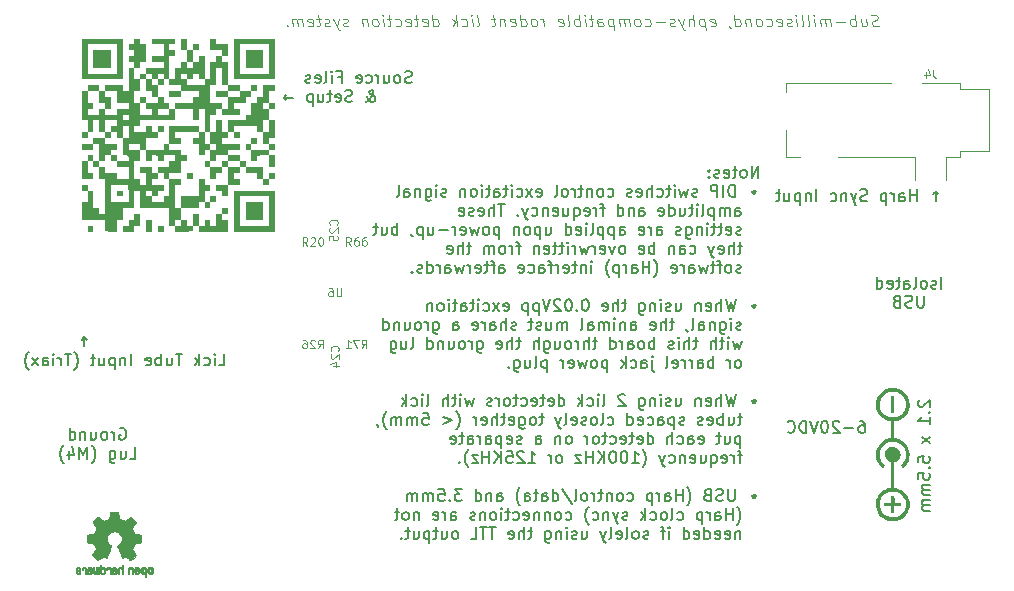
<source format=gbo>
G04 #@! TF.GenerationSoftware,KiCad,Pcbnew,7.0.6-7.0.6~ubuntu20.04.1*
G04 #@! TF.CreationDate,2024-05-17T12:06:41-07:00*
G04 #@! TF.ProjectId,harp_lick_detector_capactive,68617270-5f6c-4696-936b-5f6465746563,rev?*
G04 #@! TF.SameCoordinates,PX640a5a0PY7088980*
G04 #@! TF.FileFunction,Legend,Bot*
G04 #@! TF.FilePolarity,Positive*
%FSLAX46Y46*%
G04 Gerber Fmt 4.6, Leading zero omitted, Abs format (unit mm)*
G04 Created by KiCad (PCBNEW 7.0.6-7.0.6~ubuntu20.04.1) date 2024-05-17 12:06:41*
%MOMM*%
%LPD*%
G01*
G04 APERTURE LIST*
%ADD10C,0.200000*%
%ADD11C,0.120000*%
%ADD12C,0.180000*%
%ADD13C,0.100000*%
%ADD14C,0.010000*%
G04 APERTURE END LIST*
D10*
X9457143Y13495162D02*
X9552381Y13542781D01*
X9552381Y13542781D02*
X9695238Y13542781D01*
X9695238Y13542781D02*
X9838095Y13495162D01*
X9838095Y13495162D02*
X9933333Y13399924D01*
X9933333Y13399924D02*
X9980952Y13304686D01*
X9980952Y13304686D02*
X10028571Y13114210D01*
X10028571Y13114210D02*
X10028571Y12971353D01*
X10028571Y12971353D02*
X9980952Y12780877D01*
X9980952Y12780877D02*
X9933333Y12685639D01*
X9933333Y12685639D02*
X9838095Y12590400D01*
X9838095Y12590400D02*
X9695238Y12542781D01*
X9695238Y12542781D02*
X9600000Y12542781D01*
X9600000Y12542781D02*
X9457143Y12590400D01*
X9457143Y12590400D02*
X9409524Y12638020D01*
X9409524Y12638020D02*
X9409524Y12971353D01*
X9409524Y12971353D02*
X9600000Y12971353D01*
X8980952Y12542781D02*
X8980952Y13209448D01*
X8980952Y13018972D02*
X8933333Y13114210D01*
X8933333Y13114210D02*
X8885714Y13161829D01*
X8885714Y13161829D02*
X8790476Y13209448D01*
X8790476Y13209448D02*
X8695238Y13209448D01*
X8219047Y12542781D02*
X8314285Y12590400D01*
X8314285Y12590400D02*
X8361904Y12638020D01*
X8361904Y12638020D02*
X8409523Y12733258D01*
X8409523Y12733258D02*
X8409523Y13018972D01*
X8409523Y13018972D02*
X8361904Y13114210D01*
X8361904Y13114210D02*
X8314285Y13161829D01*
X8314285Y13161829D02*
X8219047Y13209448D01*
X8219047Y13209448D02*
X8076190Y13209448D01*
X8076190Y13209448D02*
X7980952Y13161829D01*
X7980952Y13161829D02*
X7933333Y13114210D01*
X7933333Y13114210D02*
X7885714Y13018972D01*
X7885714Y13018972D02*
X7885714Y12733258D01*
X7885714Y12733258D02*
X7933333Y12638020D01*
X7933333Y12638020D02*
X7980952Y12590400D01*
X7980952Y12590400D02*
X8076190Y12542781D01*
X8076190Y12542781D02*
X8219047Y12542781D01*
X7028571Y13209448D02*
X7028571Y12542781D01*
X7457142Y13209448D02*
X7457142Y12685639D01*
X7457142Y12685639D02*
X7409523Y12590400D01*
X7409523Y12590400D02*
X7314285Y12542781D01*
X7314285Y12542781D02*
X7171428Y12542781D01*
X7171428Y12542781D02*
X7076190Y12590400D01*
X7076190Y12590400D02*
X7028571Y12638020D01*
X6552380Y13209448D02*
X6552380Y12542781D01*
X6552380Y13114210D02*
X6504761Y13161829D01*
X6504761Y13161829D02*
X6409523Y13209448D01*
X6409523Y13209448D02*
X6266666Y13209448D01*
X6266666Y13209448D02*
X6171428Y13161829D01*
X6171428Y13161829D02*
X6123809Y13066591D01*
X6123809Y13066591D02*
X6123809Y12542781D01*
X5219047Y12542781D02*
X5219047Y13542781D01*
X5219047Y12590400D02*
X5314285Y12542781D01*
X5314285Y12542781D02*
X5504761Y12542781D01*
X5504761Y12542781D02*
X5599999Y12590400D01*
X5599999Y12590400D02*
X5647618Y12638020D01*
X5647618Y12638020D02*
X5695237Y12733258D01*
X5695237Y12733258D02*
X5695237Y13018972D01*
X5695237Y13018972D02*
X5647618Y13114210D01*
X5647618Y13114210D02*
X5599999Y13161829D01*
X5599999Y13161829D02*
X5504761Y13209448D01*
X5504761Y13209448D02*
X5314285Y13209448D01*
X5314285Y13209448D02*
X5219047Y13161829D01*
X10290476Y10932781D02*
X10766666Y10932781D01*
X10766666Y10932781D02*
X10766666Y11932781D01*
X9528571Y11599448D02*
X9528571Y10932781D01*
X9957142Y11599448D02*
X9957142Y11075639D01*
X9957142Y11075639D02*
X9909523Y10980400D01*
X9909523Y10980400D02*
X9814285Y10932781D01*
X9814285Y10932781D02*
X9671428Y10932781D01*
X9671428Y10932781D02*
X9576190Y10980400D01*
X9576190Y10980400D02*
X9528571Y11028020D01*
X8623809Y11599448D02*
X8623809Y10789924D01*
X8623809Y10789924D02*
X8671428Y10694686D01*
X8671428Y10694686D02*
X8719047Y10647067D01*
X8719047Y10647067D02*
X8814285Y10599448D01*
X8814285Y10599448D02*
X8957142Y10599448D01*
X8957142Y10599448D02*
X9052380Y10647067D01*
X8623809Y10980400D02*
X8719047Y10932781D01*
X8719047Y10932781D02*
X8909523Y10932781D01*
X8909523Y10932781D02*
X9004761Y10980400D01*
X9004761Y10980400D02*
X9052380Y11028020D01*
X9052380Y11028020D02*
X9099999Y11123258D01*
X9099999Y11123258D02*
X9099999Y11408972D01*
X9099999Y11408972D02*
X9052380Y11504210D01*
X9052380Y11504210D02*
X9004761Y11551829D01*
X9004761Y11551829D02*
X8909523Y11599448D01*
X8909523Y11599448D02*
X8719047Y11599448D01*
X8719047Y11599448D02*
X8623809Y11551829D01*
X7099999Y10551829D02*
X7147618Y10599448D01*
X7147618Y10599448D02*
X7242856Y10742305D01*
X7242856Y10742305D02*
X7290475Y10837543D01*
X7290475Y10837543D02*
X7338094Y10980400D01*
X7338094Y10980400D02*
X7385713Y11218496D01*
X7385713Y11218496D02*
X7385713Y11408972D01*
X7385713Y11408972D02*
X7338094Y11647067D01*
X7338094Y11647067D02*
X7290475Y11789924D01*
X7290475Y11789924D02*
X7242856Y11885162D01*
X7242856Y11885162D02*
X7147618Y12028020D01*
X7147618Y12028020D02*
X7099999Y12075639D01*
X6719046Y10932781D02*
X6719046Y11932781D01*
X6719046Y11932781D02*
X6385713Y11218496D01*
X6385713Y11218496D02*
X6052380Y11932781D01*
X6052380Y11932781D02*
X6052380Y10932781D01*
X5147618Y11599448D02*
X5147618Y10932781D01*
X5385713Y11980400D02*
X5623808Y11266115D01*
X5623808Y11266115D02*
X5004761Y11266115D01*
X4719046Y10551829D02*
X4671427Y10599448D01*
X4671427Y10599448D02*
X4576189Y10742305D01*
X4576189Y10742305D02*
X4528570Y10837543D01*
X4528570Y10837543D02*
X4480951Y10980400D01*
X4480951Y10980400D02*
X4433332Y11218496D01*
X4433332Y11218496D02*
X4433332Y11408972D01*
X4433332Y11408972D02*
X4480951Y11647067D01*
X4480951Y11647067D02*
X4528570Y11789924D01*
X4528570Y11789924D02*
X4576189Y11885162D01*
X4576189Y11885162D02*
X4671427Y12028020D01*
X4671427Y12028020D02*
X4719046Y12075639D01*
X72101755Y14132781D02*
X72292231Y14132781D01*
X72292231Y14132781D02*
X72387469Y14085162D01*
X72387469Y14085162D02*
X72435088Y14037543D01*
X72435088Y14037543D02*
X72530326Y13894686D01*
X72530326Y13894686D02*
X72577945Y13704210D01*
X72577945Y13704210D02*
X72577945Y13323258D01*
X72577945Y13323258D02*
X72530326Y13228020D01*
X72530326Y13228020D02*
X72482707Y13180400D01*
X72482707Y13180400D02*
X72387469Y13132781D01*
X72387469Y13132781D02*
X72196993Y13132781D01*
X72196993Y13132781D02*
X72101755Y13180400D01*
X72101755Y13180400D02*
X72054136Y13228020D01*
X72054136Y13228020D02*
X72006517Y13323258D01*
X72006517Y13323258D02*
X72006517Y13561353D01*
X72006517Y13561353D02*
X72054136Y13656591D01*
X72054136Y13656591D02*
X72101755Y13704210D01*
X72101755Y13704210D02*
X72196993Y13751829D01*
X72196993Y13751829D02*
X72387469Y13751829D01*
X72387469Y13751829D02*
X72482707Y13704210D01*
X72482707Y13704210D02*
X72530326Y13656591D01*
X72530326Y13656591D02*
X72577945Y13561353D01*
X71577945Y13513734D02*
X70816041Y13513734D01*
X70387469Y14037543D02*
X70339850Y14085162D01*
X70339850Y14085162D02*
X70244612Y14132781D01*
X70244612Y14132781D02*
X70006517Y14132781D01*
X70006517Y14132781D02*
X69911279Y14085162D01*
X69911279Y14085162D02*
X69863660Y14037543D01*
X69863660Y14037543D02*
X69816041Y13942305D01*
X69816041Y13942305D02*
X69816041Y13847067D01*
X69816041Y13847067D02*
X69863660Y13704210D01*
X69863660Y13704210D02*
X70435088Y13132781D01*
X70435088Y13132781D02*
X69816041Y13132781D01*
X69196993Y14132781D02*
X69101755Y14132781D01*
X69101755Y14132781D02*
X69006517Y14085162D01*
X69006517Y14085162D02*
X68958898Y14037543D01*
X68958898Y14037543D02*
X68911279Y13942305D01*
X68911279Y13942305D02*
X68863660Y13751829D01*
X68863660Y13751829D02*
X68863660Y13513734D01*
X68863660Y13513734D02*
X68911279Y13323258D01*
X68911279Y13323258D02*
X68958898Y13228020D01*
X68958898Y13228020D02*
X69006517Y13180400D01*
X69006517Y13180400D02*
X69101755Y13132781D01*
X69101755Y13132781D02*
X69196993Y13132781D01*
X69196993Y13132781D02*
X69292231Y13180400D01*
X69292231Y13180400D02*
X69339850Y13228020D01*
X69339850Y13228020D02*
X69387469Y13323258D01*
X69387469Y13323258D02*
X69435088Y13513734D01*
X69435088Y13513734D02*
X69435088Y13751829D01*
X69435088Y13751829D02*
X69387469Y13942305D01*
X69387469Y13942305D02*
X69339850Y14037543D01*
X69339850Y14037543D02*
X69292231Y14085162D01*
X69292231Y14085162D02*
X69196993Y14132781D01*
X68577945Y14132781D02*
X68244612Y13132781D01*
X68244612Y13132781D02*
X67911279Y14132781D01*
X67577945Y13132781D02*
X67577945Y14132781D01*
X67577945Y14132781D02*
X67339850Y14132781D01*
X67339850Y14132781D02*
X67196993Y14085162D01*
X67196993Y14085162D02*
X67101755Y13989924D01*
X67101755Y13989924D02*
X67054136Y13894686D01*
X67054136Y13894686D02*
X67006517Y13704210D01*
X67006517Y13704210D02*
X67006517Y13561353D01*
X67006517Y13561353D02*
X67054136Y13370877D01*
X67054136Y13370877D02*
X67101755Y13275639D01*
X67101755Y13275639D02*
X67196993Y13180400D01*
X67196993Y13180400D02*
X67339850Y13132781D01*
X67339850Y13132781D02*
X67577945Y13132781D01*
X66006517Y13228020D02*
X66054136Y13180400D01*
X66054136Y13180400D02*
X66196993Y13132781D01*
X66196993Y13132781D02*
X66292231Y13132781D01*
X66292231Y13132781D02*
X66435088Y13180400D01*
X66435088Y13180400D02*
X66530326Y13275639D01*
X66530326Y13275639D02*
X66577945Y13370877D01*
X66577945Y13370877D02*
X66625564Y13561353D01*
X66625564Y13561353D02*
X66625564Y13704210D01*
X66625564Y13704210D02*
X66577945Y13894686D01*
X66577945Y13894686D02*
X66530326Y13989924D01*
X66530326Y13989924D02*
X66435088Y14085162D01*
X66435088Y14085162D02*
X66292231Y14132781D01*
X66292231Y14132781D02*
X66196993Y14132781D01*
X66196993Y14132781D02*
X66054136Y14085162D01*
X66054136Y14085162D02*
X66006517Y14037543D01*
X34177945Y42790400D02*
X34035088Y42742781D01*
X34035088Y42742781D02*
X33796993Y42742781D01*
X33796993Y42742781D02*
X33701755Y42790400D01*
X33701755Y42790400D02*
X33654136Y42838020D01*
X33654136Y42838020D02*
X33606517Y42933258D01*
X33606517Y42933258D02*
X33606517Y43028496D01*
X33606517Y43028496D02*
X33654136Y43123734D01*
X33654136Y43123734D02*
X33701755Y43171353D01*
X33701755Y43171353D02*
X33796993Y43218972D01*
X33796993Y43218972D02*
X33987469Y43266591D01*
X33987469Y43266591D02*
X34082707Y43314210D01*
X34082707Y43314210D02*
X34130326Y43361829D01*
X34130326Y43361829D02*
X34177945Y43457067D01*
X34177945Y43457067D02*
X34177945Y43552305D01*
X34177945Y43552305D02*
X34130326Y43647543D01*
X34130326Y43647543D02*
X34082707Y43695162D01*
X34082707Y43695162D02*
X33987469Y43742781D01*
X33987469Y43742781D02*
X33749374Y43742781D01*
X33749374Y43742781D02*
X33606517Y43695162D01*
X33035088Y42742781D02*
X33130326Y42790400D01*
X33130326Y42790400D02*
X33177945Y42838020D01*
X33177945Y42838020D02*
X33225564Y42933258D01*
X33225564Y42933258D02*
X33225564Y43218972D01*
X33225564Y43218972D02*
X33177945Y43314210D01*
X33177945Y43314210D02*
X33130326Y43361829D01*
X33130326Y43361829D02*
X33035088Y43409448D01*
X33035088Y43409448D02*
X32892231Y43409448D01*
X32892231Y43409448D02*
X32796993Y43361829D01*
X32796993Y43361829D02*
X32749374Y43314210D01*
X32749374Y43314210D02*
X32701755Y43218972D01*
X32701755Y43218972D02*
X32701755Y42933258D01*
X32701755Y42933258D02*
X32749374Y42838020D01*
X32749374Y42838020D02*
X32796993Y42790400D01*
X32796993Y42790400D02*
X32892231Y42742781D01*
X32892231Y42742781D02*
X33035088Y42742781D01*
X31844612Y43409448D02*
X31844612Y42742781D01*
X32273183Y43409448D02*
X32273183Y42885639D01*
X32273183Y42885639D02*
X32225564Y42790400D01*
X32225564Y42790400D02*
X32130326Y42742781D01*
X32130326Y42742781D02*
X31987469Y42742781D01*
X31987469Y42742781D02*
X31892231Y42790400D01*
X31892231Y42790400D02*
X31844612Y42838020D01*
X31368421Y42742781D02*
X31368421Y43409448D01*
X31368421Y43218972D02*
X31320802Y43314210D01*
X31320802Y43314210D02*
X31273183Y43361829D01*
X31273183Y43361829D02*
X31177945Y43409448D01*
X31177945Y43409448D02*
X31082707Y43409448D01*
X30320802Y42790400D02*
X30416040Y42742781D01*
X30416040Y42742781D02*
X30606516Y42742781D01*
X30606516Y42742781D02*
X30701754Y42790400D01*
X30701754Y42790400D02*
X30749373Y42838020D01*
X30749373Y42838020D02*
X30796992Y42933258D01*
X30796992Y42933258D02*
X30796992Y43218972D01*
X30796992Y43218972D02*
X30749373Y43314210D01*
X30749373Y43314210D02*
X30701754Y43361829D01*
X30701754Y43361829D02*
X30606516Y43409448D01*
X30606516Y43409448D02*
X30416040Y43409448D01*
X30416040Y43409448D02*
X30320802Y43361829D01*
X29511278Y42790400D02*
X29606516Y42742781D01*
X29606516Y42742781D02*
X29796992Y42742781D01*
X29796992Y42742781D02*
X29892230Y42790400D01*
X29892230Y42790400D02*
X29939849Y42885639D01*
X29939849Y42885639D02*
X29939849Y43266591D01*
X29939849Y43266591D02*
X29892230Y43361829D01*
X29892230Y43361829D02*
X29796992Y43409448D01*
X29796992Y43409448D02*
X29606516Y43409448D01*
X29606516Y43409448D02*
X29511278Y43361829D01*
X29511278Y43361829D02*
X29463659Y43266591D01*
X29463659Y43266591D02*
X29463659Y43171353D01*
X29463659Y43171353D02*
X29939849Y43076115D01*
X27939849Y43266591D02*
X28273182Y43266591D01*
X28273182Y42742781D02*
X28273182Y43742781D01*
X28273182Y43742781D02*
X27796992Y43742781D01*
X27416039Y42742781D02*
X27416039Y43409448D01*
X27416039Y43742781D02*
X27463658Y43695162D01*
X27463658Y43695162D02*
X27416039Y43647543D01*
X27416039Y43647543D02*
X27368420Y43695162D01*
X27368420Y43695162D02*
X27416039Y43742781D01*
X27416039Y43742781D02*
X27416039Y43647543D01*
X26796992Y42742781D02*
X26892230Y42790400D01*
X26892230Y42790400D02*
X26939849Y42885639D01*
X26939849Y42885639D02*
X26939849Y43742781D01*
X26035087Y42790400D02*
X26130325Y42742781D01*
X26130325Y42742781D02*
X26320801Y42742781D01*
X26320801Y42742781D02*
X26416039Y42790400D01*
X26416039Y42790400D02*
X26463658Y42885639D01*
X26463658Y42885639D02*
X26463658Y43266591D01*
X26463658Y43266591D02*
X26416039Y43361829D01*
X26416039Y43361829D02*
X26320801Y43409448D01*
X26320801Y43409448D02*
X26130325Y43409448D01*
X26130325Y43409448D02*
X26035087Y43361829D01*
X26035087Y43361829D02*
X25987468Y43266591D01*
X25987468Y43266591D02*
X25987468Y43171353D01*
X25987468Y43171353D02*
X26463658Y43076115D01*
X25606515Y42790400D02*
X25511277Y42742781D01*
X25511277Y42742781D02*
X25320801Y42742781D01*
X25320801Y42742781D02*
X25225563Y42790400D01*
X25225563Y42790400D02*
X25177944Y42885639D01*
X25177944Y42885639D02*
X25177944Y42933258D01*
X25177944Y42933258D02*
X25225563Y43028496D01*
X25225563Y43028496D02*
X25320801Y43076115D01*
X25320801Y43076115D02*
X25463658Y43076115D01*
X25463658Y43076115D02*
X25558896Y43123734D01*
X25558896Y43123734D02*
X25606515Y43218972D01*
X25606515Y43218972D02*
X25606515Y43266591D01*
X25606515Y43266591D02*
X25558896Y43361829D01*
X25558896Y43361829D02*
X25463658Y43409448D01*
X25463658Y43409448D02*
X25320801Y43409448D01*
X25320801Y43409448D02*
X25225563Y43361829D01*
X30273182Y41132781D02*
X30320802Y41132781D01*
X30320802Y41132781D02*
X30416040Y41180400D01*
X30416040Y41180400D02*
X30558897Y41323258D01*
X30558897Y41323258D02*
X30796992Y41608972D01*
X30796992Y41608972D02*
X30892230Y41751829D01*
X30892230Y41751829D02*
X30939849Y41894686D01*
X30939849Y41894686D02*
X30939849Y41989924D01*
X30939849Y41989924D02*
X30892230Y42085162D01*
X30892230Y42085162D02*
X30796992Y42132781D01*
X30796992Y42132781D02*
X30749373Y42132781D01*
X30749373Y42132781D02*
X30654135Y42085162D01*
X30654135Y42085162D02*
X30606516Y41989924D01*
X30606516Y41989924D02*
X30606516Y41942305D01*
X30606516Y41942305D02*
X30654135Y41847067D01*
X30654135Y41847067D02*
X30701754Y41799448D01*
X30701754Y41799448D02*
X30987468Y41608972D01*
X30987468Y41608972D02*
X31035087Y41561353D01*
X31035087Y41561353D02*
X31082706Y41466115D01*
X31082706Y41466115D02*
X31082706Y41323258D01*
X31082706Y41323258D02*
X31035087Y41228020D01*
X31035087Y41228020D02*
X30987468Y41180400D01*
X30987468Y41180400D02*
X30892230Y41132781D01*
X30892230Y41132781D02*
X30749373Y41132781D01*
X30749373Y41132781D02*
X30654135Y41180400D01*
X30654135Y41180400D02*
X30606516Y41228020D01*
X30606516Y41228020D02*
X30463659Y41418496D01*
X30463659Y41418496D02*
X30416040Y41561353D01*
X30416040Y41561353D02*
X30416040Y41656591D01*
X29130325Y41180400D02*
X28987468Y41132781D01*
X28987468Y41132781D02*
X28749373Y41132781D01*
X28749373Y41132781D02*
X28654135Y41180400D01*
X28654135Y41180400D02*
X28606516Y41228020D01*
X28606516Y41228020D02*
X28558897Y41323258D01*
X28558897Y41323258D02*
X28558897Y41418496D01*
X28558897Y41418496D02*
X28606516Y41513734D01*
X28606516Y41513734D02*
X28654135Y41561353D01*
X28654135Y41561353D02*
X28749373Y41608972D01*
X28749373Y41608972D02*
X28939849Y41656591D01*
X28939849Y41656591D02*
X29035087Y41704210D01*
X29035087Y41704210D02*
X29082706Y41751829D01*
X29082706Y41751829D02*
X29130325Y41847067D01*
X29130325Y41847067D02*
X29130325Y41942305D01*
X29130325Y41942305D02*
X29082706Y42037543D01*
X29082706Y42037543D02*
X29035087Y42085162D01*
X29035087Y42085162D02*
X28939849Y42132781D01*
X28939849Y42132781D02*
X28701754Y42132781D01*
X28701754Y42132781D02*
X28558897Y42085162D01*
X27749373Y41180400D02*
X27844611Y41132781D01*
X27844611Y41132781D02*
X28035087Y41132781D01*
X28035087Y41132781D02*
X28130325Y41180400D01*
X28130325Y41180400D02*
X28177944Y41275639D01*
X28177944Y41275639D02*
X28177944Y41656591D01*
X28177944Y41656591D02*
X28130325Y41751829D01*
X28130325Y41751829D02*
X28035087Y41799448D01*
X28035087Y41799448D02*
X27844611Y41799448D01*
X27844611Y41799448D02*
X27749373Y41751829D01*
X27749373Y41751829D02*
X27701754Y41656591D01*
X27701754Y41656591D02*
X27701754Y41561353D01*
X27701754Y41561353D02*
X28177944Y41466115D01*
X27416039Y41799448D02*
X27035087Y41799448D01*
X27273182Y42132781D02*
X27273182Y41275639D01*
X27273182Y41275639D02*
X27225563Y41180400D01*
X27225563Y41180400D02*
X27130325Y41132781D01*
X27130325Y41132781D02*
X27035087Y41132781D01*
X26273182Y41799448D02*
X26273182Y41132781D01*
X26701753Y41799448D02*
X26701753Y41275639D01*
X26701753Y41275639D02*
X26654134Y41180400D01*
X26654134Y41180400D02*
X26558896Y41132781D01*
X26558896Y41132781D02*
X26416039Y41132781D01*
X26416039Y41132781D02*
X26320801Y41180400D01*
X26320801Y41180400D02*
X26273182Y41228020D01*
X25796991Y41799448D02*
X25796991Y40799448D01*
X25796991Y41751829D02*
X25701753Y41799448D01*
X25701753Y41799448D02*
X25511277Y41799448D01*
X25511277Y41799448D02*
X25416039Y41751829D01*
X25416039Y41751829D02*
X25368420Y41704210D01*
X25368420Y41704210D02*
X25320801Y41608972D01*
X25320801Y41608972D02*
X25320801Y41323258D01*
X25320801Y41323258D02*
X25368420Y41228020D01*
X25368420Y41228020D02*
X25416039Y41180400D01*
X25416039Y41180400D02*
X25511277Y41132781D01*
X25511277Y41132781D02*
X25701753Y41132781D01*
X25701753Y41132781D02*
X25796991Y41180400D01*
X24130324Y41513734D02*
X23368420Y41513734D01*
X23558896Y41323258D02*
X23368420Y41513734D01*
X23368420Y41513734D02*
X23558896Y41704210D01*
X78549374Y32732781D02*
X78549374Y33494686D01*
X78739850Y33304210D02*
X78549374Y33494686D01*
X78549374Y33494686D02*
X78358898Y33304210D01*
X76930326Y32732781D02*
X76930326Y33732781D01*
X76930326Y33256591D02*
X76358898Y33256591D01*
X76358898Y32732781D02*
X76358898Y33732781D01*
X75454136Y32732781D02*
X75454136Y33256591D01*
X75454136Y33256591D02*
X75501755Y33351829D01*
X75501755Y33351829D02*
X75596993Y33399448D01*
X75596993Y33399448D02*
X75787469Y33399448D01*
X75787469Y33399448D02*
X75882707Y33351829D01*
X75454136Y32780400D02*
X75549374Y32732781D01*
X75549374Y32732781D02*
X75787469Y32732781D01*
X75787469Y32732781D02*
X75882707Y32780400D01*
X75882707Y32780400D02*
X75930326Y32875639D01*
X75930326Y32875639D02*
X75930326Y32970877D01*
X75930326Y32970877D02*
X75882707Y33066115D01*
X75882707Y33066115D02*
X75787469Y33113734D01*
X75787469Y33113734D02*
X75549374Y33113734D01*
X75549374Y33113734D02*
X75454136Y33161353D01*
X74977945Y32732781D02*
X74977945Y33399448D01*
X74977945Y33208972D02*
X74930326Y33304210D01*
X74930326Y33304210D02*
X74882707Y33351829D01*
X74882707Y33351829D02*
X74787469Y33399448D01*
X74787469Y33399448D02*
X74692231Y33399448D01*
X74358897Y33399448D02*
X74358897Y32399448D01*
X74358897Y33351829D02*
X74263659Y33399448D01*
X74263659Y33399448D02*
X74073183Y33399448D01*
X74073183Y33399448D02*
X73977945Y33351829D01*
X73977945Y33351829D02*
X73930326Y33304210D01*
X73930326Y33304210D02*
X73882707Y33208972D01*
X73882707Y33208972D02*
X73882707Y32923258D01*
X73882707Y32923258D02*
X73930326Y32828020D01*
X73930326Y32828020D02*
X73977945Y32780400D01*
X73977945Y32780400D02*
X74073183Y32732781D01*
X74073183Y32732781D02*
X74263659Y32732781D01*
X74263659Y32732781D02*
X74358897Y32780400D01*
X72739849Y32780400D02*
X72596992Y32732781D01*
X72596992Y32732781D02*
X72358897Y32732781D01*
X72358897Y32732781D02*
X72263659Y32780400D01*
X72263659Y32780400D02*
X72216040Y32828020D01*
X72216040Y32828020D02*
X72168421Y32923258D01*
X72168421Y32923258D02*
X72168421Y33018496D01*
X72168421Y33018496D02*
X72216040Y33113734D01*
X72216040Y33113734D02*
X72263659Y33161353D01*
X72263659Y33161353D02*
X72358897Y33208972D01*
X72358897Y33208972D02*
X72549373Y33256591D01*
X72549373Y33256591D02*
X72644611Y33304210D01*
X72644611Y33304210D02*
X72692230Y33351829D01*
X72692230Y33351829D02*
X72739849Y33447067D01*
X72739849Y33447067D02*
X72739849Y33542305D01*
X72739849Y33542305D02*
X72692230Y33637543D01*
X72692230Y33637543D02*
X72644611Y33685162D01*
X72644611Y33685162D02*
X72549373Y33732781D01*
X72549373Y33732781D02*
X72311278Y33732781D01*
X72311278Y33732781D02*
X72168421Y33685162D01*
X71835087Y33399448D02*
X71596992Y32732781D01*
X71358897Y33399448D02*
X71596992Y32732781D01*
X71596992Y32732781D02*
X71692230Y32494686D01*
X71692230Y32494686D02*
X71739849Y32447067D01*
X71739849Y32447067D02*
X71835087Y32399448D01*
X70977944Y33399448D02*
X70977944Y32732781D01*
X70977944Y33304210D02*
X70930325Y33351829D01*
X70930325Y33351829D02*
X70835087Y33399448D01*
X70835087Y33399448D02*
X70692230Y33399448D01*
X70692230Y33399448D02*
X70596992Y33351829D01*
X70596992Y33351829D02*
X70549373Y33256591D01*
X70549373Y33256591D02*
X70549373Y32732781D01*
X69644611Y32780400D02*
X69739849Y32732781D01*
X69739849Y32732781D02*
X69930325Y32732781D01*
X69930325Y32732781D02*
X70025563Y32780400D01*
X70025563Y32780400D02*
X70073182Y32828020D01*
X70073182Y32828020D02*
X70120801Y32923258D01*
X70120801Y32923258D02*
X70120801Y33208972D01*
X70120801Y33208972D02*
X70073182Y33304210D01*
X70073182Y33304210D02*
X70025563Y33351829D01*
X70025563Y33351829D02*
X69930325Y33399448D01*
X69930325Y33399448D02*
X69739849Y33399448D01*
X69739849Y33399448D02*
X69644611Y33351829D01*
X68454134Y32732781D02*
X68454134Y33732781D01*
X67977944Y33399448D02*
X67977944Y32732781D01*
X67977944Y33304210D02*
X67930325Y33351829D01*
X67930325Y33351829D02*
X67835087Y33399448D01*
X67835087Y33399448D02*
X67692230Y33399448D01*
X67692230Y33399448D02*
X67596992Y33351829D01*
X67596992Y33351829D02*
X67549373Y33256591D01*
X67549373Y33256591D02*
X67549373Y32732781D01*
X67073182Y33399448D02*
X67073182Y32399448D01*
X67073182Y33351829D02*
X66977944Y33399448D01*
X66977944Y33399448D02*
X66787468Y33399448D01*
X66787468Y33399448D02*
X66692230Y33351829D01*
X66692230Y33351829D02*
X66644611Y33304210D01*
X66644611Y33304210D02*
X66596992Y33208972D01*
X66596992Y33208972D02*
X66596992Y32923258D01*
X66596992Y32923258D02*
X66644611Y32828020D01*
X66644611Y32828020D02*
X66692230Y32780400D01*
X66692230Y32780400D02*
X66787468Y32732781D01*
X66787468Y32732781D02*
X66977944Y32732781D01*
X66977944Y32732781D02*
X67073182Y32780400D01*
X65739849Y33399448D02*
X65739849Y32732781D01*
X66168420Y33399448D02*
X66168420Y32875639D01*
X66168420Y32875639D02*
X66120801Y32780400D01*
X66120801Y32780400D02*
X66025563Y32732781D01*
X66025563Y32732781D02*
X65882706Y32732781D01*
X65882706Y32732781D02*
X65787468Y32780400D01*
X65787468Y32780400D02*
X65739849Y32828020D01*
X65406515Y33399448D02*
X65025563Y33399448D01*
X65263658Y33732781D02*
X65263658Y32875639D01*
X65263658Y32875639D02*
X65216039Y32780400D01*
X65216039Y32780400D02*
X65120801Y32732781D01*
X65120801Y32732781D02*
X65025563Y32732781D01*
X6471427Y20442781D02*
X6471427Y21204686D01*
X6661903Y21014210D02*
X6471427Y21204686D01*
X6471427Y21204686D02*
X6280951Y21014210D01*
X17852382Y18832781D02*
X18328572Y18832781D01*
X18328572Y18832781D02*
X18328572Y19832781D01*
X17519048Y18832781D02*
X17519048Y19499448D01*
X17519048Y19832781D02*
X17566667Y19785162D01*
X17566667Y19785162D02*
X17519048Y19737543D01*
X17519048Y19737543D02*
X17471429Y19785162D01*
X17471429Y19785162D02*
X17519048Y19832781D01*
X17519048Y19832781D02*
X17519048Y19737543D01*
X16614287Y18880400D02*
X16709525Y18832781D01*
X16709525Y18832781D02*
X16900001Y18832781D01*
X16900001Y18832781D02*
X16995239Y18880400D01*
X16995239Y18880400D02*
X17042858Y18928020D01*
X17042858Y18928020D02*
X17090477Y19023258D01*
X17090477Y19023258D02*
X17090477Y19308972D01*
X17090477Y19308972D02*
X17042858Y19404210D01*
X17042858Y19404210D02*
X16995239Y19451829D01*
X16995239Y19451829D02*
X16900001Y19499448D01*
X16900001Y19499448D02*
X16709525Y19499448D01*
X16709525Y19499448D02*
X16614287Y19451829D01*
X16185715Y18832781D02*
X16185715Y19832781D01*
X16090477Y19213734D02*
X15804763Y18832781D01*
X15804763Y19499448D02*
X16185715Y19118496D01*
X14757143Y19832781D02*
X14185715Y19832781D01*
X14471429Y18832781D02*
X14471429Y19832781D01*
X13423810Y19499448D02*
X13423810Y18832781D01*
X13852381Y19499448D02*
X13852381Y18975639D01*
X13852381Y18975639D02*
X13804762Y18880400D01*
X13804762Y18880400D02*
X13709524Y18832781D01*
X13709524Y18832781D02*
X13566667Y18832781D01*
X13566667Y18832781D02*
X13471429Y18880400D01*
X13471429Y18880400D02*
X13423810Y18928020D01*
X12947619Y18832781D02*
X12947619Y19832781D01*
X12947619Y19451829D02*
X12852381Y19499448D01*
X12852381Y19499448D02*
X12661905Y19499448D01*
X12661905Y19499448D02*
X12566667Y19451829D01*
X12566667Y19451829D02*
X12519048Y19404210D01*
X12519048Y19404210D02*
X12471429Y19308972D01*
X12471429Y19308972D02*
X12471429Y19023258D01*
X12471429Y19023258D02*
X12519048Y18928020D01*
X12519048Y18928020D02*
X12566667Y18880400D01*
X12566667Y18880400D02*
X12661905Y18832781D01*
X12661905Y18832781D02*
X12852381Y18832781D01*
X12852381Y18832781D02*
X12947619Y18880400D01*
X11661905Y18880400D02*
X11757143Y18832781D01*
X11757143Y18832781D02*
X11947619Y18832781D01*
X11947619Y18832781D02*
X12042857Y18880400D01*
X12042857Y18880400D02*
X12090476Y18975639D01*
X12090476Y18975639D02*
X12090476Y19356591D01*
X12090476Y19356591D02*
X12042857Y19451829D01*
X12042857Y19451829D02*
X11947619Y19499448D01*
X11947619Y19499448D02*
X11757143Y19499448D01*
X11757143Y19499448D02*
X11661905Y19451829D01*
X11661905Y19451829D02*
X11614286Y19356591D01*
X11614286Y19356591D02*
X11614286Y19261353D01*
X11614286Y19261353D02*
X12090476Y19166115D01*
X10423809Y18832781D02*
X10423809Y19832781D01*
X9947619Y19499448D02*
X9947619Y18832781D01*
X9947619Y19404210D02*
X9900000Y19451829D01*
X9900000Y19451829D02*
X9804762Y19499448D01*
X9804762Y19499448D02*
X9661905Y19499448D01*
X9661905Y19499448D02*
X9566667Y19451829D01*
X9566667Y19451829D02*
X9519048Y19356591D01*
X9519048Y19356591D02*
X9519048Y18832781D01*
X9042857Y19499448D02*
X9042857Y18499448D01*
X9042857Y19451829D02*
X8947619Y19499448D01*
X8947619Y19499448D02*
X8757143Y19499448D01*
X8757143Y19499448D02*
X8661905Y19451829D01*
X8661905Y19451829D02*
X8614286Y19404210D01*
X8614286Y19404210D02*
X8566667Y19308972D01*
X8566667Y19308972D02*
X8566667Y19023258D01*
X8566667Y19023258D02*
X8614286Y18928020D01*
X8614286Y18928020D02*
X8661905Y18880400D01*
X8661905Y18880400D02*
X8757143Y18832781D01*
X8757143Y18832781D02*
X8947619Y18832781D01*
X8947619Y18832781D02*
X9042857Y18880400D01*
X7709524Y19499448D02*
X7709524Y18832781D01*
X8138095Y19499448D02*
X8138095Y18975639D01*
X8138095Y18975639D02*
X8090476Y18880400D01*
X8090476Y18880400D02*
X7995238Y18832781D01*
X7995238Y18832781D02*
X7852381Y18832781D01*
X7852381Y18832781D02*
X7757143Y18880400D01*
X7757143Y18880400D02*
X7709524Y18928020D01*
X7376190Y19499448D02*
X6995238Y19499448D01*
X7233333Y19832781D02*
X7233333Y18975639D01*
X7233333Y18975639D02*
X7185714Y18880400D01*
X7185714Y18880400D02*
X7090476Y18832781D01*
X7090476Y18832781D02*
X6995238Y18832781D01*
X5614285Y18451829D02*
X5661904Y18499448D01*
X5661904Y18499448D02*
X5757142Y18642305D01*
X5757142Y18642305D02*
X5804761Y18737543D01*
X5804761Y18737543D02*
X5852380Y18880400D01*
X5852380Y18880400D02*
X5899999Y19118496D01*
X5899999Y19118496D02*
X5899999Y19308972D01*
X5899999Y19308972D02*
X5852380Y19547067D01*
X5852380Y19547067D02*
X5804761Y19689924D01*
X5804761Y19689924D02*
X5757142Y19785162D01*
X5757142Y19785162D02*
X5661904Y19928020D01*
X5661904Y19928020D02*
X5614285Y19975639D01*
X5376189Y19832781D02*
X4804761Y19832781D01*
X5090475Y18832781D02*
X5090475Y19832781D01*
X4471427Y18832781D02*
X4471427Y19499448D01*
X4471427Y19308972D02*
X4423808Y19404210D01*
X4423808Y19404210D02*
X4376189Y19451829D01*
X4376189Y19451829D02*
X4280951Y19499448D01*
X4280951Y19499448D02*
X4185713Y19499448D01*
X3852379Y18832781D02*
X3852379Y19499448D01*
X3852379Y19832781D02*
X3899998Y19785162D01*
X3899998Y19785162D02*
X3852379Y19737543D01*
X3852379Y19737543D02*
X3804760Y19785162D01*
X3804760Y19785162D02*
X3852379Y19832781D01*
X3852379Y19832781D02*
X3852379Y19737543D01*
X2947618Y18832781D02*
X2947618Y19356591D01*
X2947618Y19356591D02*
X2995237Y19451829D01*
X2995237Y19451829D02*
X3090475Y19499448D01*
X3090475Y19499448D02*
X3280951Y19499448D01*
X3280951Y19499448D02*
X3376189Y19451829D01*
X2947618Y18880400D02*
X3042856Y18832781D01*
X3042856Y18832781D02*
X3280951Y18832781D01*
X3280951Y18832781D02*
X3376189Y18880400D01*
X3376189Y18880400D02*
X3423808Y18975639D01*
X3423808Y18975639D02*
X3423808Y19070877D01*
X3423808Y19070877D02*
X3376189Y19166115D01*
X3376189Y19166115D02*
X3280951Y19213734D01*
X3280951Y19213734D02*
X3042856Y19213734D01*
X3042856Y19213734D02*
X2947618Y19261353D01*
X2566665Y18832781D02*
X2042856Y19499448D01*
X2566665Y19499448D02*
X2042856Y18832781D01*
X1757141Y18451829D02*
X1709522Y18499448D01*
X1709522Y18499448D02*
X1614284Y18642305D01*
X1614284Y18642305D02*
X1566665Y18737543D01*
X1566665Y18737543D02*
X1519046Y18880400D01*
X1519046Y18880400D02*
X1471427Y19118496D01*
X1471427Y19118496D02*
X1471427Y19308972D01*
X1471427Y19308972D02*
X1519046Y19547067D01*
X1519046Y19547067D02*
X1566665Y19689924D01*
X1566665Y19689924D02*
X1614284Y19785162D01*
X1614284Y19785162D02*
X1709522Y19928020D01*
X1709522Y19928020D02*
X1757141Y19975639D01*
D11*
X73730576Y47576240D02*
X73593672Y47528621D01*
X73593672Y47528621D02*
X73355576Y47528621D01*
X73355576Y47528621D02*
X73254386Y47576240D01*
X73254386Y47576240D02*
X73200814Y47623860D01*
X73200814Y47623860D02*
X73141291Y47719098D01*
X73141291Y47719098D02*
X73129386Y47814336D01*
X73129386Y47814336D02*
X73165100Y47909574D01*
X73165100Y47909574D02*
X73206767Y47957193D01*
X73206767Y47957193D02*
X73296053Y48004812D01*
X73296053Y48004812D02*
X73480576Y48052431D01*
X73480576Y48052431D02*
X73569862Y48100050D01*
X73569862Y48100050D02*
X73611529Y48147669D01*
X73611529Y48147669D02*
X73647243Y48242907D01*
X73647243Y48242907D02*
X73635338Y48338145D01*
X73635338Y48338145D02*
X73575814Y48433383D01*
X73575814Y48433383D02*
X73522243Y48481002D01*
X73522243Y48481002D02*
X73421053Y48528621D01*
X73421053Y48528621D02*
X73182957Y48528621D01*
X73182957Y48528621D02*
X73046053Y48481002D01*
X72224624Y48195288D02*
X72307957Y47528621D01*
X72653195Y48195288D02*
X72718672Y47671479D01*
X72718672Y47671479D02*
X72682957Y47576240D01*
X72682957Y47576240D02*
X72593672Y47528621D01*
X72593672Y47528621D02*
X72450814Y47528621D01*
X72450814Y47528621D02*
X72349624Y47576240D01*
X72349624Y47576240D02*
X72296052Y47623860D01*
X71831767Y47528621D02*
X71706767Y48528621D01*
X71754386Y48147669D02*
X71653195Y48195288D01*
X71653195Y48195288D02*
X71462719Y48195288D01*
X71462719Y48195288D02*
X71373433Y48147669D01*
X71373433Y48147669D02*
X71331767Y48100050D01*
X71331767Y48100050D02*
X71296052Y48004812D01*
X71296052Y48004812D02*
X71331767Y47719098D01*
X71331767Y47719098D02*
X71391290Y47623860D01*
X71391290Y47623860D02*
X71444862Y47576240D01*
X71444862Y47576240D02*
X71546052Y47528621D01*
X71546052Y47528621D02*
X71736529Y47528621D01*
X71736529Y47528621D02*
X71825814Y47576240D01*
X70879386Y47909574D02*
X70117481Y47909574D01*
X69688910Y47528621D02*
X69605576Y48195288D01*
X69617481Y48100050D02*
X69563910Y48147669D01*
X69563910Y48147669D02*
X69462719Y48195288D01*
X69462719Y48195288D02*
X69319862Y48195288D01*
X69319862Y48195288D02*
X69230576Y48147669D01*
X69230576Y48147669D02*
X69194862Y48052431D01*
X69194862Y48052431D02*
X69260338Y47528621D01*
X69194862Y48052431D02*
X69135338Y48147669D01*
X69135338Y48147669D02*
X69034148Y48195288D01*
X69034148Y48195288D02*
X68891291Y48195288D01*
X68891291Y48195288D02*
X68802005Y48147669D01*
X68802005Y48147669D02*
X68766291Y48052431D01*
X68766291Y48052431D02*
X68831767Y47528621D01*
X68355577Y47528621D02*
X68272243Y48195288D01*
X68230577Y48528621D02*
X68284148Y48481002D01*
X68284148Y48481002D02*
X68242481Y48433383D01*
X68242481Y48433383D02*
X68188910Y48481002D01*
X68188910Y48481002D02*
X68230577Y48528621D01*
X68230577Y48528621D02*
X68242481Y48433383D01*
X67736530Y47528621D02*
X67825815Y47576240D01*
X67825815Y47576240D02*
X67861530Y47671479D01*
X67861530Y47671479D02*
X67754387Y48528621D01*
X67212720Y47528621D02*
X67302005Y47576240D01*
X67302005Y47576240D02*
X67337720Y47671479D01*
X67337720Y47671479D02*
X67230577Y48528621D01*
X66831767Y47528621D02*
X66748433Y48195288D01*
X66706767Y48528621D02*
X66760338Y48481002D01*
X66760338Y48481002D02*
X66718671Y48433383D01*
X66718671Y48433383D02*
X66665100Y48481002D01*
X66665100Y48481002D02*
X66706767Y48528621D01*
X66706767Y48528621D02*
X66718671Y48433383D01*
X66397243Y47576240D02*
X66307958Y47528621D01*
X66307958Y47528621D02*
X66117481Y47528621D01*
X66117481Y47528621D02*
X66016291Y47576240D01*
X66016291Y47576240D02*
X65956767Y47671479D01*
X65956767Y47671479D02*
X65950815Y47719098D01*
X65950815Y47719098D02*
X65986529Y47814336D01*
X65986529Y47814336D02*
X66075815Y47861955D01*
X66075815Y47861955D02*
X66218672Y47861955D01*
X66218672Y47861955D02*
X66307958Y47909574D01*
X66307958Y47909574D02*
X66343672Y48004812D01*
X66343672Y48004812D02*
X66337720Y48052431D01*
X66337720Y48052431D02*
X66278196Y48147669D01*
X66278196Y48147669D02*
X66177005Y48195288D01*
X66177005Y48195288D02*
X66034148Y48195288D01*
X66034148Y48195288D02*
X65944862Y48147669D01*
X65159148Y47576240D02*
X65260338Y47528621D01*
X65260338Y47528621D02*
X65450815Y47528621D01*
X65450815Y47528621D02*
X65540100Y47576240D01*
X65540100Y47576240D02*
X65575815Y47671479D01*
X65575815Y47671479D02*
X65528196Y48052431D01*
X65528196Y48052431D02*
X65468672Y48147669D01*
X65468672Y48147669D02*
X65367481Y48195288D01*
X65367481Y48195288D02*
X65177005Y48195288D01*
X65177005Y48195288D02*
X65087719Y48147669D01*
X65087719Y48147669D02*
X65052005Y48052431D01*
X65052005Y48052431D02*
X65063910Y47957193D01*
X65063910Y47957193D02*
X65552005Y47861955D01*
X64254386Y47576240D02*
X64355576Y47528621D01*
X64355576Y47528621D02*
X64546053Y47528621D01*
X64546053Y47528621D02*
X64635338Y47576240D01*
X64635338Y47576240D02*
X64677005Y47623860D01*
X64677005Y47623860D02*
X64712719Y47719098D01*
X64712719Y47719098D02*
X64677005Y48004812D01*
X64677005Y48004812D02*
X64617481Y48100050D01*
X64617481Y48100050D02*
X64563910Y48147669D01*
X64563910Y48147669D02*
X64462719Y48195288D01*
X64462719Y48195288D02*
X64272243Y48195288D01*
X64272243Y48195288D02*
X64182957Y48147669D01*
X63688910Y47528621D02*
X63778195Y47576240D01*
X63778195Y47576240D02*
X63819862Y47623860D01*
X63819862Y47623860D02*
X63855576Y47719098D01*
X63855576Y47719098D02*
X63819862Y48004812D01*
X63819862Y48004812D02*
X63760338Y48100050D01*
X63760338Y48100050D02*
X63706767Y48147669D01*
X63706767Y48147669D02*
X63605576Y48195288D01*
X63605576Y48195288D02*
X63462719Y48195288D01*
X63462719Y48195288D02*
X63373433Y48147669D01*
X63373433Y48147669D02*
X63331767Y48100050D01*
X63331767Y48100050D02*
X63296052Y48004812D01*
X63296052Y48004812D02*
X63331767Y47719098D01*
X63331767Y47719098D02*
X63391290Y47623860D01*
X63391290Y47623860D02*
X63444862Y47576240D01*
X63444862Y47576240D02*
X63546052Y47528621D01*
X63546052Y47528621D02*
X63688910Y47528621D01*
X62843671Y48195288D02*
X62927005Y47528621D01*
X62855576Y48100050D02*
X62802005Y48147669D01*
X62802005Y48147669D02*
X62700814Y48195288D01*
X62700814Y48195288D02*
X62557957Y48195288D01*
X62557957Y48195288D02*
X62468671Y48147669D01*
X62468671Y48147669D02*
X62432957Y48052431D01*
X62432957Y48052431D02*
X62498433Y47528621D01*
X61593671Y47528621D02*
X61468671Y48528621D01*
X61587719Y47576240D02*
X61688909Y47528621D01*
X61688909Y47528621D02*
X61879386Y47528621D01*
X61879386Y47528621D02*
X61968671Y47576240D01*
X61968671Y47576240D02*
X62010338Y47623860D01*
X62010338Y47623860D02*
X62046052Y47719098D01*
X62046052Y47719098D02*
X62010338Y48004812D01*
X62010338Y48004812D02*
X61950814Y48100050D01*
X61950814Y48100050D02*
X61897243Y48147669D01*
X61897243Y48147669D02*
X61796052Y48195288D01*
X61796052Y48195288D02*
X61605576Y48195288D01*
X61605576Y48195288D02*
X61516290Y48147669D01*
X61063909Y47576240D02*
X61069862Y47528621D01*
X61069862Y47528621D02*
X61129385Y47433383D01*
X61129385Y47433383D02*
X61182957Y47385764D01*
X59492481Y47576240D02*
X59593671Y47528621D01*
X59593671Y47528621D02*
X59784148Y47528621D01*
X59784148Y47528621D02*
X59873433Y47576240D01*
X59873433Y47576240D02*
X59909148Y47671479D01*
X59909148Y47671479D02*
X59861529Y48052431D01*
X59861529Y48052431D02*
X59802005Y48147669D01*
X59802005Y48147669D02*
X59700814Y48195288D01*
X59700814Y48195288D02*
X59510338Y48195288D01*
X59510338Y48195288D02*
X59421052Y48147669D01*
X59421052Y48147669D02*
X59385338Y48052431D01*
X59385338Y48052431D02*
X59397243Y47957193D01*
X59397243Y47957193D02*
X59885338Y47861955D01*
X58938909Y48195288D02*
X59063909Y47195288D01*
X58944862Y48147669D02*
X58843671Y48195288D01*
X58843671Y48195288D02*
X58653195Y48195288D01*
X58653195Y48195288D02*
X58563909Y48147669D01*
X58563909Y48147669D02*
X58522243Y48100050D01*
X58522243Y48100050D02*
X58486528Y48004812D01*
X58486528Y48004812D02*
X58522243Y47719098D01*
X58522243Y47719098D02*
X58581766Y47623860D01*
X58581766Y47623860D02*
X58635338Y47576240D01*
X58635338Y47576240D02*
X58736528Y47528621D01*
X58736528Y47528621D02*
X58927005Y47528621D01*
X58927005Y47528621D02*
X59016290Y47576240D01*
X58117481Y47528621D02*
X57992481Y48528621D01*
X57688909Y47528621D02*
X57623433Y48052431D01*
X57623433Y48052431D02*
X57659147Y48147669D01*
X57659147Y48147669D02*
X57748433Y48195288D01*
X57748433Y48195288D02*
X57891290Y48195288D01*
X57891290Y48195288D02*
X57992481Y48147669D01*
X57992481Y48147669D02*
X58046052Y48100050D01*
X57224623Y48195288D02*
X57069862Y47528621D01*
X56748433Y48195288D02*
X57069862Y47528621D01*
X57069862Y47528621D02*
X57194862Y47290526D01*
X57194862Y47290526D02*
X57248433Y47242907D01*
X57248433Y47242907D02*
X57349623Y47195288D01*
X56492480Y47576240D02*
X56403195Y47528621D01*
X56403195Y47528621D02*
X56212718Y47528621D01*
X56212718Y47528621D02*
X56111528Y47576240D01*
X56111528Y47576240D02*
X56052004Y47671479D01*
X56052004Y47671479D02*
X56046052Y47719098D01*
X56046052Y47719098D02*
X56081766Y47814336D01*
X56081766Y47814336D02*
X56171052Y47861955D01*
X56171052Y47861955D02*
X56313909Y47861955D01*
X56313909Y47861955D02*
X56403195Y47909574D01*
X56403195Y47909574D02*
X56438909Y48004812D01*
X56438909Y48004812D02*
X56432957Y48052431D01*
X56432957Y48052431D02*
X56373433Y48147669D01*
X56373433Y48147669D02*
X56272242Y48195288D01*
X56272242Y48195288D02*
X56129385Y48195288D01*
X56129385Y48195288D02*
X56040099Y48147669D01*
X55593671Y47909574D02*
X54831766Y47909574D01*
X53968671Y47576240D02*
X54069861Y47528621D01*
X54069861Y47528621D02*
X54260338Y47528621D01*
X54260338Y47528621D02*
X54349623Y47576240D01*
X54349623Y47576240D02*
X54391290Y47623860D01*
X54391290Y47623860D02*
X54427004Y47719098D01*
X54427004Y47719098D02*
X54391290Y48004812D01*
X54391290Y48004812D02*
X54331766Y48100050D01*
X54331766Y48100050D02*
X54278195Y48147669D01*
X54278195Y48147669D02*
X54177004Y48195288D01*
X54177004Y48195288D02*
X53986528Y48195288D01*
X53986528Y48195288D02*
X53897242Y48147669D01*
X53403195Y47528621D02*
X53492480Y47576240D01*
X53492480Y47576240D02*
X53534147Y47623860D01*
X53534147Y47623860D02*
X53569861Y47719098D01*
X53569861Y47719098D02*
X53534147Y48004812D01*
X53534147Y48004812D02*
X53474623Y48100050D01*
X53474623Y48100050D02*
X53421052Y48147669D01*
X53421052Y48147669D02*
X53319861Y48195288D01*
X53319861Y48195288D02*
X53177004Y48195288D01*
X53177004Y48195288D02*
X53087718Y48147669D01*
X53087718Y48147669D02*
X53046052Y48100050D01*
X53046052Y48100050D02*
X53010337Y48004812D01*
X53010337Y48004812D02*
X53046052Y47719098D01*
X53046052Y47719098D02*
X53105575Y47623860D01*
X53105575Y47623860D02*
X53159147Y47576240D01*
X53159147Y47576240D02*
X53260337Y47528621D01*
X53260337Y47528621D02*
X53403195Y47528621D01*
X52641290Y47528621D02*
X52557956Y48195288D01*
X52569861Y48100050D02*
X52516290Y48147669D01*
X52516290Y48147669D02*
X52415099Y48195288D01*
X52415099Y48195288D02*
X52272242Y48195288D01*
X52272242Y48195288D02*
X52182956Y48147669D01*
X52182956Y48147669D02*
X52147242Y48052431D01*
X52147242Y48052431D02*
X52212718Y47528621D01*
X52147242Y48052431D02*
X52087718Y48147669D01*
X52087718Y48147669D02*
X51986528Y48195288D01*
X51986528Y48195288D02*
X51843671Y48195288D01*
X51843671Y48195288D02*
X51754385Y48147669D01*
X51754385Y48147669D02*
X51718671Y48052431D01*
X51718671Y48052431D02*
X51784147Y47528621D01*
X51224623Y48195288D02*
X51349623Y47195288D01*
X51230576Y48147669D02*
X51129385Y48195288D01*
X51129385Y48195288D02*
X50938909Y48195288D01*
X50938909Y48195288D02*
X50849623Y48147669D01*
X50849623Y48147669D02*
X50807957Y48100050D01*
X50807957Y48100050D02*
X50772242Y48004812D01*
X50772242Y48004812D02*
X50807957Y47719098D01*
X50807957Y47719098D02*
X50867480Y47623860D01*
X50867480Y47623860D02*
X50921052Y47576240D01*
X50921052Y47576240D02*
X51022242Y47528621D01*
X51022242Y47528621D02*
X51212719Y47528621D01*
X51212719Y47528621D02*
X51302004Y47576240D01*
X49974623Y47528621D02*
X49909147Y48052431D01*
X49909147Y48052431D02*
X49944861Y48147669D01*
X49944861Y48147669D02*
X50034147Y48195288D01*
X50034147Y48195288D02*
X50224623Y48195288D01*
X50224623Y48195288D02*
X50325814Y48147669D01*
X49968671Y47576240D02*
X50069861Y47528621D01*
X50069861Y47528621D02*
X50307957Y47528621D01*
X50307957Y47528621D02*
X50397242Y47576240D01*
X50397242Y47576240D02*
X50432957Y47671479D01*
X50432957Y47671479D02*
X50421052Y47766717D01*
X50421052Y47766717D02*
X50361528Y47861955D01*
X50361528Y47861955D02*
X50260338Y47909574D01*
X50260338Y47909574D02*
X50022242Y47909574D01*
X50022242Y47909574D02*
X49921052Y47957193D01*
X49557956Y48195288D02*
X49177004Y48195288D01*
X49373433Y48528621D02*
X49480576Y47671479D01*
X49480576Y47671479D02*
X49444861Y47576240D01*
X49444861Y47576240D02*
X49355576Y47528621D01*
X49355576Y47528621D02*
X49260337Y47528621D01*
X48927004Y47528621D02*
X48843670Y48195288D01*
X48802004Y48528621D02*
X48855575Y48481002D01*
X48855575Y48481002D02*
X48813908Y48433383D01*
X48813908Y48433383D02*
X48760337Y48481002D01*
X48760337Y48481002D02*
X48802004Y48528621D01*
X48802004Y48528621D02*
X48813908Y48433383D01*
X48450814Y47528621D02*
X48325814Y48528621D01*
X48373433Y48147669D02*
X48272242Y48195288D01*
X48272242Y48195288D02*
X48081766Y48195288D01*
X48081766Y48195288D02*
X47992480Y48147669D01*
X47992480Y48147669D02*
X47950814Y48100050D01*
X47950814Y48100050D02*
X47915099Y48004812D01*
X47915099Y48004812D02*
X47950814Y47719098D01*
X47950814Y47719098D02*
X48010337Y47623860D01*
X48010337Y47623860D02*
X48063909Y47576240D01*
X48063909Y47576240D02*
X48165099Y47528621D01*
X48165099Y47528621D02*
X48355576Y47528621D01*
X48355576Y47528621D02*
X48444861Y47576240D01*
X47403195Y47528621D02*
X47492480Y47576240D01*
X47492480Y47576240D02*
X47528195Y47671479D01*
X47528195Y47671479D02*
X47421052Y48528621D01*
X46635337Y47576240D02*
X46736527Y47528621D01*
X46736527Y47528621D02*
X46927004Y47528621D01*
X46927004Y47528621D02*
X47016289Y47576240D01*
X47016289Y47576240D02*
X47052004Y47671479D01*
X47052004Y47671479D02*
X47004385Y48052431D01*
X47004385Y48052431D02*
X46944861Y48147669D01*
X46944861Y48147669D02*
X46843670Y48195288D01*
X46843670Y48195288D02*
X46653194Y48195288D01*
X46653194Y48195288D02*
X46563908Y48147669D01*
X46563908Y48147669D02*
X46528194Y48052431D01*
X46528194Y48052431D02*
X46540099Y47957193D01*
X46540099Y47957193D02*
X47028194Y47861955D01*
X45403194Y47528621D02*
X45319860Y48195288D01*
X45343670Y48004812D02*
X45284146Y48100050D01*
X45284146Y48100050D02*
X45230575Y48147669D01*
X45230575Y48147669D02*
X45129384Y48195288D01*
X45129384Y48195288D02*
X45034146Y48195288D01*
X44641289Y47528621D02*
X44730574Y47576240D01*
X44730574Y47576240D02*
X44772241Y47623860D01*
X44772241Y47623860D02*
X44807955Y47719098D01*
X44807955Y47719098D02*
X44772241Y48004812D01*
X44772241Y48004812D02*
X44712717Y48100050D01*
X44712717Y48100050D02*
X44659146Y48147669D01*
X44659146Y48147669D02*
X44557955Y48195288D01*
X44557955Y48195288D02*
X44415098Y48195288D01*
X44415098Y48195288D02*
X44325812Y48147669D01*
X44325812Y48147669D02*
X44284146Y48100050D01*
X44284146Y48100050D02*
X44248431Y48004812D01*
X44248431Y48004812D02*
X44284146Y47719098D01*
X44284146Y47719098D02*
X44343669Y47623860D01*
X44343669Y47623860D02*
X44397241Y47576240D01*
X44397241Y47576240D02*
X44498431Y47528621D01*
X44498431Y47528621D02*
X44641289Y47528621D01*
X43450812Y47528621D02*
X43325812Y48528621D01*
X43444860Y47576240D02*
X43546050Y47528621D01*
X43546050Y47528621D02*
X43736527Y47528621D01*
X43736527Y47528621D02*
X43825812Y47576240D01*
X43825812Y47576240D02*
X43867479Y47623860D01*
X43867479Y47623860D02*
X43903193Y47719098D01*
X43903193Y47719098D02*
X43867479Y48004812D01*
X43867479Y48004812D02*
X43807955Y48100050D01*
X43807955Y48100050D02*
X43754384Y48147669D01*
X43754384Y48147669D02*
X43653193Y48195288D01*
X43653193Y48195288D02*
X43462717Y48195288D01*
X43462717Y48195288D02*
X43373431Y48147669D01*
X42587717Y47576240D02*
X42688907Y47528621D01*
X42688907Y47528621D02*
X42879384Y47528621D01*
X42879384Y47528621D02*
X42968669Y47576240D01*
X42968669Y47576240D02*
X43004384Y47671479D01*
X43004384Y47671479D02*
X42956765Y48052431D01*
X42956765Y48052431D02*
X42897241Y48147669D01*
X42897241Y48147669D02*
X42796050Y48195288D01*
X42796050Y48195288D02*
X42605574Y48195288D01*
X42605574Y48195288D02*
X42516288Y48147669D01*
X42516288Y48147669D02*
X42480574Y48052431D01*
X42480574Y48052431D02*
X42492479Y47957193D01*
X42492479Y47957193D02*
X42980574Y47861955D01*
X42034145Y48195288D02*
X42117479Y47528621D01*
X42046050Y48100050D02*
X41992479Y48147669D01*
X41992479Y48147669D02*
X41891288Y48195288D01*
X41891288Y48195288D02*
X41748431Y48195288D01*
X41748431Y48195288D02*
X41659145Y48147669D01*
X41659145Y48147669D02*
X41623431Y48052431D01*
X41623431Y48052431D02*
X41688907Y47528621D01*
X41272240Y48195288D02*
X40891288Y48195288D01*
X41087717Y48528621D02*
X41194860Y47671479D01*
X41194860Y47671479D02*
X41159145Y47576240D01*
X41159145Y47576240D02*
X41069860Y47528621D01*
X41069860Y47528621D02*
X40974621Y47528621D01*
X39736526Y47528621D02*
X39825811Y47576240D01*
X39825811Y47576240D02*
X39861526Y47671479D01*
X39861526Y47671479D02*
X39754383Y48528621D01*
X39355573Y47528621D02*
X39272239Y48195288D01*
X39230573Y48528621D02*
X39284144Y48481002D01*
X39284144Y48481002D02*
X39242477Y48433383D01*
X39242477Y48433383D02*
X39188906Y48481002D01*
X39188906Y48481002D02*
X39230573Y48528621D01*
X39230573Y48528621D02*
X39242477Y48433383D01*
X38444859Y47576240D02*
X38546049Y47528621D01*
X38546049Y47528621D02*
X38736526Y47528621D01*
X38736526Y47528621D02*
X38825811Y47576240D01*
X38825811Y47576240D02*
X38867478Y47623860D01*
X38867478Y47623860D02*
X38903192Y47719098D01*
X38903192Y47719098D02*
X38867478Y48004812D01*
X38867478Y48004812D02*
X38807954Y48100050D01*
X38807954Y48100050D02*
X38754383Y48147669D01*
X38754383Y48147669D02*
X38653192Y48195288D01*
X38653192Y48195288D02*
X38462716Y48195288D01*
X38462716Y48195288D02*
X38373430Y48147669D01*
X38022240Y47528621D02*
X37897240Y48528621D01*
X37879383Y47909574D02*
X37641287Y47528621D01*
X37557954Y48195288D02*
X37986525Y47814336D01*
X36022239Y47528621D02*
X35897239Y48528621D01*
X36016287Y47576240D02*
X36117477Y47528621D01*
X36117477Y47528621D02*
X36307954Y47528621D01*
X36307954Y47528621D02*
X36397239Y47576240D01*
X36397239Y47576240D02*
X36438906Y47623860D01*
X36438906Y47623860D02*
X36474620Y47719098D01*
X36474620Y47719098D02*
X36438906Y48004812D01*
X36438906Y48004812D02*
X36379382Y48100050D01*
X36379382Y48100050D02*
X36325811Y48147669D01*
X36325811Y48147669D02*
X36224620Y48195288D01*
X36224620Y48195288D02*
X36034144Y48195288D01*
X36034144Y48195288D02*
X35944858Y48147669D01*
X35159144Y47576240D02*
X35260334Y47528621D01*
X35260334Y47528621D02*
X35450811Y47528621D01*
X35450811Y47528621D02*
X35540096Y47576240D01*
X35540096Y47576240D02*
X35575811Y47671479D01*
X35575811Y47671479D02*
X35528192Y48052431D01*
X35528192Y48052431D02*
X35468668Y48147669D01*
X35468668Y48147669D02*
X35367477Y48195288D01*
X35367477Y48195288D02*
X35177001Y48195288D01*
X35177001Y48195288D02*
X35087715Y48147669D01*
X35087715Y48147669D02*
X35052001Y48052431D01*
X35052001Y48052431D02*
X35063906Y47957193D01*
X35063906Y47957193D02*
X35552001Y47861955D01*
X34748429Y48195288D02*
X34367477Y48195288D01*
X34563906Y48528621D02*
X34671049Y47671479D01*
X34671049Y47671479D02*
X34635334Y47576240D01*
X34635334Y47576240D02*
X34546049Y47528621D01*
X34546049Y47528621D02*
X34450810Y47528621D01*
X33730572Y47576240D02*
X33831762Y47528621D01*
X33831762Y47528621D02*
X34022239Y47528621D01*
X34022239Y47528621D02*
X34111524Y47576240D01*
X34111524Y47576240D02*
X34147239Y47671479D01*
X34147239Y47671479D02*
X34099620Y48052431D01*
X34099620Y48052431D02*
X34040096Y48147669D01*
X34040096Y48147669D02*
X33938905Y48195288D01*
X33938905Y48195288D02*
X33748429Y48195288D01*
X33748429Y48195288D02*
X33659143Y48147669D01*
X33659143Y48147669D02*
X33623429Y48052431D01*
X33623429Y48052431D02*
X33635334Y47957193D01*
X33635334Y47957193D02*
X34123429Y47861955D01*
X32825810Y47576240D02*
X32927000Y47528621D01*
X32927000Y47528621D02*
X33117477Y47528621D01*
X33117477Y47528621D02*
X33206762Y47576240D01*
X33206762Y47576240D02*
X33248429Y47623860D01*
X33248429Y47623860D02*
X33284143Y47719098D01*
X33284143Y47719098D02*
X33248429Y48004812D01*
X33248429Y48004812D02*
X33188905Y48100050D01*
X33188905Y48100050D02*
X33135334Y48147669D01*
X33135334Y48147669D02*
X33034143Y48195288D01*
X33034143Y48195288D02*
X32843667Y48195288D01*
X32843667Y48195288D02*
X32754381Y48147669D01*
X32462714Y48195288D02*
X32081762Y48195288D01*
X32278191Y48528621D02*
X32385334Y47671479D01*
X32385334Y47671479D02*
X32349619Y47576240D01*
X32349619Y47576240D02*
X32260334Y47528621D01*
X32260334Y47528621D02*
X32165095Y47528621D01*
X31831762Y47528621D02*
X31748428Y48195288D01*
X31706762Y48528621D02*
X31760333Y48481002D01*
X31760333Y48481002D02*
X31718666Y48433383D01*
X31718666Y48433383D02*
X31665095Y48481002D01*
X31665095Y48481002D02*
X31706762Y48528621D01*
X31706762Y48528621D02*
X31718666Y48433383D01*
X31212715Y47528621D02*
X31302000Y47576240D01*
X31302000Y47576240D02*
X31343667Y47623860D01*
X31343667Y47623860D02*
X31379381Y47719098D01*
X31379381Y47719098D02*
X31343667Y48004812D01*
X31343667Y48004812D02*
X31284143Y48100050D01*
X31284143Y48100050D02*
X31230572Y48147669D01*
X31230572Y48147669D02*
X31129381Y48195288D01*
X31129381Y48195288D02*
X30986524Y48195288D01*
X30986524Y48195288D02*
X30897238Y48147669D01*
X30897238Y48147669D02*
X30855572Y48100050D01*
X30855572Y48100050D02*
X30819857Y48004812D01*
X30819857Y48004812D02*
X30855572Y47719098D01*
X30855572Y47719098D02*
X30915095Y47623860D01*
X30915095Y47623860D02*
X30968667Y47576240D01*
X30968667Y47576240D02*
X31069857Y47528621D01*
X31069857Y47528621D02*
X31212715Y47528621D01*
X30367476Y48195288D02*
X30450810Y47528621D01*
X30379381Y48100050D02*
X30325810Y48147669D01*
X30325810Y48147669D02*
X30224619Y48195288D01*
X30224619Y48195288D02*
X30081762Y48195288D01*
X30081762Y48195288D02*
X29992476Y48147669D01*
X29992476Y48147669D02*
X29956762Y48052431D01*
X29956762Y48052431D02*
X30022238Y47528621D01*
X28825809Y47576240D02*
X28736524Y47528621D01*
X28736524Y47528621D02*
X28546047Y47528621D01*
X28546047Y47528621D02*
X28444857Y47576240D01*
X28444857Y47576240D02*
X28385333Y47671479D01*
X28385333Y47671479D02*
X28379381Y47719098D01*
X28379381Y47719098D02*
X28415095Y47814336D01*
X28415095Y47814336D02*
X28504381Y47861955D01*
X28504381Y47861955D02*
X28647238Y47861955D01*
X28647238Y47861955D02*
X28736524Y47909574D01*
X28736524Y47909574D02*
X28772238Y48004812D01*
X28772238Y48004812D02*
X28766286Y48052431D01*
X28766286Y48052431D02*
X28706762Y48147669D01*
X28706762Y48147669D02*
X28605571Y48195288D01*
X28605571Y48195288D02*
X28462714Y48195288D01*
X28462714Y48195288D02*
X28373428Y48147669D01*
X27986523Y48195288D02*
X27831762Y47528621D01*
X27510333Y48195288D02*
X27831762Y47528621D01*
X27831762Y47528621D02*
X27956762Y47290526D01*
X27956762Y47290526D02*
X28010333Y47242907D01*
X28010333Y47242907D02*
X28111523Y47195288D01*
X27254380Y47576240D02*
X27165095Y47528621D01*
X27165095Y47528621D02*
X26974618Y47528621D01*
X26974618Y47528621D02*
X26873428Y47576240D01*
X26873428Y47576240D02*
X26813904Y47671479D01*
X26813904Y47671479D02*
X26807952Y47719098D01*
X26807952Y47719098D02*
X26843666Y47814336D01*
X26843666Y47814336D02*
X26932952Y47861955D01*
X26932952Y47861955D02*
X27075809Y47861955D01*
X27075809Y47861955D02*
X27165095Y47909574D01*
X27165095Y47909574D02*
X27200809Y48004812D01*
X27200809Y48004812D02*
X27194857Y48052431D01*
X27194857Y48052431D02*
X27135333Y48147669D01*
X27135333Y48147669D02*
X27034142Y48195288D01*
X27034142Y48195288D02*
X26891285Y48195288D01*
X26891285Y48195288D02*
X26801999Y48147669D01*
X26462713Y48195288D02*
X26081761Y48195288D01*
X26278190Y48528621D02*
X26385333Y47671479D01*
X26385333Y47671479D02*
X26349618Y47576240D01*
X26349618Y47576240D02*
X26260333Y47528621D01*
X26260333Y47528621D02*
X26165094Y47528621D01*
X25444856Y47576240D02*
X25546046Y47528621D01*
X25546046Y47528621D02*
X25736523Y47528621D01*
X25736523Y47528621D02*
X25825808Y47576240D01*
X25825808Y47576240D02*
X25861523Y47671479D01*
X25861523Y47671479D02*
X25813904Y48052431D01*
X25813904Y48052431D02*
X25754380Y48147669D01*
X25754380Y48147669D02*
X25653189Y48195288D01*
X25653189Y48195288D02*
X25462713Y48195288D01*
X25462713Y48195288D02*
X25373427Y48147669D01*
X25373427Y48147669D02*
X25337713Y48052431D01*
X25337713Y48052431D02*
X25349618Y47957193D01*
X25349618Y47957193D02*
X25837713Y47861955D01*
X24974618Y47528621D02*
X24891284Y48195288D01*
X24903189Y48100050D02*
X24849618Y48147669D01*
X24849618Y48147669D02*
X24748427Y48195288D01*
X24748427Y48195288D02*
X24605570Y48195288D01*
X24605570Y48195288D02*
X24516284Y48147669D01*
X24516284Y48147669D02*
X24480570Y48052431D01*
X24480570Y48052431D02*
X24546046Y47528621D01*
X24480570Y48052431D02*
X24421046Y48147669D01*
X24421046Y48147669D02*
X24319856Y48195288D01*
X24319856Y48195288D02*
X24176999Y48195288D01*
X24176999Y48195288D02*
X24087713Y48147669D01*
X24087713Y48147669D02*
X24051999Y48052431D01*
X24051999Y48052431D02*
X24117475Y47528621D01*
X23629380Y47623860D02*
X23587713Y47576240D01*
X23587713Y47576240D02*
X23641285Y47528621D01*
X23641285Y47528621D02*
X23682951Y47576240D01*
X23682951Y47576240D02*
X23629380Y47623860D01*
X23629380Y47623860D02*
X23641285Y47528621D01*
D10*
X79038095Y25342781D02*
X79038095Y26342781D01*
X78609524Y25390400D02*
X78514286Y25342781D01*
X78514286Y25342781D02*
X78323810Y25342781D01*
X78323810Y25342781D02*
X78228572Y25390400D01*
X78228572Y25390400D02*
X78180953Y25485639D01*
X78180953Y25485639D02*
X78180953Y25533258D01*
X78180953Y25533258D02*
X78228572Y25628496D01*
X78228572Y25628496D02*
X78323810Y25676115D01*
X78323810Y25676115D02*
X78466667Y25676115D01*
X78466667Y25676115D02*
X78561905Y25723734D01*
X78561905Y25723734D02*
X78609524Y25818972D01*
X78609524Y25818972D02*
X78609524Y25866591D01*
X78609524Y25866591D02*
X78561905Y25961829D01*
X78561905Y25961829D02*
X78466667Y26009448D01*
X78466667Y26009448D02*
X78323810Y26009448D01*
X78323810Y26009448D02*
X78228572Y25961829D01*
X77609524Y25342781D02*
X77704762Y25390400D01*
X77704762Y25390400D02*
X77752381Y25438020D01*
X77752381Y25438020D02*
X77800000Y25533258D01*
X77800000Y25533258D02*
X77800000Y25818972D01*
X77800000Y25818972D02*
X77752381Y25914210D01*
X77752381Y25914210D02*
X77704762Y25961829D01*
X77704762Y25961829D02*
X77609524Y26009448D01*
X77609524Y26009448D02*
X77466667Y26009448D01*
X77466667Y26009448D02*
X77371429Y25961829D01*
X77371429Y25961829D02*
X77323810Y25914210D01*
X77323810Y25914210D02*
X77276191Y25818972D01*
X77276191Y25818972D02*
X77276191Y25533258D01*
X77276191Y25533258D02*
X77323810Y25438020D01*
X77323810Y25438020D02*
X77371429Y25390400D01*
X77371429Y25390400D02*
X77466667Y25342781D01*
X77466667Y25342781D02*
X77609524Y25342781D01*
X76704762Y25342781D02*
X76800000Y25390400D01*
X76800000Y25390400D02*
X76847619Y25485639D01*
X76847619Y25485639D02*
X76847619Y26342781D01*
X75895238Y25342781D02*
X75895238Y25866591D01*
X75895238Y25866591D02*
X75942857Y25961829D01*
X75942857Y25961829D02*
X76038095Y26009448D01*
X76038095Y26009448D02*
X76228571Y26009448D01*
X76228571Y26009448D02*
X76323809Y25961829D01*
X75895238Y25390400D02*
X75990476Y25342781D01*
X75990476Y25342781D02*
X76228571Y25342781D01*
X76228571Y25342781D02*
X76323809Y25390400D01*
X76323809Y25390400D02*
X76371428Y25485639D01*
X76371428Y25485639D02*
X76371428Y25580877D01*
X76371428Y25580877D02*
X76323809Y25676115D01*
X76323809Y25676115D02*
X76228571Y25723734D01*
X76228571Y25723734D02*
X75990476Y25723734D01*
X75990476Y25723734D02*
X75895238Y25771353D01*
X75561904Y26009448D02*
X75180952Y26009448D01*
X75419047Y26342781D02*
X75419047Y25485639D01*
X75419047Y25485639D02*
X75371428Y25390400D01*
X75371428Y25390400D02*
X75276190Y25342781D01*
X75276190Y25342781D02*
X75180952Y25342781D01*
X74466666Y25390400D02*
X74561904Y25342781D01*
X74561904Y25342781D02*
X74752380Y25342781D01*
X74752380Y25342781D02*
X74847618Y25390400D01*
X74847618Y25390400D02*
X74895237Y25485639D01*
X74895237Y25485639D02*
X74895237Y25866591D01*
X74895237Y25866591D02*
X74847618Y25961829D01*
X74847618Y25961829D02*
X74752380Y26009448D01*
X74752380Y26009448D02*
X74561904Y26009448D01*
X74561904Y26009448D02*
X74466666Y25961829D01*
X74466666Y25961829D02*
X74419047Y25866591D01*
X74419047Y25866591D02*
X74419047Y25771353D01*
X74419047Y25771353D02*
X74895237Y25676115D01*
X73561904Y25342781D02*
X73561904Y26342781D01*
X73561904Y25390400D02*
X73657142Y25342781D01*
X73657142Y25342781D02*
X73847618Y25342781D01*
X73847618Y25342781D02*
X73942856Y25390400D01*
X73942856Y25390400D02*
X73990475Y25438020D01*
X73990475Y25438020D02*
X74038094Y25533258D01*
X74038094Y25533258D02*
X74038094Y25818972D01*
X74038094Y25818972D02*
X73990475Y25914210D01*
X73990475Y25914210D02*
X73942856Y25961829D01*
X73942856Y25961829D02*
X73847618Y26009448D01*
X73847618Y26009448D02*
X73657142Y26009448D01*
X73657142Y26009448D02*
X73561904Y25961829D01*
X77561904Y24732781D02*
X77561904Y23923258D01*
X77561904Y23923258D02*
X77514285Y23828020D01*
X77514285Y23828020D02*
X77466666Y23780400D01*
X77466666Y23780400D02*
X77371428Y23732781D01*
X77371428Y23732781D02*
X77180952Y23732781D01*
X77180952Y23732781D02*
X77085714Y23780400D01*
X77085714Y23780400D02*
X77038095Y23828020D01*
X77038095Y23828020D02*
X76990476Y23923258D01*
X76990476Y23923258D02*
X76990476Y24732781D01*
X76561904Y23780400D02*
X76419047Y23732781D01*
X76419047Y23732781D02*
X76180952Y23732781D01*
X76180952Y23732781D02*
X76085714Y23780400D01*
X76085714Y23780400D02*
X76038095Y23828020D01*
X76038095Y23828020D02*
X75990476Y23923258D01*
X75990476Y23923258D02*
X75990476Y24018496D01*
X75990476Y24018496D02*
X76038095Y24113734D01*
X76038095Y24113734D02*
X76085714Y24161353D01*
X76085714Y24161353D02*
X76180952Y24208972D01*
X76180952Y24208972D02*
X76371428Y24256591D01*
X76371428Y24256591D02*
X76466666Y24304210D01*
X76466666Y24304210D02*
X76514285Y24351829D01*
X76514285Y24351829D02*
X76561904Y24447067D01*
X76561904Y24447067D02*
X76561904Y24542305D01*
X76561904Y24542305D02*
X76514285Y24637543D01*
X76514285Y24637543D02*
X76466666Y24685162D01*
X76466666Y24685162D02*
X76371428Y24732781D01*
X76371428Y24732781D02*
X76133333Y24732781D01*
X76133333Y24732781D02*
X75990476Y24685162D01*
X75228571Y24256591D02*
X75085714Y24208972D01*
X75085714Y24208972D02*
X75038095Y24161353D01*
X75038095Y24161353D02*
X74990476Y24066115D01*
X74990476Y24066115D02*
X74990476Y23923258D01*
X74990476Y23923258D02*
X75038095Y23828020D01*
X75038095Y23828020D02*
X75085714Y23780400D01*
X75085714Y23780400D02*
X75180952Y23732781D01*
X75180952Y23732781D02*
X75561904Y23732781D01*
X75561904Y23732781D02*
X75561904Y24732781D01*
X75561904Y24732781D02*
X75228571Y24732781D01*
X75228571Y24732781D02*
X75133333Y24685162D01*
X75133333Y24685162D02*
X75085714Y24637543D01*
X75085714Y24637543D02*
X75038095Y24542305D01*
X75038095Y24542305D02*
X75038095Y24447067D01*
X75038095Y24447067D02*
X75085714Y24351829D01*
X75085714Y24351829D02*
X75133333Y24304210D01*
X75133333Y24304210D02*
X75228571Y24256591D01*
X75228571Y24256591D02*
X75561904Y24256591D01*
X77162457Y15877946D02*
X77114838Y15830327D01*
X77114838Y15830327D02*
X77067219Y15735089D01*
X77067219Y15735089D02*
X77067219Y15496994D01*
X77067219Y15496994D02*
X77114838Y15401756D01*
X77114838Y15401756D02*
X77162457Y15354137D01*
X77162457Y15354137D02*
X77257695Y15306518D01*
X77257695Y15306518D02*
X77352933Y15306518D01*
X77352933Y15306518D02*
X77495790Y15354137D01*
X77495790Y15354137D02*
X78067219Y15925565D01*
X78067219Y15925565D02*
X78067219Y15306518D01*
X77971980Y14877946D02*
X78019600Y14830327D01*
X78019600Y14830327D02*
X78067219Y14877946D01*
X78067219Y14877946D02*
X78019600Y14925565D01*
X78019600Y14925565D02*
X77971980Y14877946D01*
X77971980Y14877946D02*
X78067219Y14877946D01*
X78067219Y13877947D02*
X78067219Y14449375D01*
X78067219Y14163661D02*
X77067219Y14163661D01*
X77067219Y14163661D02*
X77210076Y14258899D01*
X77210076Y14258899D02*
X77305314Y14354137D01*
X77305314Y14354137D02*
X77352933Y14449375D01*
X78067219Y12782708D02*
X77400552Y12258899D01*
X77400552Y12782708D02*
X78067219Y12258899D01*
X77067219Y10639851D02*
X77067219Y11116041D01*
X77067219Y11116041D02*
X77543409Y11163660D01*
X77543409Y11163660D02*
X77495790Y11116041D01*
X77495790Y11116041D02*
X77448171Y11020803D01*
X77448171Y11020803D02*
X77448171Y10782708D01*
X77448171Y10782708D02*
X77495790Y10687470D01*
X77495790Y10687470D02*
X77543409Y10639851D01*
X77543409Y10639851D02*
X77638647Y10592232D01*
X77638647Y10592232D02*
X77876742Y10592232D01*
X77876742Y10592232D02*
X77971980Y10639851D01*
X77971980Y10639851D02*
X78019600Y10687470D01*
X78019600Y10687470D02*
X78067219Y10782708D01*
X78067219Y10782708D02*
X78067219Y11020803D01*
X78067219Y11020803D02*
X78019600Y11116041D01*
X78019600Y11116041D02*
X77971980Y11163660D01*
X77971980Y10163660D02*
X78019600Y10116041D01*
X78019600Y10116041D02*
X78067219Y10163660D01*
X78067219Y10163660D02*
X78019600Y10211279D01*
X78019600Y10211279D02*
X77971980Y10163660D01*
X77971980Y10163660D02*
X78067219Y10163660D01*
X77067219Y9211280D02*
X77067219Y9687470D01*
X77067219Y9687470D02*
X77543409Y9735089D01*
X77543409Y9735089D02*
X77495790Y9687470D01*
X77495790Y9687470D02*
X77448171Y9592232D01*
X77448171Y9592232D02*
X77448171Y9354137D01*
X77448171Y9354137D02*
X77495790Y9258899D01*
X77495790Y9258899D02*
X77543409Y9211280D01*
X77543409Y9211280D02*
X77638647Y9163661D01*
X77638647Y9163661D02*
X77876742Y9163661D01*
X77876742Y9163661D02*
X77971980Y9211280D01*
X77971980Y9211280D02*
X78019600Y9258899D01*
X78019600Y9258899D02*
X78067219Y9354137D01*
X78067219Y9354137D02*
X78067219Y9592232D01*
X78067219Y9592232D02*
X78019600Y9687470D01*
X78019600Y9687470D02*
X77971980Y9735089D01*
X78067219Y8735089D02*
X77400552Y8735089D01*
X77495790Y8735089D02*
X77448171Y8687470D01*
X77448171Y8687470D02*
X77400552Y8592232D01*
X77400552Y8592232D02*
X77400552Y8449375D01*
X77400552Y8449375D02*
X77448171Y8354137D01*
X77448171Y8354137D02*
X77543409Y8306518D01*
X77543409Y8306518D02*
X78067219Y8306518D01*
X77543409Y8306518D02*
X77448171Y8258899D01*
X77448171Y8258899D02*
X77400552Y8163661D01*
X77400552Y8163661D02*
X77400552Y8020804D01*
X77400552Y8020804D02*
X77448171Y7925565D01*
X77448171Y7925565D02*
X77543409Y7877946D01*
X77543409Y7877946D02*
X78067219Y7877946D01*
X78067219Y7401756D02*
X77400552Y7401756D01*
X77495790Y7401756D02*
X77448171Y7354137D01*
X77448171Y7354137D02*
X77400552Y7258899D01*
X77400552Y7258899D02*
X77400552Y7116042D01*
X77400552Y7116042D02*
X77448171Y7020804D01*
X77448171Y7020804D02*
X77543409Y6973185D01*
X77543409Y6973185D02*
X78067219Y6973185D01*
X77543409Y6973185D02*
X77448171Y6925566D01*
X77448171Y6925566D02*
X77400552Y6830328D01*
X77400552Y6830328D02*
X77400552Y6687471D01*
X77400552Y6687471D02*
X77448171Y6592232D01*
X77448171Y6592232D02*
X77543409Y6544613D01*
X77543409Y6544613D02*
X78067219Y6544613D01*
D12*
X63543483Y34721741D02*
X63543483Y35721741D01*
X63543483Y35721741D02*
X62972055Y34721741D01*
X62972055Y34721741D02*
X62972055Y35721741D01*
X62353007Y34721741D02*
X62448245Y34769360D01*
X62448245Y34769360D02*
X62495864Y34816980D01*
X62495864Y34816980D02*
X62543483Y34912218D01*
X62543483Y34912218D02*
X62543483Y35197932D01*
X62543483Y35197932D02*
X62495864Y35293170D01*
X62495864Y35293170D02*
X62448245Y35340789D01*
X62448245Y35340789D02*
X62353007Y35388408D01*
X62353007Y35388408D02*
X62210150Y35388408D01*
X62210150Y35388408D02*
X62114912Y35340789D01*
X62114912Y35340789D02*
X62067293Y35293170D01*
X62067293Y35293170D02*
X62019674Y35197932D01*
X62019674Y35197932D02*
X62019674Y34912218D01*
X62019674Y34912218D02*
X62067293Y34816980D01*
X62067293Y34816980D02*
X62114912Y34769360D01*
X62114912Y34769360D02*
X62210150Y34721741D01*
X62210150Y34721741D02*
X62353007Y34721741D01*
X61733959Y35388408D02*
X61353007Y35388408D01*
X61591102Y35721741D02*
X61591102Y34864599D01*
X61591102Y34864599D02*
X61543483Y34769360D01*
X61543483Y34769360D02*
X61448245Y34721741D01*
X61448245Y34721741D02*
X61353007Y34721741D01*
X60638721Y34769360D02*
X60733959Y34721741D01*
X60733959Y34721741D02*
X60924435Y34721741D01*
X60924435Y34721741D02*
X61019673Y34769360D01*
X61019673Y34769360D02*
X61067292Y34864599D01*
X61067292Y34864599D02*
X61067292Y35245551D01*
X61067292Y35245551D02*
X61019673Y35340789D01*
X61019673Y35340789D02*
X60924435Y35388408D01*
X60924435Y35388408D02*
X60733959Y35388408D01*
X60733959Y35388408D02*
X60638721Y35340789D01*
X60638721Y35340789D02*
X60591102Y35245551D01*
X60591102Y35245551D02*
X60591102Y35150313D01*
X60591102Y35150313D02*
X61067292Y35055075D01*
X60210149Y34769360D02*
X60114911Y34721741D01*
X60114911Y34721741D02*
X59924435Y34721741D01*
X59924435Y34721741D02*
X59829197Y34769360D01*
X59829197Y34769360D02*
X59781578Y34864599D01*
X59781578Y34864599D02*
X59781578Y34912218D01*
X59781578Y34912218D02*
X59829197Y35007456D01*
X59829197Y35007456D02*
X59924435Y35055075D01*
X59924435Y35055075D02*
X60067292Y35055075D01*
X60067292Y35055075D02*
X60162530Y35102694D01*
X60162530Y35102694D02*
X60210149Y35197932D01*
X60210149Y35197932D02*
X60210149Y35245551D01*
X60210149Y35245551D02*
X60162530Y35340789D01*
X60162530Y35340789D02*
X60067292Y35388408D01*
X60067292Y35388408D02*
X59924435Y35388408D01*
X59924435Y35388408D02*
X59829197Y35340789D01*
X59353006Y34816980D02*
X59305387Y34769360D01*
X59305387Y34769360D02*
X59353006Y34721741D01*
X59353006Y34721741D02*
X59400625Y34769360D01*
X59400625Y34769360D02*
X59353006Y34816980D01*
X59353006Y34816980D02*
X59353006Y34721741D01*
X59353006Y35340789D02*
X59305387Y35293170D01*
X59305387Y35293170D02*
X59353006Y35245551D01*
X59353006Y35245551D02*
X59400625Y35293170D01*
X59400625Y35293170D02*
X59353006Y35340789D01*
X59353006Y35340789D02*
X59353006Y35245551D01*
X63257769Y33587932D02*
X63257769Y33397456D01*
X63210150Y33397456D02*
X63210150Y33587932D01*
X63162531Y33635551D02*
X63162531Y33349837D01*
X63114912Y33397456D02*
X63114912Y33587932D01*
X63067293Y33587932D02*
X63067293Y33397456D01*
X63257769Y33445075D02*
X63162531Y33349837D01*
X63162531Y33349837D02*
X63067293Y33445075D01*
X63257769Y33540313D02*
X63162531Y33635551D01*
X63162531Y33635551D02*
X63067293Y33540313D01*
X63257769Y33587932D02*
X63162531Y33635551D01*
X63162531Y33635551D02*
X63067293Y33587932D01*
X63067293Y33587932D02*
X63019674Y33492694D01*
X63019674Y33492694D02*
X63067293Y33397456D01*
X63067293Y33397456D02*
X63162531Y33349837D01*
X63162531Y33349837D02*
X63257769Y33397456D01*
X63257769Y33397456D02*
X63305388Y33492694D01*
X63305388Y33492694D02*
X63257769Y33587932D01*
X61543483Y33111741D02*
X61543483Y34111741D01*
X61543483Y34111741D02*
X61305388Y34111741D01*
X61305388Y34111741D02*
X61162531Y34064122D01*
X61162531Y34064122D02*
X61067293Y33968884D01*
X61067293Y33968884D02*
X61019674Y33873646D01*
X61019674Y33873646D02*
X60972055Y33683170D01*
X60972055Y33683170D02*
X60972055Y33540313D01*
X60972055Y33540313D02*
X61019674Y33349837D01*
X61019674Y33349837D02*
X61067293Y33254599D01*
X61067293Y33254599D02*
X61162531Y33159360D01*
X61162531Y33159360D02*
X61305388Y33111741D01*
X61305388Y33111741D02*
X61543483Y33111741D01*
X60543483Y33111741D02*
X60543483Y34111741D01*
X60067293Y33111741D02*
X60067293Y34111741D01*
X60067293Y34111741D02*
X59686341Y34111741D01*
X59686341Y34111741D02*
X59591103Y34064122D01*
X59591103Y34064122D02*
X59543484Y34016503D01*
X59543484Y34016503D02*
X59495865Y33921265D01*
X59495865Y33921265D02*
X59495865Y33778408D01*
X59495865Y33778408D02*
X59543484Y33683170D01*
X59543484Y33683170D02*
X59591103Y33635551D01*
X59591103Y33635551D02*
X59686341Y33587932D01*
X59686341Y33587932D02*
X60067293Y33587932D01*
X58353007Y33159360D02*
X58257769Y33111741D01*
X58257769Y33111741D02*
X58067293Y33111741D01*
X58067293Y33111741D02*
X57972055Y33159360D01*
X57972055Y33159360D02*
X57924436Y33254599D01*
X57924436Y33254599D02*
X57924436Y33302218D01*
X57924436Y33302218D02*
X57972055Y33397456D01*
X57972055Y33397456D02*
X58067293Y33445075D01*
X58067293Y33445075D02*
X58210150Y33445075D01*
X58210150Y33445075D02*
X58305388Y33492694D01*
X58305388Y33492694D02*
X58353007Y33587932D01*
X58353007Y33587932D02*
X58353007Y33635551D01*
X58353007Y33635551D02*
X58305388Y33730789D01*
X58305388Y33730789D02*
X58210150Y33778408D01*
X58210150Y33778408D02*
X58067293Y33778408D01*
X58067293Y33778408D02*
X57972055Y33730789D01*
X57591102Y33778408D02*
X57400626Y33111741D01*
X57400626Y33111741D02*
X57210150Y33587932D01*
X57210150Y33587932D02*
X57019674Y33111741D01*
X57019674Y33111741D02*
X56829198Y33778408D01*
X56448245Y33111741D02*
X56448245Y33778408D01*
X56448245Y34111741D02*
X56495864Y34064122D01*
X56495864Y34064122D02*
X56448245Y34016503D01*
X56448245Y34016503D02*
X56400626Y34064122D01*
X56400626Y34064122D02*
X56448245Y34111741D01*
X56448245Y34111741D02*
X56448245Y34016503D01*
X56114912Y33778408D02*
X55733960Y33778408D01*
X55972055Y34111741D02*
X55972055Y33254599D01*
X55972055Y33254599D02*
X55924436Y33159360D01*
X55924436Y33159360D02*
X55829198Y33111741D01*
X55829198Y33111741D02*
X55733960Y33111741D01*
X54972055Y33159360D02*
X55067293Y33111741D01*
X55067293Y33111741D02*
X55257769Y33111741D01*
X55257769Y33111741D02*
X55353007Y33159360D01*
X55353007Y33159360D02*
X55400626Y33206980D01*
X55400626Y33206980D02*
X55448245Y33302218D01*
X55448245Y33302218D02*
X55448245Y33587932D01*
X55448245Y33587932D02*
X55400626Y33683170D01*
X55400626Y33683170D02*
X55353007Y33730789D01*
X55353007Y33730789D02*
X55257769Y33778408D01*
X55257769Y33778408D02*
X55067293Y33778408D01*
X55067293Y33778408D02*
X54972055Y33730789D01*
X54543483Y33111741D02*
X54543483Y34111741D01*
X54114912Y33111741D02*
X54114912Y33635551D01*
X54114912Y33635551D02*
X54162531Y33730789D01*
X54162531Y33730789D02*
X54257769Y33778408D01*
X54257769Y33778408D02*
X54400626Y33778408D01*
X54400626Y33778408D02*
X54495864Y33730789D01*
X54495864Y33730789D02*
X54543483Y33683170D01*
X53257769Y33159360D02*
X53353007Y33111741D01*
X53353007Y33111741D02*
X53543483Y33111741D01*
X53543483Y33111741D02*
X53638721Y33159360D01*
X53638721Y33159360D02*
X53686340Y33254599D01*
X53686340Y33254599D02*
X53686340Y33635551D01*
X53686340Y33635551D02*
X53638721Y33730789D01*
X53638721Y33730789D02*
X53543483Y33778408D01*
X53543483Y33778408D02*
X53353007Y33778408D01*
X53353007Y33778408D02*
X53257769Y33730789D01*
X53257769Y33730789D02*
X53210150Y33635551D01*
X53210150Y33635551D02*
X53210150Y33540313D01*
X53210150Y33540313D02*
X53686340Y33445075D01*
X52829197Y33159360D02*
X52733959Y33111741D01*
X52733959Y33111741D02*
X52543483Y33111741D01*
X52543483Y33111741D02*
X52448245Y33159360D01*
X52448245Y33159360D02*
X52400626Y33254599D01*
X52400626Y33254599D02*
X52400626Y33302218D01*
X52400626Y33302218D02*
X52448245Y33397456D01*
X52448245Y33397456D02*
X52543483Y33445075D01*
X52543483Y33445075D02*
X52686340Y33445075D01*
X52686340Y33445075D02*
X52781578Y33492694D01*
X52781578Y33492694D02*
X52829197Y33587932D01*
X52829197Y33587932D02*
X52829197Y33635551D01*
X52829197Y33635551D02*
X52781578Y33730789D01*
X52781578Y33730789D02*
X52686340Y33778408D01*
X52686340Y33778408D02*
X52543483Y33778408D01*
X52543483Y33778408D02*
X52448245Y33730789D01*
X50781578Y33159360D02*
X50876816Y33111741D01*
X50876816Y33111741D02*
X51067292Y33111741D01*
X51067292Y33111741D02*
X51162530Y33159360D01*
X51162530Y33159360D02*
X51210149Y33206980D01*
X51210149Y33206980D02*
X51257768Y33302218D01*
X51257768Y33302218D02*
X51257768Y33587932D01*
X51257768Y33587932D02*
X51210149Y33683170D01*
X51210149Y33683170D02*
X51162530Y33730789D01*
X51162530Y33730789D02*
X51067292Y33778408D01*
X51067292Y33778408D02*
X50876816Y33778408D01*
X50876816Y33778408D02*
X50781578Y33730789D01*
X50210149Y33111741D02*
X50305387Y33159360D01*
X50305387Y33159360D02*
X50353006Y33206980D01*
X50353006Y33206980D02*
X50400625Y33302218D01*
X50400625Y33302218D02*
X50400625Y33587932D01*
X50400625Y33587932D02*
X50353006Y33683170D01*
X50353006Y33683170D02*
X50305387Y33730789D01*
X50305387Y33730789D02*
X50210149Y33778408D01*
X50210149Y33778408D02*
X50067292Y33778408D01*
X50067292Y33778408D02*
X49972054Y33730789D01*
X49972054Y33730789D02*
X49924435Y33683170D01*
X49924435Y33683170D02*
X49876816Y33587932D01*
X49876816Y33587932D02*
X49876816Y33302218D01*
X49876816Y33302218D02*
X49924435Y33206980D01*
X49924435Y33206980D02*
X49972054Y33159360D01*
X49972054Y33159360D02*
X50067292Y33111741D01*
X50067292Y33111741D02*
X50210149Y33111741D01*
X49448244Y33778408D02*
X49448244Y33111741D01*
X49448244Y33683170D02*
X49400625Y33730789D01*
X49400625Y33730789D02*
X49305387Y33778408D01*
X49305387Y33778408D02*
X49162530Y33778408D01*
X49162530Y33778408D02*
X49067292Y33730789D01*
X49067292Y33730789D02*
X49019673Y33635551D01*
X49019673Y33635551D02*
X49019673Y33111741D01*
X48686339Y33778408D02*
X48305387Y33778408D01*
X48543482Y34111741D02*
X48543482Y33254599D01*
X48543482Y33254599D02*
X48495863Y33159360D01*
X48495863Y33159360D02*
X48400625Y33111741D01*
X48400625Y33111741D02*
X48305387Y33111741D01*
X47972053Y33111741D02*
X47972053Y33778408D01*
X47972053Y33587932D02*
X47924434Y33683170D01*
X47924434Y33683170D02*
X47876815Y33730789D01*
X47876815Y33730789D02*
X47781577Y33778408D01*
X47781577Y33778408D02*
X47686339Y33778408D01*
X47210148Y33111741D02*
X47305386Y33159360D01*
X47305386Y33159360D02*
X47353005Y33206980D01*
X47353005Y33206980D02*
X47400624Y33302218D01*
X47400624Y33302218D02*
X47400624Y33587932D01*
X47400624Y33587932D02*
X47353005Y33683170D01*
X47353005Y33683170D02*
X47305386Y33730789D01*
X47305386Y33730789D02*
X47210148Y33778408D01*
X47210148Y33778408D02*
X47067291Y33778408D01*
X47067291Y33778408D02*
X46972053Y33730789D01*
X46972053Y33730789D02*
X46924434Y33683170D01*
X46924434Y33683170D02*
X46876815Y33587932D01*
X46876815Y33587932D02*
X46876815Y33302218D01*
X46876815Y33302218D02*
X46924434Y33206980D01*
X46924434Y33206980D02*
X46972053Y33159360D01*
X46972053Y33159360D02*
X47067291Y33111741D01*
X47067291Y33111741D02*
X47210148Y33111741D01*
X46305386Y33111741D02*
X46400624Y33159360D01*
X46400624Y33159360D02*
X46448243Y33254599D01*
X46448243Y33254599D02*
X46448243Y34111741D01*
X44781576Y33159360D02*
X44876814Y33111741D01*
X44876814Y33111741D02*
X45067290Y33111741D01*
X45067290Y33111741D02*
X45162528Y33159360D01*
X45162528Y33159360D02*
X45210147Y33254599D01*
X45210147Y33254599D02*
X45210147Y33635551D01*
X45210147Y33635551D02*
X45162528Y33730789D01*
X45162528Y33730789D02*
X45067290Y33778408D01*
X45067290Y33778408D02*
X44876814Y33778408D01*
X44876814Y33778408D02*
X44781576Y33730789D01*
X44781576Y33730789D02*
X44733957Y33635551D01*
X44733957Y33635551D02*
X44733957Y33540313D01*
X44733957Y33540313D02*
X45210147Y33445075D01*
X44400623Y33111741D02*
X43876814Y33778408D01*
X44400623Y33778408D02*
X43876814Y33111741D01*
X43067290Y33159360D02*
X43162528Y33111741D01*
X43162528Y33111741D02*
X43353004Y33111741D01*
X43353004Y33111741D02*
X43448242Y33159360D01*
X43448242Y33159360D02*
X43495861Y33206980D01*
X43495861Y33206980D02*
X43543480Y33302218D01*
X43543480Y33302218D02*
X43543480Y33587932D01*
X43543480Y33587932D02*
X43495861Y33683170D01*
X43495861Y33683170D02*
X43448242Y33730789D01*
X43448242Y33730789D02*
X43353004Y33778408D01*
X43353004Y33778408D02*
X43162528Y33778408D01*
X43162528Y33778408D02*
X43067290Y33730789D01*
X42638718Y33111741D02*
X42638718Y33778408D01*
X42638718Y34111741D02*
X42686337Y34064122D01*
X42686337Y34064122D02*
X42638718Y34016503D01*
X42638718Y34016503D02*
X42591099Y34064122D01*
X42591099Y34064122D02*
X42638718Y34111741D01*
X42638718Y34111741D02*
X42638718Y34016503D01*
X42305385Y33778408D02*
X41924433Y33778408D01*
X42162528Y34111741D02*
X42162528Y33254599D01*
X42162528Y33254599D02*
X42114909Y33159360D01*
X42114909Y33159360D02*
X42019671Y33111741D01*
X42019671Y33111741D02*
X41924433Y33111741D01*
X41162528Y33111741D02*
X41162528Y33635551D01*
X41162528Y33635551D02*
X41210147Y33730789D01*
X41210147Y33730789D02*
X41305385Y33778408D01*
X41305385Y33778408D02*
X41495861Y33778408D01*
X41495861Y33778408D02*
X41591099Y33730789D01*
X41162528Y33159360D02*
X41257766Y33111741D01*
X41257766Y33111741D02*
X41495861Y33111741D01*
X41495861Y33111741D02*
X41591099Y33159360D01*
X41591099Y33159360D02*
X41638718Y33254599D01*
X41638718Y33254599D02*
X41638718Y33349837D01*
X41638718Y33349837D02*
X41591099Y33445075D01*
X41591099Y33445075D02*
X41495861Y33492694D01*
X41495861Y33492694D02*
X41257766Y33492694D01*
X41257766Y33492694D02*
X41162528Y33540313D01*
X40829194Y33778408D02*
X40448242Y33778408D01*
X40686337Y34111741D02*
X40686337Y33254599D01*
X40686337Y33254599D02*
X40638718Y33159360D01*
X40638718Y33159360D02*
X40543480Y33111741D01*
X40543480Y33111741D02*
X40448242Y33111741D01*
X40114908Y33111741D02*
X40114908Y33778408D01*
X40114908Y34111741D02*
X40162527Y34064122D01*
X40162527Y34064122D02*
X40114908Y34016503D01*
X40114908Y34016503D02*
X40067289Y34064122D01*
X40067289Y34064122D02*
X40114908Y34111741D01*
X40114908Y34111741D02*
X40114908Y34016503D01*
X39495861Y33111741D02*
X39591099Y33159360D01*
X39591099Y33159360D02*
X39638718Y33206980D01*
X39638718Y33206980D02*
X39686337Y33302218D01*
X39686337Y33302218D02*
X39686337Y33587932D01*
X39686337Y33587932D02*
X39638718Y33683170D01*
X39638718Y33683170D02*
X39591099Y33730789D01*
X39591099Y33730789D02*
X39495861Y33778408D01*
X39495861Y33778408D02*
X39353004Y33778408D01*
X39353004Y33778408D02*
X39257766Y33730789D01*
X39257766Y33730789D02*
X39210147Y33683170D01*
X39210147Y33683170D02*
X39162528Y33587932D01*
X39162528Y33587932D02*
X39162528Y33302218D01*
X39162528Y33302218D02*
X39210147Y33206980D01*
X39210147Y33206980D02*
X39257766Y33159360D01*
X39257766Y33159360D02*
X39353004Y33111741D01*
X39353004Y33111741D02*
X39495861Y33111741D01*
X38733956Y33778408D02*
X38733956Y33111741D01*
X38733956Y33683170D02*
X38686337Y33730789D01*
X38686337Y33730789D02*
X38591099Y33778408D01*
X38591099Y33778408D02*
X38448242Y33778408D01*
X38448242Y33778408D02*
X38353004Y33730789D01*
X38353004Y33730789D02*
X38305385Y33635551D01*
X38305385Y33635551D02*
X38305385Y33111741D01*
X37114908Y33159360D02*
X37019670Y33111741D01*
X37019670Y33111741D02*
X36829194Y33111741D01*
X36829194Y33111741D02*
X36733956Y33159360D01*
X36733956Y33159360D02*
X36686337Y33254599D01*
X36686337Y33254599D02*
X36686337Y33302218D01*
X36686337Y33302218D02*
X36733956Y33397456D01*
X36733956Y33397456D02*
X36829194Y33445075D01*
X36829194Y33445075D02*
X36972051Y33445075D01*
X36972051Y33445075D02*
X37067289Y33492694D01*
X37067289Y33492694D02*
X37114908Y33587932D01*
X37114908Y33587932D02*
X37114908Y33635551D01*
X37114908Y33635551D02*
X37067289Y33730789D01*
X37067289Y33730789D02*
X36972051Y33778408D01*
X36972051Y33778408D02*
X36829194Y33778408D01*
X36829194Y33778408D02*
X36733956Y33730789D01*
X36257765Y33111741D02*
X36257765Y33778408D01*
X36257765Y34111741D02*
X36305384Y34064122D01*
X36305384Y34064122D02*
X36257765Y34016503D01*
X36257765Y34016503D02*
X36210146Y34064122D01*
X36210146Y34064122D02*
X36257765Y34111741D01*
X36257765Y34111741D02*
X36257765Y34016503D01*
X35353004Y33778408D02*
X35353004Y32968884D01*
X35353004Y32968884D02*
X35400623Y32873646D01*
X35400623Y32873646D02*
X35448242Y32826027D01*
X35448242Y32826027D02*
X35543480Y32778408D01*
X35543480Y32778408D02*
X35686337Y32778408D01*
X35686337Y32778408D02*
X35781575Y32826027D01*
X35353004Y33159360D02*
X35448242Y33111741D01*
X35448242Y33111741D02*
X35638718Y33111741D01*
X35638718Y33111741D02*
X35733956Y33159360D01*
X35733956Y33159360D02*
X35781575Y33206980D01*
X35781575Y33206980D02*
X35829194Y33302218D01*
X35829194Y33302218D02*
X35829194Y33587932D01*
X35829194Y33587932D02*
X35781575Y33683170D01*
X35781575Y33683170D02*
X35733956Y33730789D01*
X35733956Y33730789D02*
X35638718Y33778408D01*
X35638718Y33778408D02*
X35448242Y33778408D01*
X35448242Y33778408D02*
X35353004Y33730789D01*
X34876813Y33778408D02*
X34876813Y33111741D01*
X34876813Y33683170D02*
X34829194Y33730789D01*
X34829194Y33730789D02*
X34733956Y33778408D01*
X34733956Y33778408D02*
X34591099Y33778408D01*
X34591099Y33778408D02*
X34495861Y33730789D01*
X34495861Y33730789D02*
X34448242Y33635551D01*
X34448242Y33635551D02*
X34448242Y33111741D01*
X33543480Y33111741D02*
X33543480Y33635551D01*
X33543480Y33635551D02*
X33591099Y33730789D01*
X33591099Y33730789D02*
X33686337Y33778408D01*
X33686337Y33778408D02*
X33876813Y33778408D01*
X33876813Y33778408D02*
X33972051Y33730789D01*
X33543480Y33159360D02*
X33638718Y33111741D01*
X33638718Y33111741D02*
X33876813Y33111741D01*
X33876813Y33111741D02*
X33972051Y33159360D01*
X33972051Y33159360D02*
X34019670Y33254599D01*
X34019670Y33254599D02*
X34019670Y33349837D01*
X34019670Y33349837D02*
X33972051Y33445075D01*
X33972051Y33445075D02*
X33876813Y33492694D01*
X33876813Y33492694D02*
X33638718Y33492694D01*
X33638718Y33492694D02*
X33543480Y33540313D01*
X32924432Y33111741D02*
X33019670Y33159360D01*
X33019670Y33159360D02*
X33067289Y33254599D01*
X33067289Y33254599D02*
X33067289Y34111741D01*
X61591102Y31501741D02*
X61591102Y32025551D01*
X61591102Y32025551D02*
X61638721Y32120789D01*
X61638721Y32120789D02*
X61733959Y32168408D01*
X61733959Y32168408D02*
X61924435Y32168408D01*
X61924435Y32168408D02*
X62019673Y32120789D01*
X61591102Y31549360D02*
X61686340Y31501741D01*
X61686340Y31501741D02*
X61924435Y31501741D01*
X61924435Y31501741D02*
X62019673Y31549360D01*
X62019673Y31549360D02*
X62067292Y31644599D01*
X62067292Y31644599D02*
X62067292Y31739837D01*
X62067292Y31739837D02*
X62019673Y31835075D01*
X62019673Y31835075D02*
X61924435Y31882694D01*
X61924435Y31882694D02*
X61686340Y31882694D01*
X61686340Y31882694D02*
X61591102Y31930313D01*
X61114911Y31501741D02*
X61114911Y32168408D01*
X61114911Y32073170D02*
X61067292Y32120789D01*
X61067292Y32120789D02*
X60972054Y32168408D01*
X60972054Y32168408D02*
X60829197Y32168408D01*
X60829197Y32168408D02*
X60733959Y32120789D01*
X60733959Y32120789D02*
X60686340Y32025551D01*
X60686340Y32025551D02*
X60686340Y31501741D01*
X60686340Y32025551D02*
X60638721Y32120789D01*
X60638721Y32120789D02*
X60543483Y32168408D01*
X60543483Y32168408D02*
X60400626Y32168408D01*
X60400626Y32168408D02*
X60305387Y32120789D01*
X60305387Y32120789D02*
X60257768Y32025551D01*
X60257768Y32025551D02*
X60257768Y31501741D01*
X59781578Y32168408D02*
X59781578Y31168408D01*
X59781578Y32120789D02*
X59686340Y32168408D01*
X59686340Y32168408D02*
X59495864Y32168408D01*
X59495864Y32168408D02*
X59400626Y32120789D01*
X59400626Y32120789D02*
X59353007Y32073170D01*
X59353007Y32073170D02*
X59305388Y31977932D01*
X59305388Y31977932D02*
X59305388Y31692218D01*
X59305388Y31692218D02*
X59353007Y31596980D01*
X59353007Y31596980D02*
X59400626Y31549360D01*
X59400626Y31549360D02*
X59495864Y31501741D01*
X59495864Y31501741D02*
X59686340Y31501741D01*
X59686340Y31501741D02*
X59781578Y31549360D01*
X58733959Y31501741D02*
X58829197Y31549360D01*
X58829197Y31549360D02*
X58876816Y31644599D01*
X58876816Y31644599D02*
X58876816Y32501741D01*
X58353006Y31501741D02*
X58353006Y32168408D01*
X58353006Y32501741D02*
X58400625Y32454122D01*
X58400625Y32454122D02*
X58353006Y32406503D01*
X58353006Y32406503D02*
X58305387Y32454122D01*
X58305387Y32454122D02*
X58353006Y32501741D01*
X58353006Y32501741D02*
X58353006Y32406503D01*
X58019673Y32168408D02*
X57638721Y32168408D01*
X57876816Y32501741D02*
X57876816Y31644599D01*
X57876816Y31644599D02*
X57829197Y31549360D01*
X57829197Y31549360D02*
X57733959Y31501741D01*
X57733959Y31501741D02*
X57638721Y31501741D01*
X56876816Y32168408D02*
X56876816Y31501741D01*
X57305387Y32168408D02*
X57305387Y31644599D01*
X57305387Y31644599D02*
X57257768Y31549360D01*
X57257768Y31549360D02*
X57162530Y31501741D01*
X57162530Y31501741D02*
X57019673Y31501741D01*
X57019673Y31501741D02*
X56924435Y31549360D01*
X56924435Y31549360D02*
X56876816Y31596980D01*
X55972054Y31501741D02*
X55972054Y32501741D01*
X55972054Y31549360D02*
X56067292Y31501741D01*
X56067292Y31501741D02*
X56257768Y31501741D01*
X56257768Y31501741D02*
X56353006Y31549360D01*
X56353006Y31549360D02*
X56400625Y31596980D01*
X56400625Y31596980D02*
X56448244Y31692218D01*
X56448244Y31692218D02*
X56448244Y31977932D01*
X56448244Y31977932D02*
X56400625Y32073170D01*
X56400625Y32073170D02*
X56353006Y32120789D01*
X56353006Y32120789D02*
X56257768Y32168408D01*
X56257768Y32168408D02*
X56067292Y32168408D01*
X56067292Y32168408D02*
X55972054Y32120789D01*
X55114911Y31549360D02*
X55210149Y31501741D01*
X55210149Y31501741D02*
X55400625Y31501741D01*
X55400625Y31501741D02*
X55495863Y31549360D01*
X55495863Y31549360D02*
X55543482Y31644599D01*
X55543482Y31644599D02*
X55543482Y32025551D01*
X55543482Y32025551D02*
X55495863Y32120789D01*
X55495863Y32120789D02*
X55400625Y32168408D01*
X55400625Y32168408D02*
X55210149Y32168408D01*
X55210149Y32168408D02*
X55114911Y32120789D01*
X55114911Y32120789D02*
X55067292Y32025551D01*
X55067292Y32025551D02*
X55067292Y31930313D01*
X55067292Y31930313D02*
X55543482Y31835075D01*
X53448244Y31501741D02*
X53448244Y32025551D01*
X53448244Y32025551D02*
X53495863Y32120789D01*
X53495863Y32120789D02*
X53591101Y32168408D01*
X53591101Y32168408D02*
X53781577Y32168408D01*
X53781577Y32168408D02*
X53876815Y32120789D01*
X53448244Y31549360D02*
X53543482Y31501741D01*
X53543482Y31501741D02*
X53781577Y31501741D01*
X53781577Y31501741D02*
X53876815Y31549360D01*
X53876815Y31549360D02*
X53924434Y31644599D01*
X53924434Y31644599D02*
X53924434Y31739837D01*
X53924434Y31739837D02*
X53876815Y31835075D01*
X53876815Y31835075D02*
X53781577Y31882694D01*
X53781577Y31882694D02*
X53543482Y31882694D01*
X53543482Y31882694D02*
X53448244Y31930313D01*
X52972053Y32168408D02*
X52972053Y31501741D01*
X52972053Y32073170D02*
X52924434Y32120789D01*
X52924434Y32120789D02*
X52829196Y32168408D01*
X52829196Y32168408D02*
X52686339Y32168408D01*
X52686339Y32168408D02*
X52591101Y32120789D01*
X52591101Y32120789D02*
X52543482Y32025551D01*
X52543482Y32025551D02*
X52543482Y31501741D01*
X51638720Y31501741D02*
X51638720Y32501741D01*
X51638720Y31549360D02*
X51733958Y31501741D01*
X51733958Y31501741D02*
X51924434Y31501741D01*
X51924434Y31501741D02*
X52019672Y31549360D01*
X52019672Y31549360D02*
X52067291Y31596980D01*
X52067291Y31596980D02*
X52114910Y31692218D01*
X52114910Y31692218D02*
X52114910Y31977932D01*
X52114910Y31977932D02*
X52067291Y32073170D01*
X52067291Y32073170D02*
X52019672Y32120789D01*
X52019672Y32120789D02*
X51924434Y32168408D01*
X51924434Y32168408D02*
X51733958Y32168408D01*
X51733958Y32168408D02*
X51638720Y32120789D01*
X50543481Y32168408D02*
X50162529Y32168408D01*
X50400624Y31501741D02*
X50400624Y32358884D01*
X50400624Y32358884D02*
X50353005Y32454122D01*
X50353005Y32454122D02*
X50257767Y32501741D01*
X50257767Y32501741D02*
X50162529Y32501741D01*
X49829195Y31501741D02*
X49829195Y32168408D01*
X49829195Y31977932D02*
X49781576Y32073170D01*
X49781576Y32073170D02*
X49733957Y32120789D01*
X49733957Y32120789D02*
X49638719Y32168408D01*
X49638719Y32168408D02*
X49543481Y32168408D01*
X48829195Y31549360D02*
X48924433Y31501741D01*
X48924433Y31501741D02*
X49114909Y31501741D01*
X49114909Y31501741D02*
X49210147Y31549360D01*
X49210147Y31549360D02*
X49257766Y31644599D01*
X49257766Y31644599D02*
X49257766Y32025551D01*
X49257766Y32025551D02*
X49210147Y32120789D01*
X49210147Y32120789D02*
X49114909Y32168408D01*
X49114909Y32168408D02*
X48924433Y32168408D01*
X48924433Y32168408D02*
X48829195Y32120789D01*
X48829195Y32120789D02*
X48781576Y32025551D01*
X48781576Y32025551D02*
X48781576Y31930313D01*
X48781576Y31930313D02*
X49257766Y31835075D01*
X47924433Y32168408D02*
X47924433Y31168408D01*
X47924433Y31549360D02*
X48019671Y31501741D01*
X48019671Y31501741D02*
X48210147Y31501741D01*
X48210147Y31501741D02*
X48305385Y31549360D01*
X48305385Y31549360D02*
X48353004Y31596980D01*
X48353004Y31596980D02*
X48400623Y31692218D01*
X48400623Y31692218D02*
X48400623Y31977932D01*
X48400623Y31977932D02*
X48353004Y32073170D01*
X48353004Y32073170D02*
X48305385Y32120789D01*
X48305385Y32120789D02*
X48210147Y32168408D01*
X48210147Y32168408D02*
X48019671Y32168408D01*
X48019671Y32168408D02*
X47924433Y32120789D01*
X47019671Y32168408D02*
X47019671Y31501741D01*
X47448242Y32168408D02*
X47448242Y31644599D01*
X47448242Y31644599D02*
X47400623Y31549360D01*
X47400623Y31549360D02*
X47305385Y31501741D01*
X47305385Y31501741D02*
X47162528Y31501741D01*
X47162528Y31501741D02*
X47067290Y31549360D01*
X47067290Y31549360D02*
X47019671Y31596980D01*
X46162528Y31549360D02*
X46257766Y31501741D01*
X46257766Y31501741D02*
X46448242Y31501741D01*
X46448242Y31501741D02*
X46543480Y31549360D01*
X46543480Y31549360D02*
X46591099Y31644599D01*
X46591099Y31644599D02*
X46591099Y32025551D01*
X46591099Y32025551D02*
X46543480Y32120789D01*
X46543480Y32120789D02*
X46448242Y32168408D01*
X46448242Y32168408D02*
X46257766Y32168408D01*
X46257766Y32168408D02*
X46162528Y32120789D01*
X46162528Y32120789D02*
X46114909Y32025551D01*
X46114909Y32025551D02*
X46114909Y31930313D01*
X46114909Y31930313D02*
X46591099Y31835075D01*
X45686337Y32168408D02*
X45686337Y31501741D01*
X45686337Y32073170D02*
X45638718Y32120789D01*
X45638718Y32120789D02*
X45543480Y32168408D01*
X45543480Y32168408D02*
X45400623Y32168408D01*
X45400623Y32168408D02*
X45305385Y32120789D01*
X45305385Y32120789D02*
X45257766Y32025551D01*
X45257766Y32025551D02*
X45257766Y31501741D01*
X44353004Y31549360D02*
X44448242Y31501741D01*
X44448242Y31501741D02*
X44638718Y31501741D01*
X44638718Y31501741D02*
X44733956Y31549360D01*
X44733956Y31549360D02*
X44781575Y31596980D01*
X44781575Y31596980D02*
X44829194Y31692218D01*
X44829194Y31692218D02*
X44829194Y31977932D01*
X44829194Y31977932D02*
X44781575Y32073170D01*
X44781575Y32073170D02*
X44733956Y32120789D01*
X44733956Y32120789D02*
X44638718Y32168408D01*
X44638718Y32168408D02*
X44448242Y32168408D01*
X44448242Y32168408D02*
X44353004Y32120789D01*
X44019670Y32168408D02*
X43781575Y31501741D01*
X43543480Y32168408D02*
X43781575Y31501741D01*
X43781575Y31501741D02*
X43876813Y31263646D01*
X43876813Y31263646D02*
X43924432Y31216027D01*
X43924432Y31216027D02*
X44019670Y31168408D01*
X43162527Y31596980D02*
X43114908Y31549360D01*
X43114908Y31549360D02*
X43162527Y31501741D01*
X43162527Y31501741D02*
X43210146Y31549360D01*
X43210146Y31549360D02*
X43162527Y31596980D01*
X43162527Y31596980D02*
X43162527Y31501741D01*
X42067289Y32501741D02*
X41495861Y32501741D01*
X41781575Y31501741D02*
X41781575Y32501741D01*
X41162527Y31501741D02*
X41162527Y32501741D01*
X40733956Y31501741D02*
X40733956Y32025551D01*
X40733956Y32025551D02*
X40781575Y32120789D01*
X40781575Y32120789D02*
X40876813Y32168408D01*
X40876813Y32168408D02*
X41019670Y32168408D01*
X41019670Y32168408D02*
X41114908Y32120789D01*
X41114908Y32120789D02*
X41162527Y32073170D01*
X39876813Y31549360D02*
X39972051Y31501741D01*
X39972051Y31501741D02*
X40162527Y31501741D01*
X40162527Y31501741D02*
X40257765Y31549360D01*
X40257765Y31549360D02*
X40305384Y31644599D01*
X40305384Y31644599D02*
X40305384Y32025551D01*
X40305384Y32025551D02*
X40257765Y32120789D01*
X40257765Y32120789D02*
X40162527Y32168408D01*
X40162527Y32168408D02*
X39972051Y32168408D01*
X39972051Y32168408D02*
X39876813Y32120789D01*
X39876813Y32120789D02*
X39829194Y32025551D01*
X39829194Y32025551D02*
X39829194Y31930313D01*
X39829194Y31930313D02*
X40305384Y31835075D01*
X39448241Y31549360D02*
X39353003Y31501741D01*
X39353003Y31501741D02*
X39162527Y31501741D01*
X39162527Y31501741D02*
X39067289Y31549360D01*
X39067289Y31549360D02*
X39019670Y31644599D01*
X39019670Y31644599D02*
X39019670Y31692218D01*
X39019670Y31692218D02*
X39067289Y31787456D01*
X39067289Y31787456D02*
X39162527Y31835075D01*
X39162527Y31835075D02*
X39305384Y31835075D01*
X39305384Y31835075D02*
X39400622Y31882694D01*
X39400622Y31882694D02*
X39448241Y31977932D01*
X39448241Y31977932D02*
X39448241Y32025551D01*
X39448241Y32025551D02*
X39400622Y32120789D01*
X39400622Y32120789D02*
X39305384Y32168408D01*
X39305384Y32168408D02*
X39162527Y32168408D01*
X39162527Y32168408D02*
X39067289Y32120789D01*
X38210146Y31549360D02*
X38305384Y31501741D01*
X38305384Y31501741D02*
X38495860Y31501741D01*
X38495860Y31501741D02*
X38591098Y31549360D01*
X38591098Y31549360D02*
X38638717Y31644599D01*
X38638717Y31644599D02*
X38638717Y32025551D01*
X38638717Y32025551D02*
X38591098Y32120789D01*
X38591098Y32120789D02*
X38495860Y32168408D01*
X38495860Y32168408D02*
X38305384Y32168408D01*
X38305384Y32168408D02*
X38210146Y32120789D01*
X38210146Y32120789D02*
X38162527Y32025551D01*
X38162527Y32025551D02*
X38162527Y31930313D01*
X38162527Y31930313D02*
X38638717Y31835075D01*
X62067292Y29939360D02*
X61972054Y29891741D01*
X61972054Y29891741D02*
X61781578Y29891741D01*
X61781578Y29891741D02*
X61686340Y29939360D01*
X61686340Y29939360D02*
X61638721Y30034599D01*
X61638721Y30034599D02*
X61638721Y30082218D01*
X61638721Y30082218D02*
X61686340Y30177456D01*
X61686340Y30177456D02*
X61781578Y30225075D01*
X61781578Y30225075D02*
X61924435Y30225075D01*
X61924435Y30225075D02*
X62019673Y30272694D01*
X62019673Y30272694D02*
X62067292Y30367932D01*
X62067292Y30367932D02*
X62067292Y30415551D01*
X62067292Y30415551D02*
X62019673Y30510789D01*
X62019673Y30510789D02*
X61924435Y30558408D01*
X61924435Y30558408D02*
X61781578Y30558408D01*
X61781578Y30558408D02*
X61686340Y30510789D01*
X60829197Y29939360D02*
X60924435Y29891741D01*
X60924435Y29891741D02*
X61114911Y29891741D01*
X61114911Y29891741D02*
X61210149Y29939360D01*
X61210149Y29939360D02*
X61257768Y30034599D01*
X61257768Y30034599D02*
X61257768Y30415551D01*
X61257768Y30415551D02*
X61210149Y30510789D01*
X61210149Y30510789D02*
X61114911Y30558408D01*
X61114911Y30558408D02*
X60924435Y30558408D01*
X60924435Y30558408D02*
X60829197Y30510789D01*
X60829197Y30510789D02*
X60781578Y30415551D01*
X60781578Y30415551D02*
X60781578Y30320313D01*
X60781578Y30320313D02*
X61257768Y30225075D01*
X60495863Y30558408D02*
X60114911Y30558408D01*
X60353006Y30891741D02*
X60353006Y30034599D01*
X60353006Y30034599D02*
X60305387Y29939360D01*
X60305387Y29939360D02*
X60210149Y29891741D01*
X60210149Y29891741D02*
X60114911Y29891741D01*
X59924434Y30558408D02*
X59543482Y30558408D01*
X59781577Y30891741D02*
X59781577Y30034599D01*
X59781577Y30034599D02*
X59733958Y29939360D01*
X59733958Y29939360D02*
X59638720Y29891741D01*
X59638720Y29891741D02*
X59543482Y29891741D01*
X59210148Y29891741D02*
X59210148Y30558408D01*
X59210148Y30891741D02*
X59257767Y30844122D01*
X59257767Y30844122D02*
X59210148Y30796503D01*
X59210148Y30796503D02*
X59162529Y30844122D01*
X59162529Y30844122D02*
X59210148Y30891741D01*
X59210148Y30891741D02*
X59210148Y30796503D01*
X58733958Y30558408D02*
X58733958Y29891741D01*
X58733958Y30463170D02*
X58686339Y30510789D01*
X58686339Y30510789D02*
X58591101Y30558408D01*
X58591101Y30558408D02*
X58448244Y30558408D01*
X58448244Y30558408D02*
X58353006Y30510789D01*
X58353006Y30510789D02*
X58305387Y30415551D01*
X58305387Y30415551D02*
X58305387Y29891741D01*
X57400625Y30558408D02*
X57400625Y29748884D01*
X57400625Y29748884D02*
X57448244Y29653646D01*
X57448244Y29653646D02*
X57495863Y29606027D01*
X57495863Y29606027D02*
X57591101Y29558408D01*
X57591101Y29558408D02*
X57733958Y29558408D01*
X57733958Y29558408D02*
X57829196Y29606027D01*
X57400625Y29939360D02*
X57495863Y29891741D01*
X57495863Y29891741D02*
X57686339Y29891741D01*
X57686339Y29891741D02*
X57781577Y29939360D01*
X57781577Y29939360D02*
X57829196Y29986980D01*
X57829196Y29986980D02*
X57876815Y30082218D01*
X57876815Y30082218D02*
X57876815Y30367932D01*
X57876815Y30367932D02*
X57829196Y30463170D01*
X57829196Y30463170D02*
X57781577Y30510789D01*
X57781577Y30510789D02*
X57686339Y30558408D01*
X57686339Y30558408D02*
X57495863Y30558408D01*
X57495863Y30558408D02*
X57400625Y30510789D01*
X56972053Y29939360D02*
X56876815Y29891741D01*
X56876815Y29891741D02*
X56686339Y29891741D01*
X56686339Y29891741D02*
X56591101Y29939360D01*
X56591101Y29939360D02*
X56543482Y30034599D01*
X56543482Y30034599D02*
X56543482Y30082218D01*
X56543482Y30082218D02*
X56591101Y30177456D01*
X56591101Y30177456D02*
X56686339Y30225075D01*
X56686339Y30225075D02*
X56829196Y30225075D01*
X56829196Y30225075D02*
X56924434Y30272694D01*
X56924434Y30272694D02*
X56972053Y30367932D01*
X56972053Y30367932D02*
X56972053Y30415551D01*
X56972053Y30415551D02*
X56924434Y30510789D01*
X56924434Y30510789D02*
X56829196Y30558408D01*
X56829196Y30558408D02*
X56686339Y30558408D01*
X56686339Y30558408D02*
X56591101Y30510789D01*
X54924434Y29891741D02*
X54924434Y30415551D01*
X54924434Y30415551D02*
X54972053Y30510789D01*
X54972053Y30510789D02*
X55067291Y30558408D01*
X55067291Y30558408D02*
X55257767Y30558408D01*
X55257767Y30558408D02*
X55353005Y30510789D01*
X54924434Y29939360D02*
X55019672Y29891741D01*
X55019672Y29891741D02*
X55257767Y29891741D01*
X55257767Y29891741D02*
X55353005Y29939360D01*
X55353005Y29939360D02*
X55400624Y30034599D01*
X55400624Y30034599D02*
X55400624Y30129837D01*
X55400624Y30129837D02*
X55353005Y30225075D01*
X55353005Y30225075D02*
X55257767Y30272694D01*
X55257767Y30272694D02*
X55019672Y30272694D01*
X55019672Y30272694D02*
X54924434Y30320313D01*
X54448243Y29891741D02*
X54448243Y30558408D01*
X54448243Y30367932D02*
X54400624Y30463170D01*
X54400624Y30463170D02*
X54353005Y30510789D01*
X54353005Y30510789D02*
X54257767Y30558408D01*
X54257767Y30558408D02*
X54162529Y30558408D01*
X53448243Y29939360D02*
X53543481Y29891741D01*
X53543481Y29891741D02*
X53733957Y29891741D01*
X53733957Y29891741D02*
X53829195Y29939360D01*
X53829195Y29939360D02*
X53876814Y30034599D01*
X53876814Y30034599D02*
X53876814Y30415551D01*
X53876814Y30415551D02*
X53829195Y30510789D01*
X53829195Y30510789D02*
X53733957Y30558408D01*
X53733957Y30558408D02*
X53543481Y30558408D01*
X53543481Y30558408D02*
X53448243Y30510789D01*
X53448243Y30510789D02*
X53400624Y30415551D01*
X53400624Y30415551D02*
X53400624Y30320313D01*
X53400624Y30320313D02*
X53876814Y30225075D01*
X51781576Y29891741D02*
X51781576Y30415551D01*
X51781576Y30415551D02*
X51829195Y30510789D01*
X51829195Y30510789D02*
X51924433Y30558408D01*
X51924433Y30558408D02*
X52114909Y30558408D01*
X52114909Y30558408D02*
X52210147Y30510789D01*
X51781576Y29939360D02*
X51876814Y29891741D01*
X51876814Y29891741D02*
X52114909Y29891741D01*
X52114909Y29891741D02*
X52210147Y29939360D01*
X52210147Y29939360D02*
X52257766Y30034599D01*
X52257766Y30034599D02*
X52257766Y30129837D01*
X52257766Y30129837D02*
X52210147Y30225075D01*
X52210147Y30225075D02*
X52114909Y30272694D01*
X52114909Y30272694D02*
X51876814Y30272694D01*
X51876814Y30272694D02*
X51781576Y30320313D01*
X51305385Y30558408D02*
X51305385Y29558408D01*
X51305385Y30510789D02*
X51210147Y30558408D01*
X51210147Y30558408D02*
X51019671Y30558408D01*
X51019671Y30558408D02*
X50924433Y30510789D01*
X50924433Y30510789D02*
X50876814Y30463170D01*
X50876814Y30463170D02*
X50829195Y30367932D01*
X50829195Y30367932D02*
X50829195Y30082218D01*
X50829195Y30082218D02*
X50876814Y29986980D01*
X50876814Y29986980D02*
X50924433Y29939360D01*
X50924433Y29939360D02*
X51019671Y29891741D01*
X51019671Y29891741D02*
X51210147Y29891741D01*
X51210147Y29891741D02*
X51305385Y29939360D01*
X50400623Y30558408D02*
X50400623Y29558408D01*
X50400623Y30510789D02*
X50305385Y30558408D01*
X50305385Y30558408D02*
X50114909Y30558408D01*
X50114909Y30558408D02*
X50019671Y30510789D01*
X50019671Y30510789D02*
X49972052Y30463170D01*
X49972052Y30463170D02*
X49924433Y30367932D01*
X49924433Y30367932D02*
X49924433Y30082218D01*
X49924433Y30082218D02*
X49972052Y29986980D01*
X49972052Y29986980D02*
X50019671Y29939360D01*
X50019671Y29939360D02*
X50114909Y29891741D01*
X50114909Y29891741D02*
X50305385Y29891741D01*
X50305385Y29891741D02*
X50400623Y29939360D01*
X49353004Y29891741D02*
X49448242Y29939360D01*
X49448242Y29939360D02*
X49495861Y30034599D01*
X49495861Y30034599D02*
X49495861Y30891741D01*
X48972051Y29891741D02*
X48972051Y30558408D01*
X48972051Y30891741D02*
X49019670Y30844122D01*
X49019670Y30844122D02*
X48972051Y30796503D01*
X48972051Y30796503D02*
X48924432Y30844122D01*
X48924432Y30844122D02*
X48972051Y30891741D01*
X48972051Y30891741D02*
X48972051Y30796503D01*
X48114909Y29939360D02*
X48210147Y29891741D01*
X48210147Y29891741D02*
X48400623Y29891741D01*
X48400623Y29891741D02*
X48495861Y29939360D01*
X48495861Y29939360D02*
X48543480Y30034599D01*
X48543480Y30034599D02*
X48543480Y30415551D01*
X48543480Y30415551D02*
X48495861Y30510789D01*
X48495861Y30510789D02*
X48400623Y30558408D01*
X48400623Y30558408D02*
X48210147Y30558408D01*
X48210147Y30558408D02*
X48114909Y30510789D01*
X48114909Y30510789D02*
X48067290Y30415551D01*
X48067290Y30415551D02*
X48067290Y30320313D01*
X48067290Y30320313D02*
X48543480Y30225075D01*
X47210147Y29891741D02*
X47210147Y30891741D01*
X47210147Y29939360D02*
X47305385Y29891741D01*
X47305385Y29891741D02*
X47495861Y29891741D01*
X47495861Y29891741D02*
X47591099Y29939360D01*
X47591099Y29939360D02*
X47638718Y29986980D01*
X47638718Y29986980D02*
X47686337Y30082218D01*
X47686337Y30082218D02*
X47686337Y30367932D01*
X47686337Y30367932D02*
X47638718Y30463170D01*
X47638718Y30463170D02*
X47591099Y30510789D01*
X47591099Y30510789D02*
X47495861Y30558408D01*
X47495861Y30558408D02*
X47305385Y30558408D01*
X47305385Y30558408D02*
X47210147Y30510789D01*
X45543480Y30558408D02*
X45543480Y29891741D01*
X45972051Y30558408D02*
X45972051Y30034599D01*
X45972051Y30034599D02*
X45924432Y29939360D01*
X45924432Y29939360D02*
X45829194Y29891741D01*
X45829194Y29891741D02*
X45686337Y29891741D01*
X45686337Y29891741D02*
X45591099Y29939360D01*
X45591099Y29939360D02*
X45543480Y29986980D01*
X45067289Y30558408D02*
X45067289Y29558408D01*
X45067289Y30510789D02*
X44972051Y30558408D01*
X44972051Y30558408D02*
X44781575Y30558408D01*
X44781575Y30558408D02*
X44686337Y30510789D01*
X44686337Y30510789D02*
X44638718Y30463170D01*
X44638718Y30463170D02*
X44591099Y30367932D01*
X44591099Y30367932D02*
X44591099Y30082218D01*
X44591099Y30082218D02*
X44638718Y29986980D01*
X44638718Y29986980D02*
X44686337Y29939360D01*
X44686337Y29939360D02*
X44781575Y29891741D01*
X44781575Y29891741D02*
X44972051Y29891741D01*
X44972051Y29891741D02*
X45067289Y29939360D01*
X44019670Y29891741D02*
X44114908Y29939360D01*
X44114908Y29939360D02*
X44162527Y29986980D01*
X44162527Y29986980D02*
X44210146Y30082218D01*
X44210146Y30082218D02*
X44210146Y30367932D01*
X44210146Y30367932D02*
X44162527Y30463170D01*
X44162527Y30463170D02*
X44114908Y30510789D01*
X44114908Y30510789D02*
X44019670Y30558408D01*
X44019670Y30558408D02*
X43876813Y30558408D01*
X43876813Y30558408D02*
X43781575Y30510789D01*
X43781575Y30510789D02*
X43733956Y30463170D01*
X43733956Y30463170D02*
X43686337Y30367932D01*
X43686337Y30367932D02*
X43686337Y30082218D01*
X43686337Y30082218D02*
X43733956Y29986980D01*
X43733956Y29986980D02*
X43781575Y29939360D01*
X43781575Y29939360D02*
X43876813Y29891741D01*
X43876813Y29891741D02*
X44019670Y29891741D01*
X43257765Y30558408D02*
X43257765Y29891741D01*
X43257765Y30463170D02*
X43210146Y30510789D01*
X43210146Y30510789D02*
X43114908Y30558408D01*
X43114908Y30558408D02*
X42972051Y30558408D01*
X42972051Y30558408D02*
X42876813Y30510789D01*
X42876813Y30510789D02*
X42829194Y30415551D01*
X42829194Y30415551D02*
X42829194Y29891741D01*
X41591098Y30558408D02*
X41591098Y29558408D01*
X41591098Y30510789D02*
X41495860Y30558408D01*
X41495860Y30558408D02*
X41305384Y30558408D01*
X41305384Y30558408D02*
X41210146Y30510789D01*
X41210146Y30510789D02*
X41162527Y30463170D01*
X41162527Y30463170D02*
X41114908Y30367932D01*
X41114908Y30367932D02*
X41114908Y30082218D01*
X41114908Y30082218D02*
X41162527Y29986980D01*
X41162527Y29986980D02*
X41210146Y29939360D01*
X41210146Y29939360D02*
X41305384Y29891741D01*
X41305384Y29891741D02*
X41495860Y29891741D01*
X41495860Y29891741D02*
X41591098Y29939360D01*
X40543479Y29891741D02*
X40638717Y29939360D01*
X40638717Y29939360D02*
X40686336Y29986980D01*
X40686336Y29986980D02*
X40733955Y30082218D01*
X40733955Y30082218D02*
X40733955Y30367932D01*
X40733955Y30367932D02*
X40686336Y30463170D01*
X40686336Y30463170D02*
X40638717Y30510789D01*
X40638717Y30510789D02*
X40543479Y30558408D01*
X40543479Y30558408D02*
X40400622Y30558408D01*
X40400622Y30558408D02*
X40305384Y30510789D01*
X40305384Y30510789D02*
X40257765Y30463170D01*
X40257765Y30463170D02*
X40210146Y30367932D01*
X40210146Y30367932D02*
X40210146Y30082218D01*
X40210146Y30082218D02*
X40257765Y29986980D01*
X40257765Y29986980D02*
X40305384Y29939360D01*
X40305384Y29939360D02*
X40400622Y29891741D01*
X40400622Y29891741D02*
X40543479Y29891741D01*
X39876812Y30558408D02*
X39686336Y29891741D01*
X39686336Y29891741D02*
X39495860Y30367932D01*
X39495860Y30367932D02*
X39305384Y29891741D01*
X39305384Y29891741D02*
X39114908Y30558408D01*
X38353003Y29939360D02*
X38448241Y29891741D01*
X38448241Y29891741D02*
X38638717Y29891741D01*
X38638717Y29891741D02*
X38733955Y29939360D01*
X38733955Y29939360D02*
X38781574Y30034599D01*
X38781574Y30034599D02*
X38781574Y30415551D01*
X38781574Y30415551D02*
X38733955Y30510789D01*
X38733955Y30510789D02*
X38638717Y30558408D01*
X38638717Y30558408D02*
X38448241Y30558408D01*
X38448241Y30558408D02*
X38353003Y30510789D01*
X38353003Y30510789D02*
X38305384Y30415551D01*
X38305384Y30415551D02*
X38305384Y30320313D01*
X38305384Y30320313D02*
X38781574Y30225075D01*
X37876812Y29891741D02*
X37876812Y30558408D01*
X37876812Y30367932D02*
X37829193Y30463170D01*
X37829193Y30463170D02*
X37781574Y30510789D01*
X37781574Y30510789D02*
X37686336Y30558408D01*
X37686336Y30558408D02*
X37591098Y30558408D01*
X37257764Y30272694D02*
X36495860Y30272694D01*
X35591098Y30558408D02*
X35591098Y29891741D01*
X36019669Y30558408D02*
X36019669Y30034599D01*
X36019669Y30034599D02*
X35972050Y29939360D01*
X35972050Y29939360D02*
X35876812Y29891741D01*
X35876812Y29891741D02*
X35733955Y29891741D01*
X35733955Y29891741D02*
X35638717Y29939360D01*
X35638717Y29939360D02*
X35591098Y29986980D01*
X35114907Y30558408D02*
X35114907Y29558408D01*
X35114907Y30510789D02*
X35019669Y30558408D01*
X35019669Y30558408D02*
X34829193Y30558408D01*
X34829193Y30558408D02*
X34733955Y30510789D01*
X34733955Y30510789D02*
X34686336Y30463170D01*
X34686336Y30463170D02*
X34638717Y30367932D01*
X34638717Y30367932D02*
X34638717Y30082218D01*
X34638717Y30082218D02*
X34686336Y29986980D01*
X34686336Y29986980D02*
X34733955Y29939360D01*
X34733955Y29939360D02*
X34829193Y29891741D01*
X34829193Y29891741D02*
X35019669Y29891741D01*
X35019669Y29891741D02*
X35114907Y29939360D01*
X34162526Y29939360D02*
X34162526Y29891741D01*
X34162526Y29891741D02*
X34210145Y29796503D01*
X34210145Y29796503D02*
X34257764Y29748884D01*
X32972050Y29891741D02*
X32972050Y30891741D01*
X32972050Y30510789D02*
X32876812Y30558408D01*
X32876812Y30558408D02*
X32686336Y30558408D01*
X32686336Y30558408D02*
X32591098Y30510789D01*
X32591098Y30510789D02*
X32543479Y30463170D01*
X32543479Y30463170D02*
X32495860Y30367932D01*
X32495860Y30367932D02*
X32495860Y30082218D01*
X32495860Y30082218D02*
X32543479Y29986980D01*
X32543479Y29986980D02*
X32591098Y29939360D01*
X32591098Y29939360D02*
X32686336Y29891741D01*
X32686336Y29891741D02*
X32876812Y29891741D01*
X32876812Y29891741D02*
X32972050Y29939360D01*
X31638717Y30558408D02*
X31638717Y29891741D01*
X32067288Y30558408D02*
X32067288Y30034599D01*
X32067288Y30034599D02*
X32019669Y29939360D01*
X32019669Y29939360D02*
X31924431Y29891741D01*
X31924431Y29891741D02*
X31781574Y29891741D01*
X31781574Y29891741D02*
X31686336Y29939360D01*
X31686336Y29939360D02*
X31638717Y29986980D01*
X31305383Y30558408D02*
X30924431Y30558408D01*
X31162526Y30891741D02*
X31162526Y30034599D01*
X31162526Y30034599D02*
X31114907Y29939360D01*
X31114907Y29939360D02*
X31019669Y29891741D01*
X31019669Y29891741D02*
X30924431Y29891741D01*
X62162530Y28948408D02*
X61781578Y28948408D01*
X62019673Y29281741D02*
X62019673Y28424599D01*
X62019673Y28424599D02*
X61972054Y28329360D01*
X61972054Y28329360D02*
X61876816Y28281741D01*
X61876816Y28281741D02*
X61781578Y28281741D01*
X61448244Y28281741D02*
X61448244Y29281741D01*
X61019673Y28281741D02*
X61019673Y28805551D01*
X61019673Y28805551D02*
X61067292Y28900789D01*
X61067292Y28900789D02*
X61162530Y28948408D01*
X61162530Y28948408D02*
X61305387Y28948408D01*
X61305387Y28948408D02*
X61400625Y28900789D01*
X61400625Y28900789D02*
X61448244Y28853170D01*
X60162530Y28329360D02*
X60257768Y28281741D01*
X60257768Y28281741D02*
X60448244Y28281741D01*
X60448244Y28281741D02*
X60543482Y28329360D01*
X60543482Y28329360D02*
X60591101Y28424599D01*
X60591101Y28424599D02*
X60591101Y28805551D01*
X60591101Y28805551D02*
X60543482Y28900789D01*
X60543482Y28900789D02*
X60448244Y28948408D01*
X60448244Y28948408D02*
X60257768Y28948408D01*
X60257768Y28948408D02*
X60162530Y28900789D01*
X60162530Y28900789D02*
X60114911Y28805551D01*
X60114911Y28805551D02*
X60114911Y28710313D01*
X60114911Y28710313D02*
X60591101Y28615075D01*
X59781577Y28948408D02*
X59543482Y28281741D01*
X59305387Y28948408D02*
X59543482Y28281741D01*
X59543482Y28281741D02*
X59638720Y28043646D01*
X59638720Y28043646D02*
X59686339Y27996027D01*
X59686339Y27996027D02*
X59781577Y27948408D01*
X57733958Y28329360D02*
X57829196Y28281741D01*
X57829196Y28281741D02*
X58019672Y28281741D01*
X58019672Y28281741D02*
X58114910Y28329360D01*
X58114910Y28329360D02*
X58162529Y28376980D01*
X58162529Y28376980D02*
X58210148Y28472218D01*
X58210148Y28472218D02*
X58210148Y28757932D01*
X58210148Y28757932D02*
X58162529Y28853170D01*
X58162529Y28853170D02*
X58114910Y28900789D01*
X58114910Y28900789D02*
X58019672Y28948408D01*
X58019672Y28948408D02*
X57829196Y28948408D01*
X57829196Y28948408D02*
X57733958Y28900789D01*
X56876815Y28281741D02*
X56876815Y28805551D01*
X56876815Y28805551D02*
X56924434Y28900789D01*
X56924434Y28900789D02*
X57019672Y28948408D01*
X57019672Y28948408D02*
X57210148Y28948408D01*
X57210148Y28948408D02*
X57305386Y28900789D01*
X56876815Y28329360D02*
X56972053Y28281741D01*
X56972053Y28281741D02*
X57210148Y28281741D01*
X57210148Y28281741D02*
X57305386Y28329360D01*
X57305386Y28329360D02*
X57353005Y28424599D01*
X57353005Y28424599D02*
X57353005Y28519837D01*
X57353005Y28519837D02*
X57305386Y28615075D01*
X57305386Y28615075D02*
X57210148Y28662694D01*
X57210148Y28662694D02*
X56972053Y28662694D01*
X56972053Y28662694D02*
X56876815Y28710313D01*
X56400624Y28948408D02*
X56400624Y28281741D01*
X56400624Y28853170D02*
X56353005Y28900789D01*
X56353005Y28900789D02*
X56257767Y28948408D01*
X56257767Y28948408D02*
X56114910Y28948408D01*
X56114910Y28948408D02*
X56019672Y28900789D01*
X56019672Y28900789D02*
X55972053Y28805551D01*
X55972053Y28805551D02*
X55972053Y28281741D01*
X54733957Y28281741D02*
X54733957Y29281741D01*
X54733957Y28900789D02*
X54638719Y28948408D01*
X54638719Y28948408D02*
X54448243Y28948408D01*
X54448243Y28948408D02*
X54353005Y28900789D01*
X54353005Y28900789D02*
X54305386Y28853170D01*
X54305386Y28853170D02*
X54257767Y28757932D01*
X54257767Y28757932D02*
X54257767Y28472218D01*
X54257767Y28472218D02*
X54305386Y28376980D01*
X54305386Y28376980D02*
X54353005Y28329360D01*
X54353005Y28329360D02*
X54448243Y28281741D01*
X54448243Y28281741D02*
X54638719Y28281741D01*
X54638719Y28281741D02*
X54733957Y28329360D01*
X53448243Y28329360D02*
X53543481Y28281741D01*
X53543481Y28281741D02*
X53733957Y28281741D01*
X53733957Y28281741D02*
X53829195Y28329360D01*
X53829195Y28329360D02*
X53876814Y28424599D01*
X53876814Y28424599D02*
X53876814Y28805551D01*
X53876814Y28805551D02*
X53829195Y28900789D01*
X53829195Y28900789D02*
X53733957Y28948408D01*
X53733957Y28948408D02*
X53543481Y28948408D01*
X53543481Y28948408D02*
X53448243Y28900789D01*
X53448243Y28900789D02*
X53400624Y28805551D01*
X53400624Y28805551D02*
X53400624Y28710313D01*
X53400624Y28710313D02*
X53876814Y28615075D01*
X52067290Y28281741D02*
X52162528Y28329360D01*
X52162528Y28329360D02*
X52210147Y28376980D01*
X52210147Y28376980D02*
X52257766Y28472218D01*
X52257766Y28472218D02*
X52257766Y28757932D01*
X52257766Y28757932D02*
X52210147Y28853170D01*
X52210147Y28853170D02*
X52162528Y28900789D01*
X52162528Y28900789D02*
X52067290Y28948408D01*
X52067290Y28948408D02*
X51924433Y28948408D01*
X51924433Y28948408D02*
X51829195Y28900789D01*
X51829195Y28900789D02*
X51781576Y28853170D01*
X51781576Y28853170D02*
X51733957Y28757932D01*
X51733957Y28757932D02*
X51733957Y28472218D01*
X51733957Y28472218D02*
X51781576Y28376980D01*
X51781576Y28376980D02*
X51829195Y28329360D01*
X51829195Y28329360D02*
X51924433Y28281741D01*
X51924433Y28281741D02*
X52067290Y28281741D01*
X51400623Y28948408D02*
X51162528Y28281741D01*
X51162528Y28281741D02*
X50924433Y28948408D01*
X50162528Y28329360D02*
X50257766Y28281741D01*
X50257766Y28281741D02*
X50448242Y28281741D01*
X50448242Y28281741D02*
X50543480Y28329360D01*
X50543480Y28329360D02*
X50591099Y28424599D01*
X50591099Y28424599D02*
X50591099Y28805551D01*
X50591099Y28805551D02*
X50543480Y28900789D01*
X50543480Y28900789D02*
X50448242Y28948408D01*
X50448242Y28948408D02*
X50257766Y28948408D01*
X50257766Y28948408D02*
X50162528Y28900789D01*
X50162528Y28900789D02*
X50114909Y28805551D01*
X50114909Y28805551D02*
X50114909Y28710313D01*
X50114909Y28710313D02*
X50591099Y28615075D01*
X49686337Y28281741D02*
X49686337Y28948408D01*
X49686337Y28757932D02*
X49638718Y28853170D01*
X49638718Y28853170D02*
X49591099Y28900789D01*
X49591099Y28900789D02*
X49495861Y28948408D01*
X49495861Y28948408D02*
X49400623Y28948408D01*
X49162527Y28948408D02*
X48972051Y28281741D01*
X48972051Y28281741D02*
X48781575Y28757932D01*
X48781575Y28757932D02*
X48591099Y28281741D01*
X48591099Y28281741D02*
X48400623Y28948408D01*
X48019670Y28281741D02*
X48019670Y28948408D01*
X48019670Y28757932D02*
X47972051Y28853170D01*
X47972051Y28853170D02*
X47924432Y28900789D01*
X47924432Y28900789D02*
X47829194Y28948408D01*
X47829194Y28948408D02*
X47733956Y28948408D01*
X47400622Y28281741D02*
X47400622Y28948408D01*
X47400622Y29281741D02*
X47448241Y29234122D01*
X47448241Y29234122D02*
X47400622Y29186503D01*
X47400622Y29186503D02*
X47353003Y29234122D01*
X47353003Y29234122D02*
X47400622Y29281741D01*
X47400622Y29281741D02*
X47400622Y29186503D01*
X47067289Y28948408D02*
X46686337Y28948408D01*
X46924432Y29281741D02*
X46924432Y28424599D01*
X46924432Y28424599D02*
X46876813Y28329360D01*
X46876813Y28329360D02*
X46781575Y28281741D01*
X46781575Y28281741D02*
X46686337Y28281741D01*
X46495860Y28948408D02*
X46114908Y28948408D01*
X46353003Y29281741D02*
X46353003Y28424599D01*
X46353003Y28424599D02*
X46305384Y28329360D01*
X46305384Y28329360D02*
X46210146Y28281741D01*
X46210146Y28281741D02*
X46114908Y28281741D01*
X45400622Y28329360D02*
X45495860Y28281741D01*
X45495860Y28281741D02*
X45686336Y28281741D01*
X45686336Y28281741D02*
X45781574Y28329360D01*
X45781574Y28329360D02*
X45829193Y28424599D01*
X45829193Y28424599D02*
X45829193Y28805551D01*
X45829193Y28805551D02*
X45781574Y28900789D01*
X45781574Y28900789D02*
X45686336Y28948408D01*
X45686336Y28948408D02*
X45495860Y28948408D01*
X45495860Y28948408D02*
X45400622Y28900789D01*
X45400622Y28900789D02*
X45353003Y28805551D01*
X45353003Y28805551D02*
X45353003Y28710313D01*
X45353003Y28710313D02*
X45829193Y28615075D01*
X44924431Y28948408D02*
X44924431Y28281741D01*
X44924431Y28853170D02*
X44876812Y28900789D01*
X44876812Y28900789D02*
X44781574Y28948408D01*
X44781574Y28948408D02*
X44638717Y28948408D01*
X44638717Y28948408D02*
X44543479Y28900789D01*
X44543479Y28900789D02*
X44495860Y28805551D01*
X44495860Y28805551D02*
X44495860Y28281741D01*
X43400621Y28948408D02*
X43019669Y28948408D01*
X43257764Y28281741D02*
X43257764Y29138884D01*
X43257764Y29138884D02*
X43210145Y29234122D01*
X43210145Y29234122D02*
X43114907Y29281741D01*
X43114907Y29281741D02*
X43019669Y29281741D01*
X42686335Y28281741D02*
X42686335Y28948408D01*
X42686335Y28757932D02*
X42638716Y28853170D01*
X42638716Y28853170D02*
X42591097Y28900789D01*
X42591097Y28900789D02*
X42495859Y28948408D01*
X42495859Y28948408D02*
X42400621Y28948408D01*
X41924430Y28281741D02*
X42019668Y28329360D01*
X42019668Y28329360D02*
X42067287Y28376980D01*
X42067287Y28376980D02*
X42114906Y28472218D01*
X42114906Y28472218D02*
X42114906Y28757932D01*
X42114906Y28757932D02*
X42067287Y28853170D01*
X42067287Y28853170D02*
X42019668Y28900789D01*
X42019668Y28900789D02*
X41924430Y28948408D01*
X41924430Y28948408D02*
X41781573Y28948408D01*
X41781573Y28948408D02*
X41686335Y28900789D01*
X41686335Y28900789D02*
X41638716Y28853170D01*
X41638716Y28853170D02*
X41591097Y28757932D01*
X41591097Y28757932D02*
X41591097Y28472218D01*
X41591097Y28472218D02*
X41638716Y28376980D01*
X41638716Y28376980D02*
X41686335Y28329360D01*
X41686335Y28329360D02*
X41781573Y28281741D01*
X41781573Y28281741D02*
X41924430Y28281741D01*
X41162525Y28281741D02*
X41162525Y28948408D01*
X41162525Y28853170D02*
X41114906Y28900789D01*
X41114906Y28900789D02*
X41019668Y28948408D01*
X41019668Y28948408D02*
X40876811Y28948408D01*
X40876811Y28948408D02*
X40781573Y28900789D01*
X40781573Y28900789D02*
X40733954Y28805551D01*
X40733954Y28805551D02*
X40733954Y28281741D01*
X40733954Y28805551D02*
X40686335Y28900789D01*
X40686335Y28900789D02*
X40591097Y28948408D01*
X40591097Y28948408D02*
X40448240Y28948408D01*
X40448240Y28948408D02*
X40353001Y28900789D01*
X40353001Y28900789D02*
X40305382Y28805551D01*
X40305382Y28805551D02*
X40305382Y28281741D01*
X39210144Y28948408D02*
X38829192Y28948408D01*
X39067287Y29281741D02*
X39067287Y28424599D01*
X39067287Y28424599D02*
X39019668Y28329360D01*
X39019668Y28329360D02*
X38924430Y28281741D01*
X38924430Y28281741D02*
X38829192Y28281741D01*
X38495858Y28281741D02*
X38495858Y29281741D01*
X38067287Y28281741D02*
X38067287Y28805551D01*
X38067287Y28805551D02*
X38114906Y28900789D01*
X38114906Y28900789D02*
X38210144Y28948408D01*
X38210144Y28948408D02*
X38353001Y28948408D01*
X38353001Y28948408D02*
X38448239Y28900789D01*
X38448239Y28900789D02*
X38495858Y28853170D01*
X37210144Y28329360D02*
X37305382Y28281741D01*
X37305382Y28281741D02*
X37495858Y28281741D01*
X37495858Y28281741D02*
X37591096Y28329360D01*
X37591096Y28329360D02*
X37638715Y28424599D01*
X37638715Y28424599D02*
X37638715Y28805551D01*
X37638715Y28805551D02*
X37591096Y28900789D01*
X37591096Y28900789D02*
X37495858Y28948408D01*
X37495858Y28948408D02*
X37305382Y28948408D01*
X37305382Y28948408D02*
X37210144Y28900789D01*
X37210144Y28900789D02*
X37162525Y28805551D01*
X37162525Y28805551D02*
X37162525Y28710313D01*
X37162525Y28710313D02*
X37638715Y28615075D01*
X62067292Y26719360D02*
X61972054Y26671741D01*
X61972054Y26671741D02*
X61781578Y26671741D01*
X61781578Y26671741D02*
X61686340Y26719360D01*
X61686340Y26719360D02*
X61638721Y26814599D01*
X61638721Y26814599D02*
X61638721Y26862218D01*
X61638721Y26862218D02*
X61686340Y26957456D01*
X61686340Y26957456D02*
X61781578Y27005075D01*
X61781578Y27005075D02*
X61924435Y27005075D01*
X61924435Y27005075D02*
X62019673Y27052694D01*
X62019673Y27052694D02*
X62067292Y27147932D01*
X62067292Y27147932D02*
X62067292Y27195551D01*
X62067292Y27195551D02*
X62019673Y27290789D01*
X62019673Y27290789D02*
X61924435Y27338408D01*
X61924435Y27338408D02*
X61781578Y27338408D01*
X61781578Y27338408D02*
X61686340Y27290789D01*
X61067292Y26671741D02*
X61162530Y26719360D01*
X61162530Y26719360D02*
X61210149Y26766980D01*
X61210149Y26766980D02*
X61257768Y26862218D01*
X61257768Y26862218D02*
X61257768Y27147932D01*
X61257768Y27147932D02*
X61210149Y27243170D01*
X61210149Y27243170D02*
X61162530Y27290789D01*
X61162530Y27290789D02*
X61067292Y27338408D01*
X61067292Y27338408D02*
X60924435Y27338408D01*
X60924435Y27338408D02*
X60829197Y27290789D01*
X60829197Y27290789D02*
X60781578Y27243170D01*
X60781578Y27243170D02*
X60733959Y27147932D01*
X60733959Y27147932D02*
X60733959Y26862218D01*
X60733959Y26862218D02*
X60781578Y26766980D01*
X60781578Y26766980D02*
X60829197Y26719360D01*
X60829197Y26719360D02*
X60924435Y26671741D01*
X60924435Y26671741D02*
X61067292Y26671741D01*
X60448244Y27338408D02*
X60067292Y27338408D01*
X60305387Y26671741D02*
X60305387Y27528884D01*
X60305387Y27528884D02*
X60257768Y27624122D01*
X60257768Y27624122D02*
X60162530Y27671741D01*
X60162530Y27671741D02*
X60067292Y27671741D01*
X59876815Y27338408D02*
X59495863Y27338408D01*
X59733958Y27671741D02*
X59733958Y26814599D01*
X59733958Y26814599D02*
X59686339Y26719360D01*
X59686339Y26719360D02*
X59591101Y26671741D01*
X59591101Y26671741D02*
X59495863Y26671741D01*
X59257767Y27338408D02*
X59067291Y26671741D01*
X59067291Y26671741D02*
X58876815Y27147932D01*
X58876815Y27147932D02*
X58686339Y26671741D01*
X58686339Y26671741D02*
X58495863Y27338408D01*
X57686339Y26671741D02*
X57686339Y27195551D01*
X57686339Y27195551D02*
X57733958Y27290789D01*
X57733958Y27290789D02*
X57829196Y27338408D01*
X57829196Y27338408D02*
X58019672Y27338408D01*
X58019672Y27338408D02*
X58114910Y27290789D01*
X57686339Y26719360D02*
X57781577Y26671741D01*
X57781577Y26671741D02*
X58019672Y26671741D01*
X58019672Y26671741D02*
X58114910Y26719360D01*
X58114910Y26719360D02*
X58162529Y26814599D01*
X58162529Y26814599D02*
X58162529Y26909837D01*
X58162529Y26909837D02*
X58114910Y27005075D01*
X58114910Y27005075D02*
X58019672Y27052694D01*
X58019672Y27052694D02*
X57781577Y27052694D01*
X57781577Y27052694D02*
X57686339Y27100313D01*
X57210148Y26671741D02*
X57210148Y27338408D01*
X57210148Y27147932D02*
X57162529Y27243170D01*
X57162529Y27243170D02*
X57114910Y27290789D01*
X57114910Y27290789D02*
X57019672Y27338408D01*
X57019672Y27338408D02*
X56924434Y27338408D01*
X56210148Y26719360D02*
X56305386Y26671741D01*
X56305386Y26671741D02*
X56495862Y26671741D01*
X56495862Y26671741D02*
X56591100Y26719360D01*
X56591100Y26719360D02*
X56638719Y26814599D01*
X56638719Y26814599D02*
X56638719Y27195551D01*
X56638719Y27195551D02*
X56591100Y27290789D01*
X56591100Y27290789D02*
X56495862Y27338408D01*
X56495862Y27338408D02*
X56305386Y27338408D01*
X56305386Y27338408D02*
X56210148Y27290789D01*
X56210148Y27290789D02*
X56162529Y27195551D01*
X56162529Y27195551D02*
X56162529Y27100313D01*
X56162529Y27100313D02*
X56638719Y27005075D01*
X54686338Y26290789D02*
X54733957Y26338408D01*
X54733957Y26338408D02*
X54829195Y26481265D01*
X54829195Y26481265D02*
X54876814Y26576503D01*
X54876814Y26576503D02*
X54924433Y26719360D01*
X54924433Y26719360D02*
X54972052Y26957456D01*
X54972052Y26957456D02*
X54972052Y27147932D01*
X54972052Y27147932D02*
X54924433Y27386027D01*
X54924433Y27386027D02*
X54876814Y27528884D01*
X54876814Y27528884D02*
X54829195Y27624122D01*
X54829195Y27624122D02*
X54733957Y27766980D01*
X54733957Y27766980D02*
X54686338Y27814599D01*
X54305385Y26671741D02*
X54305385Y27671741D01*
X54305385Y27195551D02*
X53733957Y27195551D01*
X53733957Y26671741D02*
X53733957Y27671741D01*
X52829195Y26671741D02*
X52829195Y27195551D01*
X52829195Y27195551D02*
X52876814Y27290789D01*
X52876814Y27290789D02*
X52972052Y27338408D01*
X52972052Y27338408D02*
X53162528Y27338408D01*
X53162528Y27338408D02*
X53257766Y27290789D01*
X52829195Y26719360D02*
X52924433Y26671741D01*
X52924433Y26671741D02*
X53162528Y26671741D01*
X53162528Y26671741D02*
X53257766Y26719360D01*
X53257766Y26719360D02*
X53305385Y26814599D01*
X53305385Y26814599D02*
X53305385Y26909837D01*
X53305385Y26909837D02*
X53257766Y27005075D01*
X53257766Y27005075D02*
X53162528Y27052694D01*
X53162528Y27052694D02*
X52924433Y27052694D01*
X52924433Y27052694D02*
X52829195Y27100313D01*
X52353004Y26671741D02*
X52353004Y27338408D01*
X52353004Y27147932D02*
X52305385Y27243170D01*
X52305385Y27243170D02*
X52257766Y27290789D01*
X52257766Y27290789D02*
X52162528Y27338408D01*
X52162528Y27338408D02*
X52067290Y27338408D01*
X51733956Y27338408D02*
X51733956Y26338408D01*
X51733956Y27290789D02*
X51638718Y27338408D01*
X51638718Y27338408D02*
X51448242Y27338408D01*
X51448242Y27338408D02*
X51353004Y27290789D01*
X51353004Y27290789D02*
X51305385Y27243170D01*
X51305385Y27243170D02*
X51257766Y27147932D01*
X51257766Y27147932D02*
X51257766Y26862218D01*
X51257766Y26862218D02*
X51305385Y26766980D01*
X51305385Y26766980D02*
X51353004Y26719360D01*
X51353004Y26719360D02*
X51448242Y26671741D01*
X51448242Y26671741D02*
X51638718Y26671741D01*
X51638718Y26671741D02*
X51733956Y26719360D01*
X50924432Y26290789D02*
X50876813Y26338408D01*
X50876813Y26338408D02*
X50781575Y26481265D01*
X50781575Y26481265D02*
X50733956Y26576503D01*
X50733956Y26576503D02*
X50686337Y26719360D01*
X50686337Y26719360D02*
X50638718Y26957456D01*
X50638718Y26957456D02*
X50638718Y27147932D01*
X50638718Y27147932D02*
X50686337Y27386027D01*
X50686337Y27386027D02*
X50733956Y27528884D01*
X50733956Y27528884D02*
X50781575Y27624122D01*
X50781575Y27624122D02*
X50876813Y27766980D01*
X50876813Y27766980D02*
X50924432Y27814599D01*
X49400622Y26671741D02*
X49400622Y27338408D01*
X49400622Y27671741D02*
X49448241Y27624122D01*
X49448241Y27624122D02*
X49400622Y27576503D01*
X49400622Y27576503D02*
X49353003Y27624122D01*
X49353003Y27624122D02*
X49400622Y27671741D01*
X49400622Y27671741D02*
X49400622Y27576503D01*
X48924432Y27338408D02*
X48924432Y26671741D01*
X48924432Y27243170D02*
X48876813Y27290789D01*
X48876813Y27290789D02*
X48781575Y27338408D01*
X48781575Y27338408D02*
X48638718Y27338408D01*
X48638718Y27338408D02*
X48543480Y27290789D01*
X48543480Y27290789D02*
X48495861Y27195551D01*
X48495861Y27195551D02*
X48495861Y26671741D01*
X48162527Y27338408D02*
X47781575Y27338408D01*
X48019670Y27671741D02*
X48019670Y26814599D01*
X48019670Y26814599D02*
X47972051Y26719360D01*
X47972051Y26719360D02*
X47876813Y26671741D01*
X47876813Y26671741D02*
X47781575Y26671741D01*
X47067289Y26719360D02*
X47162527Y26671741D01*
X47162527Y26671741D02*
X47353003Y26671741D01*
X47353003Y26671741D02*
X47448241Y26719360D01*
X47448241Y26719360D02*
X47495860Y26814599D01*
X47495860Y26814599D02*
X47495860Y27195551D01*
X47495860Y27195551D02*
X47448241Y27290789D01*
X47448241Y27290789D02*
X47353003Y27338408D01*
X47353003Y27338408D02*
X47162527Y27338408D01*
X47162527Y27338408D02*
X47067289Y27290789D01*
X47067289Y27290789D02*
X47019670Y27195551D01*
X47019670Y27195551D02*
X47019670Y27100313D01*
X47019670Y27100313D02*
X47495860Y27005075D01*
X46591098Y26671741D02*
X46591098Y27338408D01*
X46591098Y27147932D02*
X46543479Y27243170D01*
X46543479Y27243170D02*
X46495860Y27290789D01*
X46495860Y27290789D02*
X46400622Y27338408D01*
X46400622Y27338408D02*
X46305384Y27338408D01*
X46114907Y27338408D02*
X45733955Y27338408D01*
X45972050Y26671741D02*
X45972050Y27528884D01*
X45972050Y27528884D02*
X45924431Y27624122D01*
X45924431Y27624122D02*
X45829193Y27671741D01*
X45829193Y27671741D02*
X45733955Y27671741D01*
X44972050Y26671741D02*
X44972050Y27195551D01*
X44972050Y27195551D02*
X45019669Y27290789D01*
X45019669Y27290789D02*
X45114907Y27338408D01*
X45114907Y27338408D02*
X45305383Y27338408D01*
X45305383Y27338408D02*
X45400621Y27290789D01*
X44972050Y26719360D02*
X45067288Y26671741D01*
X45067288Y26671741D02*
X45305383Y26671741D01*
X45305383Y26671741D02*
X45400621Y26719360D01*
X45400621Y26719360D02*
X45448240Y26814599D01*
X45448240Y26814599D02*
X45448240Y26909837D01*
X45448240Y26909837D02*
X45400621Y27005075D01*
X45400621Y27005075D02*
X45305383Y27052694D01*
X45305383Y27052694D02*
X45067288Y27052694D01*
X45067288Y27052694D02*
X44972050Y27100313D01*
X44067288Y26719360D02*
X44162526Y26671741D01*
X44162526Y26671741D02*
X44353002Y26671741D01*
X44353002Y26671741D02*
X44448240Y26719360D01*
X44448240Y26719360D02*
X44495859Y26766980D01*
X44495859Y26766980D02*
X44543478Y26862218D01*
X44543478Y26862218D02*
X44543478Y27147932D01*
X44543478Y27147932D02*
X44495859Y27243170D01*
X44495859Y27243170D02*
X44448240Y27290789D01*
X44448240Y27290789D02*
X44353002Y27338408D01*
X44353002Y27338408D02*
X44162526Y27338408D01*
X44162526Y27338408D02*
X44067288Y27290789D01*
X43257764Y26719360D02*
X43353002Y26671741D01*
X43353002Y26671741D02*
X43543478Y26671741D01*
X43543478Y26671741D02*
X43638716Y26719360D01*
X43638716Y26719360D02*
X43686335Y26814599D01*
X43686335Y26814599D02*
X43686335Y27195551D01*
X43686335Y27195551D02*
X43638716Y27290789D01*
X43638716Y27290789D02*
X43543478Y27338408D01*
X43543478Y27338408D02*
X43353002Y27338408D01*
X43353002Y27338408D02*
X43257764Y27290789D01*
X43257764Y27290789D02*
X43210145Y27195551D01*
X43210145Y27195551D02*
X43210145Y27100313D01*
X43210145Y27100313D02*
X43686335Y27005075D01*
X41591097Y26671741D02*
X41591097Y27195551D01*
X41591097Y27195551D02*
X41638716Y27290789D01*
X41638716Y27290789D02*
X41733954Y27338408D01*
X41733954Y27338408D02*
X41924430Y27338408D01*
X41924430Y27338408D02*
X42019668Y27290789D01*
X41591097Y26719360D02*
X41686335Y26671741D01*
X41686335Y26671741D02*
X41924430Y26671741D01*
X41924430Y26671741D02*
X42019668Y26719360D01*
X42019668Y26719360D02*
X42067287Y26814599D01*
X42067287Y26814599D02*
X42067287Y26909837D01*
X42067287Y26909837D02*
X42019668Y27005075D01*
X42019668Y27005075D02*
X41924430Y27052694D01*
X41924430Y27052694D02*
X41686335Y27052694D01*
X41686335Y27052694D02*
X41591097Y27100313D01*
X41257763Y27338408D02*
X40876811Y27338408D01*
X41114906Y26671741D02*
X41114906Y27528884D01*
X41114906Y27528884D02*
X41067287Y27624122D01*
X41067287Y27624122D02*
X40972049Y27671741D01*
X40972049Y27671741D02*
X40876811Y27671741D01*
X40686334Y27338408D02*
X40305382Y27338408D01*
X40543477Y27671741D02*
X40543477Y26814599D01*
X40543477Y26814599D02*
X40495858Y26719360D01*
X40495858Y26719360D02*
X40400620Y26671741D01*
X40400620Y26671741D02*
X40305382Y26671741D01*
X39591096Y26719360D02*
X39686334Y26671741D01*
X39686334Y26671741D02*
X39876810Y26671741D01*
X39876810Y26671741D02*
X39972048Y26719360D01*
X39972048Y26719360D02*
X40019667Y26814599D01*
X40019667Y26814599D02*
X40019667Y27195551D01*
X40019667Y27195551D02*
X39972048Y27290789D01*
X39972048Y27290789D02*
X39876810Y27338408D01*
X39876810Y27338408D02*
X39686334Y27338408D01*
X39686334Y27338408D02*
X39591096Y27290789D01*
X39591096Y27290789D02*
X39543477Y27195551D01*
X39543477Y27195551D02*
X39543477Y27100313D01*
X39543477Y27100313D02*
X40019667Y27005075D01*
X39114905Y26671741D02*
X39114905Y27338408D01*
X39114905Y27147932D02*
X39067286Y27243170D01*
X39067286Y27243170D02*
X39019667Y27290789D01*
X39019667Y27290789D02*
X38924429Y27338408D01*
X38924429Y27338408D02*
X38829191Y27338408D01*
X38591095Y27338408D02*
X38400619Y26671741D01*
X38400619Y26671741D02*
X38210143Y27147932D01*
X38210143Y27147932D02*
X38019667Y26671741D01*
X38019667Y26671741D02*
X37829191Y27338408D01*
X37019667Y26671741D02*
X37019667Y27195551D01*
X37019667Y27195551D02*
X37067286Y27290789D01*
X37067286Y27290789D02*
X37162524Y27338408D01*
X37162524Y27338408D02*
X37353000Y27338408D01*
X37353000Y27338408D02*
X37448238Y27290789D01*
X37019667Y26719360D02*
X37114905Y26671741D01*
X37114905Y26671741D02*
X37353000Y26671741D01*
X37353000Y26671741D02*
X37448238Y26719360D01*
X37448238Y26719360D02*
X37495857Y26814599D01*
X37495857Y26814599D02*
X37495857Y26909837D01*
X37495857Y26909837D02*
X37448238Y27005075D01*
X37448238Y27005075D02*
X37353000Y27052694D01*
X37353000Y27052694D02*
X37114905Y27052694D01*
X37114905Y27052694D02*
X37019667Y27100313D01*
X36543476Y26671741D02*
X36543476Y27338408D01*
X36543476Y27147932D02*
X36495857Y27243170D01*
X36495857Y27243170D02*
X36448238Y27290789D01*
X36448238Y27290789D02*
X36353000Y27338408D01*
X36353000Y27338408D02*
X36257762Y27338408D01*
X35495857Y26671741D02*
X35495857Y27671741D01*
X35495857Y26719360D02*
X35591095Y26671741D01*
X35591095Y26671741D02*
X35781571Y26671741D01*
X35781571Y26671741D02*
X35876809Y26719360D01*
X35876809Y26719360D02*
X35924428Y26766980D01*
X35924428Y26766980D02*
X35972047Y26862218D01*
X35972047Y26862218D02*
X35972047Y27147932D01*
X35972047Y27147932D02*
X35924428Y27243170D01*
X35924428Y27243170D02*
X35876809Y27290789D01*
X35876809Y27290789D02*
X35781571Y27338408D01*
X35781571Y27338408D02*
X35591095Y27338408D01*
X35591095Y27338408D02*
X35495857Y27290789D01*
X35067285Y26719360D02*
X34972047Y26671741D01*
X34972047Y26671741D02*
X34781571Y26671741D01*
X34781571Y26671741D02*
X34686333Y26719360D01*
X34686333Y26719360D02*
X34638714Y26814599D01*
X34638714Y26814599D02*
X34638714Y26862218D01*
X34638714Y26862218D02*
X34686333Y26957456D01*
X34686333Y26957456D02*
X34781571Y27005075D01*
X34781571Y27005075D02*
X34924428Y27005075D01*
X34924428Y27005075D02*
X35019666Y27052694D01*
X35019666Y27052694D02*
X35067285Y27147932D01*
X35067285Y27147932D02*
X35067285Y27195551D01*
X35067285Y27195551D02*
X35019666Y27290789D01*
X35019666Y27290789D02*
X34924428Y27338408D01*
X34924428Y27338408D02*
X34781571Y27338408D01*
X34781571Y27338408D02*
X34686333Y27290789D01*
X34210142Y26766980D02*
X34162523Y26719360D01*
X34162523Y26719360D02*
X34210142Y26671741D01*
X34210142Y26671741D02*
X34257761Y26719360D01*
X34257761Y26719360D02*
X34210142Y26766980D01*
X34210142Y26766980D02*
X34210142Y26671741D01*
X63257769Y23927932D02*
X63257769Y23737456D01*
X63210150Y23737456D02*
X63210150Y23927932D01*
X63162531Y23975551D02*
X63162531Y23689837D01*
X63114912Y23737456D02*
X63114912Y23927932D01*
X63067293Y23927932D02*
X63067293Y23737456D01*
X63257769Y23785075D02*
X63162531Y23689837D01*
X63162531Y23689837D02*
X63067293Y23785075D01*
X63257769Y23880313D02*
X63162531Y23975551D01*
X63162531Y23975551D02*
X63067293Y23880313D01*
X63257769Y23927932D02*
X63162531Y23975551D01*
X63162531Y23975551D02*
X63067293Y23927932D01*
X63067293Y23927932D02*
X63019674Y23832694D01*
X63019674Y23832694D02*
X63067293Y23737456D01*
X63067293Y23737456D02*
X63162531Y23689837D01*
X63162531Y23689837D02*
X63257769Y23737456D01*
X63257769Y23737456D02*
X63305388Y23832694D01*
X63305388Y23832694D02*
X63257769Y23927932D01*
X61638721Y24451741D02*
X61400626Y23451741D01*
X61400626Y23451741D02*
X61210150Y24166027D01*
X61210150Y24166027D02*
X61019674Y23451741D01*
X61019674Y23451741D02*
X60781579Y24451741D01*
X60400626Y23451741D02*
X60400626Y24451741D01*
X59972055Y23451741D02*
X59972055Y23975551D01*
X59972055Y23975551D02*
X60019674Y24070789D01*
X60019674Y24070789D02*
X60114912Y24118408D01*
X60114912Y24118408D02*
X60257769Y24118408D01*
X60257769Y24118408D02*
X60353007Y24070789D01*
X60353007Y24070789D02*
X60400626Y24023170D01*
X59114912Y23499360D02*
X59210150Y23451741D01*
X59210150Y23451741D02*
X59400626Y23451741D01*
X59400626Y23451741D02*
X59495864Y23499360D01*
X59495864Y23499360D02*
X59543483Y23594599D01*
X59543483Y23594599D02*
X59543483Y23975551D01*
X59543483Y23975551D02*
X59495864Y24070789D01*
X59495864Y24070789D02*
X59400626Y24118408D01*
X59400626Y24118408D02*
X59210150Y24118408D01*
X59210150Y24118408D02*
X59114912Y24070789D01*
X59114912Y24070789D02*
X59067293Y23975551D01*
X59067293Y23975551D02*
X59067293Y23880313D01*
X59067293Y23880313D02*
X59543483Y23785075D01*
X58638721Y24118408D02*
X58638721Y23451741D01*
X58638721Y24023170D02*
X58591102Y24070789D01*
X58591102Y24070789D02*
X58495864Y24118408D01*
X58495864Y24118408D02*
X58353007Y24118408D01*
X58353007Y24118408D02*
X58257769Y24070789D01*
X58257769Y24070789D02*
X58210150Y23975551D01*
X58210150Y23975551D02*
X58210150Y23451741D01*
X56543483Y24118408D02*
X56543483Y23451741D01*
X56972054Y24118408D02*
X56972054Y23594599D01*
X56972054Y23594599D02*
X56924435Y23499360D01*
X56924435Y23499360D02*
X56829197Y23451741D01*
X56829197Y23451741D02*
X56686340Y23451741D01*
X56686340Y23451741D02*
X56591102Y23499360D01*
X56591102Y23499360D02*
X56543483Y23546980D01*
X56114911Y23499360D02*
X56019673Y23451741D01*
X56019673Y23451741D02*
X55829197Y23451741D01*
X55829197Y23451741D02*
X55733959Y23499360D01*
X55733959Y23499360D02*
X55686340Y23594599D01*
X55686340Y23594599D02*
X55686340Y23642218D01*
X55686340Y23642218D02*
X55733959Y23737456D01*
X55733959Y23737456D02*
X55829197Y23785075D01*
X55829197Y23785075D02*
X55972054Y23785075D01*
X55972054Y23785075D02*
X56067292Y23832694D01*
X56067292Y23832694D02*
X56114911Y23927932D01*
X56114911Y23927932D02*
X56114911Y23975551D01*
X56114911Y23975551D02*
X56067292Y24070789D01*
X56067292Y24070789D02*
X55972054Y24118408D01*
X55972054Y24118408D02*
X55829197Y24118408D01*
X55829197Y24118408D02*
X55733959Y24070789D01*
X55257768Y23451741D02*
X55257768Y24118408D01*
X55257768Y24451741D02*
X55305387Y24404122D01*
X55305387Y24404122D02*
X55257768Y24356503D01*
X55257768Y24356503D02*
X55210149Y24404122D01*
X55210149Y24404122D02*
X55257768Y24451741D01*
X55257768Y24451741D02*
X55257768Y24356503D01*
X54781578Y24118408D02*
X54781578Y23451741D01*
X54781578Y24023170D02*
X54733959Y24070789D01*
X54733959Y24070789D02*
X54638721Y24118408D01*
X54638721Y24118408D02*
X54495864Y24118408D01*
X54495864Y24118408D02*
X54400626Y24070789D01*
X54400626Y24070789D02*
X54353007Y23975551D01*
X54353007Y23975551D02*
X54353007Y23451741D01*
X53448245Y24118408D02*
X53448245Y23308884D01*
X53448245Y23308884D02*
X53495864Y23213646D01*
X53495864Y23213646D02*
X53543483Y23166027D01*
X53543483Y23166027D02*
X53638721Y23118408D01*
X53638721Y23118408D02*
X53781578Y23118408D01*
X53781578Y23118408D02*
X53876816Y23166027D01*
X53448245Y23499360D02*
X53543483Y23451741D01*
X53543483Y23451741D02*
X53733959Y23451741D01*
X53733959Y23451741D02*
X53829197Y23499360D01*
X53829197Y23499360D02*
X53876816Y23546980D01*
X53876816Y23546980D02*
X53924435Y23642218D01*
X53924435Y23642218D02*
X53924435Y23927932D01*
X53924435Y23927932D02*
X53876816Y24023170D01*
X53876816Y24023170D02*
X53829197Y24070789D01*
X53829197Y24070789D02*
X53733959Y24118408D01*
X53733959Y24118408D02*
X53543483Y24118408D01*
X53543483Y24118408D02*
X53448245Y24070789D01*
X52353006Y24118408D02*
X51972054Y24118408D01*
X52210149Y24451741D02*
X52210149Y23594599D01*
X52210149Y23594599D02*
X52162530Y23499360D01*
X52162530Y23499360D02*
X52067292Y23451741D01*
X52067292Y23451741D02*
X51972054Y23451741D01*
X51638720Y23451741D02*
X51638720Y24451741D01*
X51210149Y23451741D02*
X51210149Y23975551D01*
X51210149Y23975551D02*
X51257768Y24070789D01*
X51257768Y24070789D02*
X51353006Y24118408D01*
X51353006Y24118408D02*
X51495863Y24118408D01*
X51495863Y24118408D02*
X51591101Y24070789D01*
X51591101Y24070789D02*
X51638720Y24023170D01*
X50353006Y23499360D02*
X50448244Y23451741D01*
X50448244Y23451741D02*
X50638720Y23451741D01*
X50638720Y23451741D02*
X50733958Y23499360D01*
X50733958Y23499360D02*
X50781577Y23594599D01*
X50781577Y23594599D02*
X50781577Y23975551D01*
X50781577Y23975551D02*
X50733958Y24070789D01*
X50733958Y24070789D02*
X50638720Y24118408D01*
X50638720Y24118408D02*
X50448244Y24118408D01*
X50448244Y24118408D02*
X50353006Y24070789D01*
X50353006Y24070789D02*
X50305387Y23975551D01*
X50305387Y23975551D02*
X50305387Y23880313D01*
X50305387Y23880313D02*
X50781577Y23785075D01*
X48924434Y24451741D02*
X48829196Y24451741D01*
X48829196Y24451741D02*
X48733958Y24404122D01*
X48733958Y24404122D02*
X48686339Y24356503D01*
X48686339Y24356503D02*
X48638720Y24261265D01*
X48638720Y24261265D02*
X48591101Y24070789D01*
X48591101Y24070789D02*
X48591101Y23832694D01*
X48591101Y23832694D02*
X48638720Y23642218D01*
X48638720Y23642218D02*
X48686339Y23546980D01*
X48686339Y23546980D02*
X48733958Y23499360D01*
X48733958Y23499360D02*
X48829196Y23451741D01*
X48829196Y23451741D02*
X48924434Y23451741D01*
X48924434Y23451741D02*
X49019672Y23499360D01*
X49019672Y23499360D02*
X49067291Y23546980D01*
X49067291Y23546980D02*
X49114910Y23642218D01*
X49114910Y23642218D02*
X49162529Y23832694D01*
X49162529Y23832694D02*
X49162529Y24070789D01*
X49162529Y24070789D02*
X49114910Y24261265D01*
X49114910Y24261265D02*
X49067291Y24356503D01*
X49067291Y24356503D02*
X49019672Y24404122D01*
X49019672Y24404122D02*
X48924434Y24451741D01*
X48162529Y23546980D02*
X48114910Y23499360D01*
X48114910Y23499360D02*
X48162529Y23451741D01*
X48162529Y23451741D02*
X48210148Y23499360D01*
X48210148Y23499360D02*
X48162529Y23546980D01*
X48162529Y23546980D02*
X48162529Y23451741D01*
X47495863Y24451741D02*
X47400625Y24451741D01*
X47400625Y24451741D02*
X47305387Y24404122D01*
X47305387Y24404122D02*
X47257768Y24356503D01*
X47257768Y24356503D02*
X47210149Y24261265D01*
X47210149Y24261265D02*
X47162530Y24070789D01*
X47162530Y24070789D02*
X47162530Y23832694D01*
X47162530Y23832694D02*
X47210149Y23642218D01*
X47210149Y23642218D02*
X47257768Y23546980D01*
X47257768Y23546980D02*
X47305387Y23499360D01*
X47305387Y23499360D02*
X47400625Y23451741D01*
X47400625Y23451741D02*
X47495863Y23451741D01*
X47495863Y23451741D02*
X47591101Y23499360D01*
X47591101Y23499360D02*
X47638720Y23546980D01*
X47638720Y23546980D02*
X47686339Y23642218D01*
X47686339Y23642218D02*
X47733958Y23832694D01*
X47733958Y23832694D02*
X47733958Y24070789D01*
X47733958Y24070789D02*
X47686339Y24261265D01*
X47686339Y24261265D02*
X47638720Y24356503D01*
X47638720Y24356503D02*
X47591101Y24404122D01*
X47591101Y24404122D02*
X47495863Y24451741D01*
X46781577Y24356503D02*
X46733958Y24404122D01*
X46733958Y24404122D02*
X46638720Y24451741D01*
X46638720Y24451741D02*
X46400625Y24451741D01*
X46400625Y24451741D02*
X46305387Y24404122D01*
X46305387Y24404122D02*
X46257768Y24356503D01*
X46257768Y24356503D02*
X46210149Y24261265D01*
X46210149Y24261265D02*
X46210149Y24166027D01*
X46210149Y24166027D02*
X46257768Y24023170D01*
X46257768Y24023170D02*
X46829196Y23451741D01*
X46829196Y23451741D02*
X46210149Y23451741D01*
X45924434Y24451741D02*
X45591101Y23451741D01*
X45591101Y23451741D02*
X45257768Y24451741D01*
X44924434Y24118408D02*
X44924434Y23118408D01*
X44924434Y24070789D02*
X44829196Y24118408D01*
X44829196Y24118408D02*
X44638720Y24118408D01*
X44638720Y24118408D02*
X44543482Y24070789D01*
X44543482Y24070789D02*
X44495863Y24023170D01*
X44495863Y24023170D02*
X44448244Y23927932D01*
X44448244Y23927932D02*
X44448244Y23642218D01*
X44448244Y23642218D02*
X44495863Y23546980D01*
X44495863Y23546980D02*
X44543482Y23499360D01*
X44543482Y23499360D02*
X44638720Y23451741D01*
X44638720Y23451741D02*
X44829196Y23451741D01*
X44829196Y23451741D02*
X44924434Y23499360D01*
X44019672Y24118408D02*
X44019672Y23118408D01*
X44019672Y24070789D02*
X43924434Y24118408D01*
X43924434Y24118408D02*
X43733958Y24118408D01*
X43733958Y24118408D02*
X43638720Y24070789D01*
X43638720Y24070789D02*
X43591101Y24023170D01*
X43591101Y24023170D02*
X43543482Y23927932D01*
X43543482Y23927932D02*
X43543482Y23642218D01*
X43543482Y23642218D02*
X43591101Y23546980D01*
X43591101Y23546980D02*
X43638720Y23499360D01*
X43638720Y23499360D02*
X43733958Y23451741D01*
X43733958Y23451741D02*
X43924434Y23451741D01*
X43924434Y23451741D02*
X44019672Y23499360D01*
X41972053Y23499360D02*
X42067291Y23451741D01*
X42067291Y23451741D02*
X42257767Y23451741D01*
X42257767Y23451741D02*
X42353005Y23499360D01*
X42353005Y23499360D02*
X42400624Y23594599D01*
X42400624Y23594599D02*
X42400624Y23975551D01*
X42400624Y23975551D02*
X42353005Y24070789D01*
X42353005Y24070789D02*
X42257767Y24118408D01*
X42257767Y24118408D02*
X42067291Y24118408D01*
X42067291Y24118408D02*
X41972053Y24070789D01*
X41972053Y24070789D02*
X41924434Y23975551D01*
X41924434Y23975551D02*
X41924434Y23880313D01*
X41924434Y23880313D02*
X42400624Y23785075D01*
X41591100Y23451741D02*
X41067291Y24118408D01*
X41591100Y24118408D02*
X41067291Y23451741D01*
X40257767Y23499360D02*
X40353005Y23451741D01*
X40353005Y23451741D02*
X40543481Y23451741D01*
X40543481Y23451741D02*
X40638719Y23499360D01*
X40638719Y23499360D02*
X40686338Y23546980D01*
X40686338Y23546980D02*
X40733957Y23642218D01*
X40733957Y23642218D02*
X40733957Y23927932D01*
X40733957Y23927932D02*
X40686338Y24023170D01*
X40686338Y24023170D02*
X40638719Y24070789D01*
X40638719Y24070789D02*
X40543481Y24118408D01*
X40543481Y24118408D02*
X40353005Y24118408D01*
X40353005Y24118408D02*
X40257767Y24070789D01*
X39829195Y23451741D02*
X39829195Y24118408D01*
X39829195Y24451741D02*
X39876814Y24404122D01*
X39876814Y24404122D02*
X39829195Y24356503D01*
X39829195Y24356503D02*
X39781576Y24404122D01*
X39781576Y24404122D02*
X39829195Y24451741D01*
X39829195Y24451741D02*
X39829195Y24356503D01*
X39495862Y24118408D02*
X39114910Y24118408D01*
X39353005Y24451741D02*
X39353005Y23594599D01*
X39353005Y23594599D02*
X39305386Y23499360D01*
X39305386Y23499360D02*
X39210148Y23451741D01*
X39210148Y23451741D02*
X39114910Y23451741D01*
X38353005Y23451741D02*
X38353005Y23975551D01*
X38353005Y23975551D02*
X38400624Y24070789D01*
X38400624Y24070789D02*
X38495862Y24118408D01*
X38495862Y24118408D02*
X38686338Y24118408D01*
X38686338Y24118408D02*
X38781576Y24070789D01*
X38353005Y23499360D02*
X38448243Y23451741D01*
X38448243Y23451741D02*
X38686338Y23451741D01*
X38686338Y23451741D02*
X38781576Y23499360D01*
X38781576Y23499360D02*
X38829195Y23594599D01*
X38829195Y23594599D02*
X38829195Y23689837D01*
X38829195Y23689837D02*
X38781576Y23785075D01*
X38781576Y23785075D02*
X38686338Y23832694D01*
X38686338Y23832694D02*
X38448243Y23832694D01*
X38448243Y23832694D02*
X38353005Y23880313D01*
X38019671Y24118408D02*
X37638719Y24118408D01*
X37876814Y24451741D02*
X37876814Y23594599D01*
X37876814Y23594599D02*
X37829195Y23499360D01*
X37829195Y23499360D02*
X37733957Y23451741D01*
X37733957Y23451741D02*
X37638719Y23451741D01*
X37305385Y23451741D02*
X37305385Y24118408D01*
X37305385Y24451741D02*
X37353004Y24404122D01*
X37353004Y24404122D02*
X37305385Y24356503D01*
X37305385Y24356503D02*
X37257766Y24404122D01*
X37257766Y24404122D02*
X37305385Y24451741D01*
X37305385Y24451741D02*
X37305385Y24356503D01*
X36686338Y23451741D02*
X36781576Y23499360D01*
X36781576Y23499360D02*
X36829195Y23546980D01*
X36829195Y23546980D02*
X36876814Y23642218D01*
X36876814Y23642218D02*
X36876814Y23927932D01*
X36876814Y23927932D02*
X36829195Y24023170D01*
X36829195Y24023170D02*
X36781576Y24070789D01*
X36781576Y24070789D02*
X36686338Y24118408D01*
X36686338Y24118408D02*
X36543481Y24118408D01*
X36543481Y24118408D02*
X36448243Y24070789D01*
X36448243Y24070789D02*
X36400624Y24023170D01*
X36400624Y24023170D02*
X36353005Y23927932D01*
X36353005Y23927932D02*
X36353005Y23642218D01*
X36353005Y23642218D02*
X36400624Y23546980D01*
X36400624Y23546980D02*
X36448243Y23499360D01*
X36448243Y23499360D02*
X36543481Y23451741D01*
X36543481Y23451741D02*
X36686338Y23451741D01*
X35924433Y24118408D02*
X35924433Y23451741D01*
X35924433Y24023170D02*
X35876814Y24070789D01*
X35876814Y24070789D02*
X35781576Y24118408D01*
X35781576Y24118408D02*
X35638719Y24118408D01*
X35638719Y24118408D02*
X35543481Y24070789D01*
X35543481Y24070789D02*
X35495862Y23975551D01*
X35495862Y23975551D02*
X35495862Y23451741D01*
X62067292Y21889360D02*
X61972054Y21841741D01*
X61972054Y21841741D02*
X61781578Y21841741D01*
X61781578Y21841741D02*
X61686340Y21889360D01*
X61686340Y21889360D02*
X61638721Y21984599D01*
X61638721Y21984599D02*
X61638721Y22032218D01*
X61638721Y22032218D02*
X61686340Y22127456D01*
X61686340Y22127456D02*
X61781578Y22175075D01*
X61781578Y22175075D02*
X61924435Y22175075D01*
X61924435Y22175075D02*
X62019673Y22222694D01*
X62019673Y22222694D02*
X62067292Y22317932D01*
X62067292Y22317932D02*
X62067292Y22365551D01*
X62067292Y22365551D02*
X62019673Y22460789D01*
X62019673Y22460789D02*
X61924435Y22508408D01*
X61924435Y22508408D02*
X61781578Y22508408D01*
X61781578Y22508408D02*
X61686340Y22460789D01*
X61210149Y21841741D02*
X61210149Y22508408D01*
X61210149Y22841741D02*
X61257768Y22794122D01*
X61257768Y22794122D02*
X61210149Y22746503D01*
X61210149Y22746503D02*
X61162530Y22794122D01*
X61162530Y22794122D02*
X61210149Y22841741D01*
X61210149Y22841741D02*
X61210149Y22746503D01*
X60305388Y22508408D02*
X60305388Y21698884D01*
X60305388Y21698884D02*
X60353007Y21603646D01*
X60353007Y21603646D02*
X60400626Y21556027D01*
X60400626Y21556027D02*
X60495864Y21508408D01*
X60495864Y21508408D02*
X60638721Y21508408D01*
X60638721Y21508408D02*
X60733959Y21556027D01*
X60305388Y21889360D02*
X60400626Y21841741D01*
X60400626Y21841741D02*
X60591102Y21841741D01*
X60591102Y21841741D02*
X60686340Y21889360D01*
X60686340Y21889360D02*
X60733959Y21936980D01*
X60733959Y21936980D02*
X60781578Y22032218D01*
X60781578Y22032218D02*
X60781578Y22317932D01*
X60781578Y22317932D02*
X60733959Y22413170D01*
X60733959Y22413170D02*
X60686340Y22460789D01*
X60686340Y22460789D02*
X60591102Y22508408D01*
X60591102Y22508408D02*
X60400626Y22508408D01*
X60400626Y22508408D02*
X60305388Y22460789D01*
X59829197Y22508408D02*
X59829197Y21841741D01*
X59829197Y22413170D02*
X59781578Y22460789D01*
X59781578Y22460789D02*
X59686340Y22508408D01*
X59686340Y22508408D02*
X59543483Y22508408D01*
X59543483Y22508408D02*
X59448245Y22460789D01*
X59448245Y22460789D02*
X59400626Y22365551D01*
X59400626Y22365551D02*
X59400626Y21841741D01*
X58495864Y21841741D02*
X58495864Y22365551D01*
X58495864Y22365551D02*
X58543483Y22460789D01*
X58543483Y22460789D02*
X58638721Y22508408D01*
X58638721Y22508408D02*
X58829197Y22508408D01*
X58829197Y22508408D02*
X58924435Y22460789D01*
X58495864Y21889360D02*
X58591102Y21841741D01*
X58591102Y21841741D02*
X58829197Y21841741D01*
X58829197Y21841741D02*
X58924435Y21889360D01*
X58924435Y21889360D02*
X58972054Y21984599D01*
X58972054Y21984599D02*
X58972054Y22079837D01*
X58972054Y22079837D02*
X58924435Y22175075D01*
X58924435Y22175075D02*
X58829197Y22222694D01*
X58829197Y22222694D02*
X58591102Y22222694D01*
X58591102Y22222694D02*
X58495864Y22270313D01*
X57876816Y21841741D02*
X57972054Y21889360D01*
X57972054Y21889360D02*
X58019673Y21984599D01*
X58019673Y21984599D02*
X58019673Y22841741D01*
X57448244Y21889360D02*
X57448244Y21841741D01*
X57448244Y21841741D02*
X57495863Y21746503D01*
X57495863Y21746503D02*
X57543482Y21698884D01*
X56400625Y22508408D02*
X56019673Y22508408D01*
X56257768Y22841741D02*
X56257768Y21984599D01*
X56257768Y21984599D02*
X56210149Y21889360D01*
X56210149Y21889360D02*
X56114911Y21841741D01*
X56114911Y21841741D02*
X56019673Y21841741D01*
X55686339Y21841741D02*
X55686339Y22841741D01*
X55257768Y21841741D02*
X55257768Y22365551D01*
X55257768Y22365551D02*
X55305387Y22460789D01*
X55305387Y22460789D02*
X55400625Y22508408D01*
X55400625Y22508408D02*
X55543482Y22508408D01*
X55543482Y22508408D02*
X55638720Y22460789D01*
X55638720Y22460789D02*
X55686339Y22413170D01*
X54400625Y21889360D02*
X54495863Y21841741D01*
X54495863Y21841741D02*
X54686339Y21841741D01*
X54686339Y21841741D02*
X54781577Y21889360D01*
X54781577Y21889360D02*
X54829196Y21984599D01*
X54829196Y21984599D02*
X54829196Y22365551D01*
X54829196Y22365551D02*
X54781577Y22460789D01*
X54781577Y22460789D02*
X54686339Y22508408D01*
X54686339Y22508408D02*
X54495863Y22508408D01*
X54495863Y22508408D02*
X54400625Y22460789D01*
X54400625Y22460789D02*
X54353006Y22365551D01*
X54353006Y22365551D02*
X54353006Y22270313D01*
X54353006Y22270313D02*
X54829196Y22175075D01*
X52733958Y21841741D02*
X52733958Y22365551D01*
X52733958Y22365551D02*
X52781577Y22460789D01*
X52781577Y22460789D02*
X52876815Y22508408D01*
X52876815Y22508408D02*
X53067291Y22508408D01*
X53067291Y22508408D02*
X53162529Y22460789D01*
X52733958Y21889360D02*
X52829196Y21841741D01*
X52829196Y21841741D02*
X53067291Y21841741D01*
X53067291Y21841741D02*
X53162529Y21889360D01*
X53162529Y21889360D02*
X53210148Y21984599D01*
X53210148Y21984599D02*
X53210148Y22079837D01*
X53210148Y22079837D02*
X53162529Y22175075D01*
X53162529Y22175075D02*
X53067291Y22222694D01*
X53067291Y22222694D02*
X52829196Y22222694D01*
X52829196Y22222694D02*
X52733958Y22270313D01*
X52257767Y22508408D02*
X52257767Y21841741D01*
X52257767Y22413170D02*
X52210148Y22460789D01*
X52210148Y22460789D02*
X52114910Y22508408D01*
X52114910Y22508408D02*
X51972053Y22508408D01*
X51972053Y22508408D02*
X51876815Y22460789D01*
X51876815Y22460789D02*
X51829196Y22365551D01*
X51829196Y22365551D02*
X51829196Y21841741D01*
X51353005Y21841741D02*
X51353005Y22508408D01*
X51353005Y22841741D02*
X51400624Y22794122D01*
X51400624Y22794122D02*
X51353005Y22746503D01*
X51353005Y22746503D02*
X51305386Y22794122D01*
X51305386Y22794122D02*
X51353005Y22841741D01*
X51353005Y22841741D02*
X51353005Y22746503D01*
X50876815Y21841741D02*
X50876815Y22508408D01*
X50876815Y22413170D02*
X50829196Y22460789D01*
X50829196Y22460789D02*
X50733958Y22508408D01*
X50733958Y22508408D02*
X50591101Y22508408D01*
X50591101Y22508408D02*
X50495863Y22460789D01*
X50495863Y22460789D02*
X50448244Y22365551D01*
X50448244Y22365551D02*
X50448244Y21841741D01*
X50448244Y22365551D02*
X50400625Y22460789D01*
X50400625Y22460789D02*
X50305387Y22508408D01*
X50305387Y22508408D02*
X50162530Y22508408D01*
X50162530Y22508408D02*
X50067291Y22460789D01*
X50067291Y22460789D02*
X50019672Y22365551D01*
X50019672Y22365551D02*
X50019672Y21841741D01*
X49114911Y21841741D02*
X49114911Y22365551D01*
X49114911Y22365551D02*
X49162530Y22460789D01*
X49162530Y22460789D02*
X49257768Y22508408D01*
X49257768Y22508408D02*
X49448244Y22508408D01*
X49448244Y22508408D02*
X49543482Y22460789D01*
X49114911Y21889360D02*
X49210149Y21841741D01*
X49210149Y21841741D02*
X49448244Y21841741D01*
X49448244Y21841741D02*
X49543482Y21889360D01*
X49543482Y21889360D02*
X49591101Y21984599D01*
X49591101Y21984599D02*
X49591101Y22079837D01*
X49591101Y22079837D02*
X49543482Y22175075D01*
X49543482Y22175075D02*
X49448244Y22222694D01*
X49448244Y22222694D02*
X49210149Y22222694D01*
X49210149Y22222694D02*
X49114911Y22270313D01*
X48495863Y21841741D02*
X48591101Y21889360D01*
X48591101Y21889360D02*
X48638720Y21984599D01*
X48638720Y21984599D02*
X48638720Y22841741D01*
X47353005Y21841741D02*
X47353005Y22508408D01*
X47353005Y22413170D02*
X47305386Y22460789D01*
X47305386Y22460789D02*
X47210148Y22508408D01*
X47210148Y22508408D02*
X47067291Y22508408D01*
X47067291Y22508408D02*
X46972053Y22460789D01*
X46972053Y22460789D02*
X46924434Y22365551D01*
X46924434Y22365551D02*
X46924434Y21841741D01*
X46924434Y22365551D02*
X46876815Y22460789D01*
X46876815Y22460789D02*
X46781577Y22508408D01*
X46781577Y22508408D02*
X46638720Y22508408D01*
X46638720Y22508408D02*
X46543481Y22460789D01*
X46543481Y22460789D02*
X46495862Y22365551D01*
X46495862Y22365551D02*
X46495862Y21841741D01*
X45591101Y22508408D02*
X45591101Y21841741D01*
X46019672Y22508408D02*
X46019672Y21984599D01*
X46019672Y21984599D02*
X45972053Y21889360D01*
X45972053Y21889360D02*
X45876815Y21841741D01*
X45876815Y21841741D02*
X45733958Y21841741D01*
X45733958Y21841741D02*
X45638720Y21889360D01*
X45638720Y21889360D02*
X45591101Y21936980D01*
X45162529Y21889360D02*
X45067291Y21841741D01*
X45067291Y21841741D02*
X44876815Y21841741D01*
X44876815Y21841741D02*
X44781577Y21889360D01*
X44781577Y21889360D02*
X44733958Y21984599D01*
X44733958Y21984599D02*
X44733958Y22032218D01*
X44733958Y22032218D02*
X44781577Y22127456D01*
X44781577Y22127456D02*
X44876815Y22175075D01*
X44876815Y22175075D02*
X45019672Y22175075D01*
X45019672Y22175075D02*
X45114910Y22222694D01*
X45114910Y22222694D02*
X45162529Y22317932D01*
X45162529Y22317932D02*
X45162529Y22365551D01*
X45162529Y22365551D02*
X45114910Y22460789D01*
X45114910Y22460789D02*
X45019672Y22508408D01*
X45019672Y22508408D02*
X44876815Y22508408D01*
X44876815Y22508408D02*
X44781577Y22460789D01*
X44448243Y22508408D02*
X44067291Y22508408D01*
X44305386Y22841741D02*
X44305386Y21984599D01*
X44305386Y21984599D02*
X44257767Y21889360D01*
X44257767Y21889360D02*
X44162529Y21841741D01*
X44162529Y21841741D02*
X44067291Y21841741D01*
X43019671Y21889360D02*
X42924433Y21841741D01*
X42924433Y21841741D02*
X42733957Y21841741D01*
X42733957Y21841741D02*
X42638719Y21889360D01*
X42638719Y21889360D02*
X42591100Y21984599D01*
X42591100Y21984599D02*
X42591100Y22032218D01*
X42591100Y22032218D02*
X42638719Y22127456D01*
X42638719Y22127456D02*
X42733957Y22175075D01*
X42733957Y22175075D02*
X42876814Y22175075D01*
X42876814Y22175075D02*
X42972052Y22222694D01*
X42972052Y22222694D02*
X43019671Y22317932D01*
X43019671Y22317932D02*
X43019671Y22365551D01*
X43019671Y22365551D02*
X42972052Y22460789D01*
X42972052Y22460789D02*
X42876814Y22508408D01*
X42876814Y22508408D02*
X42733957Y22508408D01*
X42733957Y22508408D02*
X42638719Y22460789D01*
X42162528Y21841741D02*
X42162528Y22841741D01*
X41733957Y21841741D02*
X41733957Y22365551D01*
X41733957Y22365551D02*
X41781576Y22460789D01*
X41781576Y22460789D02*
X41876814Y22508408D01*
X41876814Y22508408D02*
X42019671Y22508408D01*
X42019671Y22508408D02*
X42114909Y22460789D01*
X42114909Y22460789D02*
X42162528Y22413170D01*
X40829195Y21841741D02*
X40829195Y22365551D01*
X40829195Y22365551D02*
X40876814Y22460789D01*
X40876814Y22460789D02*
X40972052Y22508408D01*
X40972052Y22508408D02*
X41162528Y22508408D01*
X41162528Y22508408D02*
X41257766Y22460789D01*
X40829195Y21889360D02*
X40924433Y21841741D01*
X40924433Y21841741D02*
X41162528Y21841741D01*
X41162528Y21841741D02*
X41257766Y21889360D01*
X41257766Y21889360D02*
X41305385Y21984599D01*
X41305385Y21984599D02*
X41305385Y22079837D01*
X41305385Y22079837D02*
X41257766Y22175075D01*
X41257766Y22175075D02*
X41162528Y22222694D01*
X41162528Y22222694D02*
X40924433Y22222694D01*
X40924433Y22222694D02*
X40829195Y22270313D01*
X40353004Y21841741D02*
X40353004Y22508408D01*
X40353004Y22317932D02*
X40305385Y22413170D01*
X40305385Y22413170D02*
X40257766Y22460789D01*
X40257766Y22460789D02*
X40162528Y22508408D01*
X40162528Y22508408D02*
X40067290Y22508408D01*
X39353004Y21889360D02*
X39448242Y21841741D01*
X39448242Y21841741D02*
X39638718Y21841741D01*
X39638718Y21841741D02*
X39733956Y21889360D01*
X39733956Y21889360D02*
X39781575Y21984599D01*
X39781575Y21984599D02*
X39781575Y22365551D01*
X39781575Y22365551D02*
X39733956Y22460789D01*
X39733956Y22460789D02*
X39638718Y22508408D01*
X39638718Y22508408D02*
X39448242Y22508408D01*
X39448242Y22508408D02*
X39353004Y22460789D01*
X39353004Y22460789D02*
X39305385Y22365551D01*
X39305385Y22365551D02*
X39305385Y22270313D01*
X39305385Y22270313D02*
X39781575Y22175075D01*
X37686337Y21841741D02*
X37686337Y22365551D01*
X37686337Y22365551D02*
X37733956Y22460789D01*
X37733956Y22460789D02*
X37829194Y22508408D01*
X37829194Y22508408D02*
X38019670Y22508408D01*
X38019670Y22508408D02*
X38114908Y22460789D01*
X37686337Y21889360D02*
X37781575Y21841741D01*
X37781575Y21841741D02*
X38019670Y21841741D01*
X38019670Y21841741D02*
X38114908Y21889360D01*
X38114908Y21889360D02*
X38162527Y21984599D01*
X38162527Y21984599D02*
X38162527Y22079837D01*
X38162527Y22079837D02*
X38114908Y22175075D01*
X38114908Y22175075D02*
X38019670Y22222694D01*
X38019670Y22222694D02*
X37781575Y22222694D01*
X37781575Y22222694D02*
X37686337Y22270313D01*
X36019670Y22508408D02*
X36019670Y21698884D01*
X36019670Y21698884D02*
X36067289Y21603646D01*
X36067289Y21603646D02*
X36114908Y21556027D01*
X36114908Y21556027D02*
X36210146Y21508408D01*
X36210146Y21508408D02*
X36353003Y21508408D01*
X36353003Y21508408D02*
X36448241Y21556027D01*
X36019670Y21889360D02*
X36114908Y21841741D01*
X36114908Y21841741D02*
X36305384Y21841741D01*
X36305384Y21841741D02*
X36400622Y21889360D01*
X36400622Y21889360D02*
X36448241Y21936980D01*
X36448241Y21936980D02*
X36495860Y22032218D01*
X36495860Y22032218D02*
X36495860Y22317932D01*
X36495860Y22317932D02*
X36448241Y22413170D01*
X36448241Y22413170D02*
X36400622Y22460789D01*
X36400622Y22460789D02*
X36305384Y22508408D01*
X36305384Y22508408D02*
X36114908Y22508408D01*
X36114908Y22508408D02*
X36019670Y22460789D01*
X35543479Y21841741D02*
X35543479Y22508408D01*
X35543479Y22317932D02*
X35495860Y22413170D01*
X35495860Y22413170D02*
X35448241Y22460789D01*
X35448241Y22460789D02*
X35353003Y22508408D01*
X35353003Y22508408D02*
X35257765Y22508408D01*
X34781574Y21841741D02*
X34876812Y21889360D01*
X34876812Y21889360D02*
X34924431Y21936980D01*
X34924431Y21936980D02*
X34972050Y22032218D01*
X34972050Y22032218D02*
X34972050Y22317932D01*
X34972050Y22317932D02*
X34924431Y22413170D01*
X34924431Y22413170D02*
X34876812Y22460789D01*
X34876812Y22460789D02*
X34781574Y22508408D01*
X34781574Y22508408D02*
X34638717Y22508408D01*
X34638717Y22508408D02*
X34543479Y22460789D01*
X34543479Y22460789D02*
X34495860Y22413170D01*
X34495860Y22413170D02*
X34448241Y22317932D01*
X34448241Y22317932D02*
X34448241Y22032218D01*
X34448241Y22032218D02*
X34495860Y21936980D01*
X34495860Y21936980D02*
X34543479Y21889360D01*
X34543479Y21889360D02*
X34638717Y21841741D01*
X34638717Y21841741D02*
X34781574Y21841741D01*
X33591098Y22508408D02*
X33591098Y21841741D01*
X34019669Y22508408D02*
X34019669Y21984599D01*
X34019669Y21984599D02*
X33972050Y21889360D01*
X33972050Y21889360D02*
X33876812Y21841741D01*
X33876812Y21841741D02*
X33733955Y21841741D01*
X33733955Y21841741D02*
X33638717Y21889360D01*
X33638717Y21889360D02*
X33591098Y21936980D01*
X33114907Y22508408D02*
X33114907Y21841741D01*
X33114907Y22413170D02*
X33067288Y22460789D01*
X33067288Y22460789D02*
X32972050Y22508408D01*
X32972050Y22508408D02*
X32829193Y22508408D01*
X32829193Y22508408D02*
X32733955Y22460789D01*
X32733955Y22460789D02*
X32686336Y22365551D01*
X32686336Y22365551D02*
X32686336Y21841741D01*
X31781574Y21841741D02*
X31781574Y22841741D01*
X31781574Y21889360D02*
X31876812Y21841741D01*
X31876812Y21841741D02*
X32067288Y21841741D01*
X32067288Y21841741D02*
X32162526Y21889360D01*
X32162526Y21889360D02*
X32210145Y21936980D01*
X32210145Y21936980D02*
X32257764Y22032218D01*
X32257764Y22032218D02*
X32257764Y22317932D01*
X32257764Y22317932D02*
X32210145Y22413170D01*
X32210145Y22413170D02*
X32162526Y22460789D01*
X32162526Y22460789D02*
X32067288Y22508408D01*
X32067288Y22508408D02*
X31876812Y22508408D01*
X31876812Y22508408D02*
X31781574Y22460789D01*
X62114911Y20898408D02*
X61924435Y20231741D01*
X61924435Y20231741D02*
X61733959Y20707932D01*
X61733959Y20707932D02*
X61543483Y20231741D01*
X61543483Y20231741D02*
X61353007Y20898408D01*
X60972054Y20231741D02*
X60972054Y20898408D01*
X60972054Y21231741D02*
X61019673Y21184122D01*
X61019673Y21184122D02*
X60972054Y21136503D01*
X60972054Y21136503D02*
X60924435Y21184122D01*
X60924435Y21184122D02*
X60972054Y21231741D01*
X60972054Y21231741D02*
X60972054Y21136503D01*
X60638721Y20898408D02*
X60257769Y20898408D01*
X60495864Y21231741D02*
X60495864Y20374599D01*
X60495864Y20374599D02*
X60448245Y20279360D01*
X60448245Y20279360D02*
X60353007Y20231741D01*
X60353007Y20231741D02*
X60257769Y20231741D01*
X59924435Y20231741D02*
X59924435Y21231741D01*
X59495864Y20231741D02*
X59495864Y20755551D01*
X59495864Y20755551D02*
X59543483Y20850789D01*
X59543483Y20850789D02*
X59638721Y20898408D01*
X59638721Y20898408D02*
X59781578Y20898408D01*
X59781578Y20898408D02*
X59876816Y20850789D01*
X59876816Y20850789D02*
X59924435Y20803170D01*
X58400625Y20898408D02*
X58019673Y20898408D01*
X58257768Y21231741D02*
X58257768Y20374599D01*
X58257768Y20374599D02*
X58210149Y20279360D01*
X58210149Y20279360D02*
X58114911Y20231741D01*
X58114911Y20231741D02*
X58019673Y20231741D01*
X57686339Y20231741D02*
X57686339Y21231741D01*
X57257768Y20231741D02*
X57257768Y20755551D01*
X57257768Y20755551D02*
X57305387Y20850789D01*
X57305387Y20850789D02*
X57400625Y20898408D01*
X57400625Y20898408D02*
X57543482Y20898408D01*
X57543482Y20898408D02*
X57638720Y20850789D01*
X57638720Y20850789D02*
X57686339Y20803170D01*
X56781577Y20231741D02*
X56781577Y20898408D01*
X56781577Y21231741D02*
X56829196Y21184122D01*
X56829196Y21184122D02*
X56781577Y21136503D01*
X56781577Y21136503D02*
X56733958Y21184122D01*
X56733958Y21184122D02*
X56781577Y21231741D01*
X56781577Y21231741D02*
X56781577Y21136503D01*
X56353006Y20279360D02*
X56257768Y20231741D01*
X56257768Y20231741D02*
X56067292Y20231741D01*
X56067292Y20231741D02*
X55972054Y20279360D01*
X55972054Y20279360D02*
X55924435Y20374599D01*
X55924435Y20374599D02*
X55924435Y20422218D01*
X55924435Y20422218D02*
X55972054Y20517456D01*
X55972054Y20517456D02*
X56067292Y20565075D01*
X56067292Y20565075D02*
X56210149Y20565075D01*
X56210149Y20565075D02*
X56305387Y20612694D01*
X56305387Y20612694D02*
X56353006Y20707932D01*
X56353006Y20707932D02*
X56353006Y20755551D01*
X56353006Y20755551D02*
X56305387Y20850789D01*
X56305387Y20850789D02*
X56210149Y20898408D01*
X56210149Y20898408D02*
X56067292Y20898408D01*
X56067292Y20898408D02*
X55972054Y20850789D01*
X54733958Y20231741D02*
X54733958Y21231741D01*
X54733958Y20850789D02*
X54638720Y20898408D01*
X54638720Y20898408D02*
X54448244Y20898408D01*
X54448244Y20898408D02*
X54353006Y20850789D01*
X54353006Y20850789D02*
X54305387Y20803170D01*
X54305387Y20803170D02*
X54257768Y20707932D01*
X54257768Y20707932D02*
X54257768Y20422218D01*
X54257768Y20422218D02*
X54305387Y20326980D01*
X54305387Y20326980D02*
X54353006Y20279360D01*
X54353006Y20279360D02*
X54448244Y20231741D01*
X54448244Y20231741D02*
X54638720Y20231741D01*
X54638720Y20231741D02*
X54733958Y20279360D01*
X53686339Y20231741D02*
X53781577Y20279360D01*
X53781577Y20279360D02*
X53829196Y20326980D01*
X53829196Y20326980D02*
X53876815Y20422218D01*
X53876815Y20422218D02*
X53876815Y20707932D01*
X53876815Y20707932D02*
X53829196Y20803170D01*
X53829196Y20803170D02*
X53781577Y20850789D01*
X53781577Y20850789D02*
X53686339Y20898408D01*
X53686339Y20898408D02*
X53543482Y20898408D01*
X53543482Y20898408D02*
X53448244Y20850789D01*
X53448244Y20850789D02*
X53400625Y20803170D01*
X53400625Y20803170D02*
X53353006Y20707932D01*
X53353006Y20707932D02*
X53353006Y20422218D01*
X53353006Y20422218D02*
X53400625Y20326980D01*
X53400625Y20326980D02*
X53448244Y20279360D01*
X53448244Y20279360D02*
X53543482Y20231741D01*
X53543482Y20231741D02*
X53686339Y20231741D01*
X52495863Y20231741D02*
X52495863Y20755551D01*
X52495863Y20755551D02*
X52543482Y20850789D01*
X52543482Y20850789D02*
X52638720Y20898408D01*
X52638720Y20898408D02*
X52829196Y20898408D01*
X52829196Y20898408D02*
X52924434Y20850789D01*
X52495863Y20279360D02*
X52591101Y20231741D01*
X52591101Y20231741D02*
X52829196Y20231741D01*
X52829196Y20231741D02*
X52924434Y20279360D01*
X52924434Y20279360D02*
X52972053Y20374599D01*
X52972053Y20374599D02*
X52972053Y20469837D01*
X52972053Y20469837D02*
X52924434Y20565075D01*
X52924434Y20565075D02*
X52829196Y20612694D01*
X52829196Y20612694D02*
X52591101Y20612694D01*
X52591101Y20612694D02*
X52495863Y20660313D01*
X52019672Y20231741D02*
X52019672Y20898408D01*
X52019672Y20707932D02*
X51972053Y20803170D01*
X51972053Y20803170D02*
X51924434Y20850789D01*
X51924434Y20850789D02*
X51829196Y20898408D01*
X51829196Y20898408D02*
X51733958Y20898408D01*
X50972053Y20231741D02*
X50972053Y21231741D01*
X50972053Y20279360D02*
X51067291Y20231741D01*
X51067291Y20231741D02*
X51257767Y20231741D01*
X51257767Y20231741D02*
X51353005Y20279360D01*
X51353005Y20279360D02*
X51400624Y20326980D01*
X51400624Y20326980D02*
X51448243Y20422218D01*
X51448243Y20422218D02*
X51448243Y20707932D01*
X51448243Y20707932D02*
X51400624Y20803170D01*
X51400624Y20803170D02*
X51353005Y20850789D01*
X51353005Y20850789D02*
X51257767Y20898408D01*
X51257767Y20898408D02*
X51067291Y20898408D01*
X51067291Y20898408D02*
X50972053Y20850789D01*
X49876814Y20898408D02*
X49495862Y20898408D01*
X49733957Y21231741D02*
X49733957Y20374599D01*
X49733957Y20374599D02*
X49686338Y20279360D01*
X49686338Y20279360D02*
X49591100Y20231741D01*
X49591100Y20231741D02*
X49495862Y20231741D01*
X49162528Y20231741D02*
X49162528Y21231741D01*
X48733957Y20231741D02*
X48733957Y20755551D01*
X48733957Y20755551D02*
X48781576Y20850789D01*
X48781576Y20850789D02*
X48876814Y20898408D01*
X48876814Y20898408D02*
X49019671Y20898408D01*
X49019671Y20898408D02*
X49114909Y20850789D01*
X49114909Y20850789D02*
X49162528Y20803170D01*
X48257766Y20231741D02*
X48257766Y20898408D01*
X48257766Y20707932D02*
X48210147Y20803170D01*
X48210147Y20803170D02*
X48162528Y20850789D01*
X48162528Y20850789D02*
X48067290Y20898408D01*
X48067290Y20898408D02*
X47972052Y20898408D01*
X47495861Y20231741D02*
X47591099Y20279360D01*
X47591099Y20279360D02*
X47638718Y20326980D01*
X47638718Y20326980D02*
X47686337Y20422218D01*
X47686337Y20422218D02*
X47686337Y20707932D01*
X47686337Y20707932D02*
X47638718Y20803170D01*
X47638718Y20803170D02*
X47591099Y20850789D01*
X47591099Y20850789D02*
X47495861Y20898408D01*
X47495861Y20898408D02*
X47353004Y20898408D01*
X47353004Y20898408D02*
X47257766Y20850789D01*
X47257766Y20850789D02*
X47210147Y20803170D01*
X47210147Y20803170D02*
X47162528Y20707932D01*
X47162528Y20707932D02*
X47162528Y20422218D01*
X47162528Y20422218D02*
X47210147Y20326980D01*
X47210147Y20326980D02*
X47257766Y20279360D01*
X47257766Y20279360D02*
X47353004Y20231741D01*
X47353004Y20231741D02*
X47495861Y20231741D01*
X46305385Y20898408D02*
X46305385Y20231741D01*
X46733956Y20898408D02*
X46733956Y20374599D01*
X46733956Y20374599D02*
X46686337Y20279360D01*
X46686337Y20279360D02*
X46591099Y20231741D01*
X46591099Y20231741D02*
X46448242Y20231741D01*
X46448242Y20231741D02*
X46353004Y20279360D01*
X46353004Y20279360D02*
X46305385Y20326980D01*
X45400623Y20898408D02*
X45400623Y20088884D01*
X45400623Y20088884D02*
X45448242Y19993646D01*
X45448242Y19993646D02*
X45495861Y19946027D01*
X45495861Y19946027D02*
X45591099Y19898408D01*
X45591099Y19898408D02*
X45733956Y19898408D01*
X45733956Y19898408D02*
X45829194Y19946027D01*
X45400623Y20279360D02*
X45495861Y20231741D01*
X45495861Y20231741D02*
X45686337Y20231741D01*
X45686337Y20231741D02*
X45781575Y20279360D01*
X45781575Y20279360D02*
X45829194Y20326980D01*
X45829194Y20326980D02*
X45876813Y20422218D01*
X45876813Y20422218D02*
X45876813Y20707932D01*
X45876813Y20707932D02*
X45829194Y20803170D01*
X45829194Y20803170D02*
X45781575Y20850789D01*
X45781575Y20850789D02*
X45686337Y20898408D01*
X45686337Y20898408D02*
X45495861Y20898408D01*
X45495861Y20898408D02*
X45400623Y20850789D01*
X44924432Y20231741D02*
X44924432Y21231741D01*
X44495861Y20231741D02*
X44495861Y20755551D01*
X44495861Y20755551D02*
X44543480Y20850789D01*
X44543480Y20850789D02*
X44638718Y20898408D01*
X44638718Y20898408D02*
X44781575Y20898408D01*
X44781575Y20898408D02*
X44876813Y20850789D01*
X44876813Y20850789D02*
X44924432Y20803170D01*
X43400622Y20898408D02*
X43019670Y20898408D01*
X43257765Y21231741D02*
X43257765Y20374599D01*
X43257765Y20374599D02*
X43210146Y20279360D01*
X43210146Y20279360D02*
X43114908Y20231741D01*
X43114908Y20231741D02*
X43019670Y20231741D01*
X42686336Y20231741D02*
X42686336Y21231741D01*
X42257765Y20231741D02*
X42257765Y20755551D01*
X42257765Y20755551D02*
X42305384Y20850789D01*
X42305384Y20850789D02*
X42400622Y20898408D01*
X42400622Y20898408D02*
X42543479Y20898408D01*
X42543479Y20898408D02*
X42638717Y20850789D01*
X42638717Y20850789D02*
X42686336Y20803170D01*
X41400622Y20279360D02*
X41495860Y20231741D01*
X41495860Y20231741D02*
X41686336Y20231741D01*
X41686336Y20231741D02*
X41781574Y20279360D01*
X41781574Y20279360D02*
X41829193Y20374599D01*
X41829193Y20374599D02*
X41829193Y20755551D01*
X41829193Y20755551D02*
X41781574Y20850789D01*
X41781574Y20850789D02*
X41686336Y20898408D01*
X41686336Y20898408D02*
X41495860Y20898408D01*
X41495860Y20898408D02*
X41400622Y20850789D01*
X41400622Y20850789D02*
X41353003Y20755551D01*
X41353003Y20755551D02*
X41353003Y20660313D01*
X41353003Y20660313D02*
X41829193Y20565075D01*
X39733955Y20898408D02*
X39733955Y20088884D01*
X39733955Y20088884D02*
X39781574Y19993646D01*
X39781574Y19993646D02*
X39829193Y19946027D01*
X39829193Y19946027D02*
X39924431Y19898408D01*
X39924431Y19898408D02*
X40067288Y19898408D01*
X40067288Y19898408D02*
X40162526Y19946027D01*
X39733955Y20279360D02*
X39829193Y20231741D01*
X39829193Y20231741D02*
X40019669Y20231741D01*
X40019669Y20231741D02*
X40114907Y20279360D01*
X40114907Y20279360D02*
X40162526Y20326980D01*
X40162526Y20326980D02*
X40210145Y20422218D01*
X40210145Y20422218D02*
X40210145Y20707932D01*
X40210145Y20707932D02*
X40162526Y20803170D01*
X40162526Y20803170D02*
X40114907Y20850789D01*
X40114907Y20850789D02*
X40019669Y20898408D01*
X40019669Y20898408D02*
X39829193Y20898408D01*
X39829193Y20898408D02*
X39733955Y20850789D01*
X39257764Y20231741D02*
X39257764Y20898408D01*
X39257764Y20707932D02*
X39210145Y20803170D01*
X39210145Y20803170D02*
X39162526Y20850789D01*
X39162526Y20850789D02*
X39067288Y20898408D01*
X39067288Y20898408D02*
X38972050Y20898408D01*
X38495859Y20231741D02*
X38591097Y20279360D01*
X38591097Y20279360D02*
X38638716Y20326980D01*
X38638716Y20326980D02*
X38686335Y20422218D01*
X38686335Y20422218D02*
X38686335Y20707932D01*
X38686335Y20707932D02*
X38638716Y20803170D01*
X38638716Y20803170D02*
X38591097Y20850789D01*
X38591097Y20850789D02*
X38495859Y20898408D01*
X38495859Y20898408D02*
X38353002Y20898408D01*
X38353002Y20898408D02*
X38257764Y20850789D01*
X38257764Y20850789D02*
X38210145Y20803170D01*
X38210145Y20803170D02*
X38162526Y20707932D01*
X38162526Y20707932D02*
X38162526Y20422218D01*
X38162526Y20422218D02*
X38210145Y20326980D01*
X38210145Y20326980D02*
X38257764Y20279360D01*
X38257764Y20279360D02*
X38353002Y20231741D01*
X38353002Y20231741D02*
X38495859Y20231741D01*
X37305383Y20898408D02*
X37305383Y20231741D01*
X37733954Y20898408D02*
X37733954Y20374599D01*
X37733954Y20374599D02*
X37686335Y20279360D01*
X37686335Y20279360D02*
X37591097Y20231741D01*
X37591097Y20231741D02*
X37448240Y20231741D01*
X37448240Y20231741D02*
X37353002Y20279360D01*
X37353002Y20279360D02*
X37305383Y20326980D01*
X36829192Y20898408D02*
X36829192Y20231741D01*
X36829192Y20803170D02*
X36781573Y20850789D01*
X36781573Y20850789D02*
X36686335Y20898408D01*
X36686335Y20898408D02*
X36543478Y20898408D01*
X36543478Y20898408D02*
X36448240Y20850789D01*
X36448240Y20850789D02*
X36400621Y20755551D01*
X36400621Y20755551D02*
X36400621Y20231741D01*
X35495859Y20231741D02*
X35495859Y21231741D01*
X35495859Y20279360D02*
X35591097Y20231741D01*
X35591097Y20231741D02*
X35781573Y20231741D01*
X35781573Y20231741D02*
X35876811Y20279360D01*
X35876811Y20279360D02*
X35924430Y20326980D01*
X35924430Y20326980D02*
X35972049Y20422218D01*
X35972049Y20422218D02*
X35972049Y20707932D01*
X35972049Y20707932D02*
X35924430Y20803170D01*
X35924430Y20803170D02*
X35876811Y20850789D01*
X35876811Y20850789D02*
X35781573Y20898408D01*
X35781573Y20898408D02*
X35591097Y20898408D01*
X35591097Y20898408D02*
X35495859Y20850789D01*
X34114906Y20231741D02*
X34210144Y20279360D01*
X34210144Y20279360D02*
X34257763Y20374599D01*
X34257763Y20374599D02*
X34257763Y21231741D01*
X33305382Y20898408D02*
X33305382Y20231741D01*
X33733953Y20898408D02*
X33733953Y20374599D01*
X33733953Y20374599D02*
X33686334Y20279360D01*
X33686334Y20279360D02*
X33591096Y20231741D01*
X33591096Y20231741D02*
X33448239Y20231741D01*
X33448239Y20231741D02*
X33353001Y20279360D01*
X33353001Y20279360D02*
X33305382Y20326980D01*
X32400620Y20898408D02*
X32400620Y20088884D01*
X32400620Y20088884D02*
X32448239Y19993646D01*
X32448239Y19993646D02*
X32495858Y19946027D01*
X32495858Y19946027D02*
X32591096Y19898408D01*
X32591096Y19898408D02*
X32733953Y19898408D01*
X32733953Y19898408D02*
X32829191Y19946027D01*
X32400620Y20279360D02*
X32495858Y20231741D01*
X32495858Y20231741D02*
X32686334Y20231741D01*
X32686334Y20231741D02*
X32781572Y20279360D01*
X32781572Y20279360D02*
X32829191Y20326980D01*
X32829191Y20326980D02*
X32876810Y20422218D01*
X32876810Y20422218D02*
X32876810Y20707932D01*
X32876810Y20707932D02*
X32829191Y20803170D01*
X32829191Y20803170D02*
X32781572Y20850789D01*
X32781572Y20850789D02*
X32686334Y20898408D01*
X32686334Y20898408D02*
X32495858Y20898408D01*
X32495858Y20898408D02*
X32400620Y20850789D01*
X61876816Y18621741D02*
X61972054Y18669360D01*
X61972054Y18669360D02*
X62019673Y18716980D01*
X62019673Y18716980D02*
X62067292Y18812218D01*
X62067292Y18812218D02*
X62067292Y19097932D01*
X62067292Y19097932D02*
X62019673Y19193170D01*
X62019673Y19193170D02*
X61972054Y19240789D01*
X61972054Y19240789D02*
X61876816Y19288408D01*
X61876816Y19288408D02*
X61733959Y19288408D01*
X61733959Y19288408D02*
X61638721Y19240789D01*
X61638721Y19240789D02*
X61591102Y19193170D01*
X61591102Y19193170D02*
X61543483Y19097932D01*
X61543483Y19097932D02*
X61543483Y18812218D01*
X61543483Y18812218D02*
X61591102Y18716980D01*
X61591102Y18716980D02*
X61638721Y18669360D01*
X61638721Y18669360D02*
X61733959Y18621741D01*
X61733959Y18621741D02*
X61876816Y18621741D01*
X61114911Y18621741D02*
X61114911Y19288408D01*
X61114911Y19097932D02*
X61067292Y19193170D01*
X61067292Y19193170D02*
X61019673Y19240789D01*
X61019673Y19240789D02*
X60924435Y19288408D01*
X60924435Y19288408D02*
X60829197Y19288408D01*
X59733958Y18621741D02*
X59733958Y19621741D01*
X59733958Y19240789D02*
X59638720Y19288408D01*
X59638720Y19288408D02*
X59448244Y19288408D01*
X59448244Y19288408D02*
X59353006Y19240789D01*
X59353006Y19240789D02*
X59305387Y19193170D01*
X59305387Y19193170D02*
X59257768Y19097932D01*
X59257768Y19097932D02*
X59257768Y18812218D01*
X59257768Y18812218D02*
X59305387Y18716980D01*
X59305387Y18716980D02*
X59353006Y18669360D01*
X59353006Y18669360D02*
X59448244Y18621741D01*
X59448244Y18621741D02*
X59638720Y18621741D01*
X59638720Y18621741D02*
X59733958Y18669360D01*
X58400625Y18621741D02*
X58400625Y19145551D01*
X58400625Y19145551D02*
X58448244Y19240789D01*
X58448244Y19240789D02*
X58543482Y19288408D01*
X58543482Y19288408D02*
X58733958Y19288408D01*
X58733958Y19288408D02*
X58829196Y19240789D01*
X58400625Y18669360D02*
X58495863Y18621741D01*
X58495863Y18621741D02*
X58733958Y18621741D01*
X58733958Y18621741D02*
X58829196Y18669360D01*
X58829196Y18669360D02*
X58876815Y18764599D01*
X58876815Y18764599D02*
X58876815Y18859837D01*
X58876815Y18859837D02*
X58829196Y18955075D01*
X58829196Y18955075D02*
X58733958Y19002694D01*
X58733958Y19002694D02*
X58495863Y19002694D01*
X58495863Y19002694D02*
X58400625Y19050313D01*
X57924434Y18621741D02*
X57924434Y19288408D01*
X57924434Y19097932D02*
X57876815Y19193170D01*
X57876815Y19193170D02*
X57829196Y19240789D01*
X57829196Y19240789D02*
X57733958Y19288408D01*
X57733958Y19288408D02*
X57638720Y19288408D01*
X57305386Y18621741D02*
X57305386Y19288408D01*
X57305386Y19097932D02*
X57257767Y19193170D01*
X57257767Y19193170D02*
X57210148Y19240789D01*
X57210148Y19240789D02*
X57114910Y19288408D01*
X57114910Y19288408D02*
X57019672Y19288408D01*
X56305386Y18669360D02*
X56400624Y18621741D01*
X56400624Y18621741D02*
X56591100Y18621741D01*
X56591100Y18621741D02*
X56686338Y18669360D01*
X56686338Y18669360D02*
X56733957Y18764599D01*
X56733957Y18764599D02*
X56733957Y19145551D01*
X56733957Y19145551D02*
X56686338Y19240789D01*
X56686338Y19240789D02*
X56591100Y19288408D01*
X56591100Y19288408D02*
X56400624Y19288408D01*
X56400624Y19288408D02*
X56305386Y19240789D01*
X56305386Y19240789D02*
X56257767Y19145551D01*
X56257767Y19145551D02*
X56257767Y19050313D01*
X56257767Y19050313D02*
X56733957Y18955075D01*
X55686338Y18621741D02*
X55781576Y18669360D01*
X55781576Y18669360D02*
X55829195Y18764599D01*
X55829195Y18764599D02*
X55829195Y19621741D01*
X54543480Y19288408D02*
X54543480Y18431265D01*
X54543480Y18431265D02*
X54591099Y18336027D01*
X54591099Y18336027D02*
X54686337Y18288408D01*
X54686337Y18288408D02*
X54733956Y18288408D01*
X54543480Y19621741D02*
X54591099Y19574122D01*
X54591099Y19574122D02*
X54543480Y19526503D01*
X54543480Y19526503D02*
X54495861Y19574122D01*
X54495861Y19574122D02*
X54543480Y19621741D01*
X54543480Y19621741D02*
X54543480Y19526503D01*
X53638719Y18621741D02*
X53638719Y19145551D01*
X53638719Y19145551D02*
X53686338Y19240789D01*
X53686338Y19240789D02*
X53781576Y19288408D01*
X53781576Y19288408D02*
X53972052Y19288408D01*
X53972052Y19288408D02*
X54067290Y19240789D01*
X53638719Y18669360D02*
X53733957Y18621741D01*
X53733957Y18621741D02*
X53972052Y18621741D01*
X53972052Y18621741D02*
X54067290Y18669360D01*
X54067290Y18669360D02*
X54114909Y18764599D01*
X54114909Y18764599D02*
X54114909Y18859837D01*
X54114909Y18859837D02*
X54067290Y18955075D01*
X54067290Y18955075D02*
X53972052Y19002694D01*
X53972052Y19002694D02*
X53733957Y19002694D01*
X53733957Y19002694D02*
X53638719Y19050313D01*
X52733957Y18669360D02*
X52829195Y18621741D01*
X52829195Y18621741D02*
X53019671Y18621741D01*
X53019671Y18621741D02*
X53114909Y18669360D01*
X53114909Y18669360D02*
X53162528Y18716980D01*
X53162528Y18716980D02*
X53210147Y18812218D01*
X53210147Y18812218D02*
X53210147Y19097932D01*
X53210147Y19097932D02*
X53162528Y19193170D01*
X53162528Y19193170D02*
X53114909Y19240789D01*
X53114909Y19240789D02*
X53019671Y19288408D01*
X53019671Y19288408D02*
X52829195Y19288408D01*
X52829195Y19288408D02*
X52733957Y19240789D01*
X52305385Y18621741D02*
X52305385Y19621741D01*
X52210147Y19002694D02*
X51924433Y18621741D01*
X51924433Y19288408D02*
X52305385Y18907456D01*
X50733956Y19288408D02*
X50733956Y18288408D01*
X50733956Y19240789D02*
X50638718Y19288408D01*
X50638718Y19288408D02*
X50448242Y19288408D01*
X50448242Y19288408D02*
X50353004Y19240789D01*
X50353004Y19240789D02*
X50305385Y19193170D01*
X50305385Y19193170D02*
X50257766Y19097932D01*
X50257766Y19097932D02*
X50257766Y18812218D01*
X50257766Y18812218D02*
X50305385Y18716980D01*
X50305385Y18716980D02*
X50353004Y18669360D01*
X50353004Y18669360D02*
X50448242Y18621741D01*
X50448242Y18621741D02*
X50638718Y18621741D01*
X50638718Y18621741D02*
X50733956Y18669360D01*
X49686337Y18621741D02*
X49781575Y18669360D01*
X49781575Y18669360D02*
X49829194Y18716980D01*
X49829194Y18716980D02*
X49876813Y18812218D01*
X49876813Y18812218D02*
X49876813Y19097932D01*
X49876813Y19097932D02*
X49829194Y19193170D01*
X49829194Y19193170D02*
X49781575Y19240789D01*
X49781575Y19240789D02*
X49686337Y19288408D01*
X49686337Y19288408D02*
X49543480Y19288408D01*
X49543480Y19288408D02*
X49448242Y19240789D01*
X49448242Y19240789D02*
X49400623Y19193170D01*
X49400623Y19193170D02*
X49353004Y19097932D01*
X49353004Y19097932D02*
X49353004Y18812218D01*
X49353004Y18812218D02*
X49400623Y18716980D01*
X49400623Y18716980D02*
X49448242Y18669360D01*
X49448242Y18669360D02*
X49543480Y18621741D01*
X49543480Y18621741D02*
X49686337Y18621741D01*
X49019670Y19288408D02*
X48829194Y18621741D01*
X48829194Y18621741D02*
X48638718Y19097932D01*
X48638718Y19097932D02*
X48448242Y18621741D01*
X48448242Y18621741D02*
X48257766Y19288408D01*
X47495861Y18669360D02*
X47591099Y18621741D01*
X47591099Y18621741D02*
X47781575Y18621741D01*
X47781575Y18621741D02*
X47876813Y18669360D01*
X47876813Y18669360D02*
X47924432Y18764599D01*
X47924432Y18764599D02*
X47924432Y19145551D01*
X47924432Y19145551D02*
X47876813Y19240789D01*
X47876813Y19240789D02*
X47781575Y19288408D01*
X47781575Y19288408D02*
X47591099Y19288408D01*
X47591099Y19288408D02*
X47495861Y19240789D01*
X47495861Y19240789D02*
X47448242Y19145551D01*
X47448242Y19145551D02*
X47448242Y19050313D01*
X47448242Y19050313D02*
X47924432Y18955075D01*
X47019670Y18621741D02*
X47019670Y19288408D01*
X47019670Y19097932D02*
X46972051Y19193170D01*
X46972051Y19193170D02*
X46924432Y19240789D01*
X46924432Y19240789D02*
X46829194Y19288408D01*
X46829194Y19288408D02*
X46733956Y19288408D01*
X45638717Y19288408D02*
X45638717Y18288408D01*
X45638717Y19240789D02*
X45543479Y19288408D01*
X45543479Y19288408D02*
X45353003Y19288408D01*
X45353003Y19288408D02*
X45257765Y19240789D01*
X45257765Y19240789D02*
X45210146Y19193170D01*
X45210146Y19193170D02*
X45162527Y19097932D01*
X45162527Y19097932D02*
X45162527Y18812218D01*
X45162527Y18812218D02*
X45210146Y18716980D01*
X45210146Y18716980D02*
X45257765Y18669360D01*
X45257765Y18669360D02*
X45353003Y18621741D01*
X45353003Y18621741D02*
X45543479Y18621741D01*
X45543479Y18621741D02*
X45638717Y18669360D01*
X44591098Y18621741D02*
X44686336Y18669360D01*
X44686336Y18669360D02*
X44733955Y18764599D01*
X44733955Y18764599D02*
X44733955Y19621741D01*
X43781574Y19288408D02*
X43781574Y18621741D01*
X44210145Y19288408D02*
X44210145Y18764599D01*
X44210145Y18764599D02*
X44162526Y18669360D01*
X44162526Y18669360D02*
X44067288Y18621741D01*
X44067288Y18621741D02*
X43924431Y18621741D01*
X43924431Y18621741D02*
X43829193Y18669360D01*
X43829193Y18669360D02*
X43781574Y18716980D01*
X42876812Y19288408D02*
X42876812Y18478884D01*
X42876812Y18478884D02*
X42924431Y18383646D01*
X42924431Y18383646D02*
X42972050Y18336027D01*
X42972050Y18336027D02*
X43067288Y18288408D01*
X43067288Y18288408D02*
X43210145Y18288408D01*
X43210145Y18288408D02*
X43305383Y18336027D01*
X42876812Y18669360D02*
X42972050Y18621741D01*
X42972050Y18621741D02*
X43162526Y18621741D01*
X43162526Y18621741D02*
X43257764Y18669360D01*
X43257764Y18669360D02*
X43305383Y18716980D01*
X43305383Y18716980D02*
X43353002Y18812218D01*
X43353002Y18812218D02*
X43353002Y19097932D01*
X43353002Y19097932D02*
X43305383Y19193170D01*
X43305383Y19193170D02*
X43257764Y19240789D01*
X43257764Y19240789D02*
X43162526Y19288408D01*
X43162526Y19288408D02*
X42972050Y19288408D01*
X42972050Y19288408D02*
X42876812Y19240789D01*
X42400621Y18716980D02*
X42353002Y18669360D01*
X42353002Y18669360D02*
X42400621Y18621741D01*
X42400621Y18621741D02*
X42448240Y18669360D01*
X42448240Y18669360D02*
X42400621Y18716980D01*
X42400621Y18716980D02*
X42400621Y18621741D01*
X63257769Y15877932D02*
X63257769Y15687456D01*
X63210150Y15687456D02*
X63210150Y15877932D01*
X63162531Y15925551D02*
X63162531Y15639837D01*
X63114912Y15687456D02*
X63114912Y15877932D01*
X63067293Y15877932D02*
X63067293Y15687456D01*
X63257769Y15735075D02*
X63162531Y15639837D01*
X63162531Y15639837D02*
X63067293Y15735075D01*
X63257769Y15830313D02*
X63162531Y15925551D01*
X63162531Y15925551D02*
X63067293Y15830313D01*
X63257769Y15877932D02*
X63162531Y15925551D01*
X63162531Y15925551D02*
X63067293Y15877932D01*
X63067293Y15877932D02*
X63019674Y15782694D01*
X63019674Y15782694D02*
X63067293Y15687456D01*
X63067293Y15687456D02*
X63162531Y15639837D01*
X63162531Y15639837D02*
X63257769Y15687456D01*
X63257769Y15687456D02*
X63305388Y15782694D01*
X63305388Y15782694D02*
X63257769Y15877932D01*
X61638721Y16401741D02*
X61400626Y15401741D01*
X61400626Y15401741D02*
X61210150Y16116027D01*
X61210150Y16116027D02*
X61019674Y15401741D01*
X61019674Y15401741D02*
X60781579Y16401741D01*
X60400626Y15401741D02*
X60400626Y16401741D01*
X59972055Y15401741D02*
X59972055Y15925551D01*
X59972055Y15925551D02*
X60019674Y16020789D01*
X60019674Y16020789D02*
X60114912Y16068408D01*
X60114912Y16068408D02*
X60257769Y16068408D01*
X60257769Y16068408D02*
X60353007Y16020789D01*
X60353007Y16020789D02*
X60400626Y15973170D01*
X59114912Y15449360D02*
X59210150Y15401741D01*
X59210150Y15401741D02*
X59400626Y15401741D01*
X59400626Y15401741D02*
X59495864Y15449360D01*
X59495864Y15449360D02*
X59543483Y15544599D01*
X59543483Y15544599D02*
X59543483Y15925551D01*
X59543483Y15925551D02*
X59495864Y16020789D01*
X59495864Y16020789D02*
X59400626Y16068408D01*
X59400626Y16068408D02*
X59210150Y16068408D01*
X59210150Y16068408D02*
X59114912Y16020789D01*
X59114912Y16020789D02*
X59067293Y15925551D01*
X59067293Y15925551D02*
X59067293Y15830313D01*
X59067293Y15830313D02*
X59543483Y15735075D01*
X58638721Y16068408D02*
X58638721Y15401741D01*
X58638721Y15973170D02*
X58591102Y16020789D01*
X58591102Y16020789D02*
X58495864Y16068408D01*
X58495864Y16068408D02*
X58353007Y16068408D01*
X58353007Y16068408D02*
X58257769Y16020789D01*
X58257769Y16020789D02*
X58210150Y15925551D01*
X58210150Y15925551D02*
X58210150Y15401741D01*
X56543483Y16068408D02*
X56543483Y15401741D01*
X56972054Y16068408D02*
X56972054Y15544599D01*
X56972054Y15544599D02*
X56924435Y15449360D01*
X56924435Y15449360D02*
X56829197Y15401741D01*
X56829197Y15401741D02*
X56686340Y15401741D01*
X56686340Y15401741D02*
X56591102Y15449360D01*
X56591102Y15449360D02*
X56543483Y15496980D01*
X56114911Y15449360D02*
X56019673Y15401741D01*
X56019673Y15401741D02*
X55829197Y15401741D01*
X55829197Y15401741D02*
X55733959Y15449360D01*
X55733959Y15449360D02*
X55686340Y15544599D01*
X55686340Y15544599D02*
X55686340Y15592218D01*
X55686340Y15592218D02*
X55733959Y15687456D01*
X55733959Y15687456D02*
X55829197Y15735075D01*
X55829197Y15735075D02*
X55972054Y15735075D01*
X55972054Y15735075D02*
X56067292Y15782694D01*
X56067292Y15782694D02*
X56114911Y15877932D01*
X56114911Y15877932D02*
X56114911Y15925551D01*
X56114911Y15925551D02*
X56067292Y16020789D01*
X56067292Y16020789D02*
X55972054Y16068408D01*
X55972054Y16068408D02*
X55829197Y16068408D01*
X55829197Y16068408D02*
X55733959Y16020789D01*
X55257768Y15401741D02*
X55257768Y16068408D01*
X55257768Y16401741D02*
X55305387Y16354122D01*
X55305387Y16354122D02*
X55257768Y16306503D01*
X55257768Y16306503D02*
X55210149Y16354122D01*
X55210149Y16354122D02*
X55257768Y16401741D01*
X55257768Y16401741D02*
X55257768Y16306503D01*
X54781578Y16068408D02*
X54781578Y15401741D01*
X54781578Y15973170D02*
X54733959Y16020789D01*
X54733959Y16020789D02*
X54638721Y16068408D01*
X54638721Y16068408D02*
X54495864Y16068408D01*
X54495864Y16068408D02*
X54400626Y16020789D01*
X54400626Y16020789D02*
X54353007Y15925551D01*
X54353007Y15925551D02*
X54353007Y15401741D01*
X53448245Y16068408D02*
X53448245Y15258884D01*
X53448245Y15258884D02*
X53495864Y15163646D01*
X53495864Y15163646D02*
X53543483Y15116027D01*
X53543483Y15116027D02*
X53638721Y15068408D01*
X53638721Y15068408D02*
X53781578Y15068408D01*
X53781578Y15068408D02*
X53876816Y15116027D01*
X53448245Y15449360D02*
X53543483Y15401741D01*
X53543483Y15401741D02*
X53733959Y15401741D01*
X53733959Y15401741D02*
X53829197Y15449360D01*
X53829197Y15449360D02*
X53876816Y15496980D01*
X53876816Y15496980D02*
X53924435Y15592218D01*
X53924435Y15592218D02*
X53924435Y15877932D01*
X53924435Y15877932D02*
X53876816Y15973170D01*
X53876816Y15973170D02*
X53829197Y16020789D01*
X53829197Y16020789D02*
X53733959Y16068408D01*
X53733959Y16068408D02*
X53543483Y16068408D01*
X53543483Y16068408D02*
X53448245Y16020789D01*
X52257768Y16306503D02*
X52210149Y16354122D01*
X52210149Y16354122D02*
X52114911Y16401741D01*
X52114911Y16401741D02*
X51876816Y16401741D01*
X51876816Y16401741D02*
X51781578Y16354122D01*
X51781578Y16354122D02*
X51733959Y16306503D01*
X51733959Y16306503D02*
X51686340Y16211265D01*
X51686340Y16211265D02*
X51686340Y16116027D01*
X51686340Y16116027D02*
X51733959Y15973170D01*
X51733959Y15973170D02*
X52305387Y15401741D01*
X52305387Y15401741D02*
X51686340Y15401741D01*
X50353006Y15401741D02*
X50448244Y15449360D01*
X50448244Y15449360D02*
X50495863Y15544599D01*
X50495863Y15544599D02*
X50495863Y16401741D01*
X49972053Y15401741D02*
X49972053Y16068408D01*
X49972053Y16401741D02*
X50019672Y16354122D01*
X50019672Y16354122D02*
X49972053Y16306503D01*
X49972053Y16306503D02*
X49924434Y16354122D01*
X49924434Y16354122D02*
X49972053Y16401741D01*
X49972053Y16401741D02*
X49972053Y16306503D01*
X49067292Y15449360D02*
X49162530Y15401741D01*
X49162530Y15401741D02*
X49353006Y15401741D01*
X49353006Y15401741D02*
X49448244Y15449360D01*
X49448244Y15449360D02*
X49495863Y15496980D01*
X49495863Y15496980D02*
X49543482Y15592218D01*
X49543482Y15592218D02*
X49543482Y15877932D01*
X49543482Y15877932D02*
X49495863Y15973170D01*
X49495863Y15973170D02*
X49448244Y16020789D01*
X49448244Y16020789D02*
X49353006Y16068408D01*
X49353006Y16068408D02*
X49162530Y16068408D01*
X49162530Y16068408D02*
X49067292Y16020789D01*
X48638720Y15401741D02*
X48638720Y16401741D01*
X48543482Y15782694D02*
X48257768Y15401741D01*
X48257768Y16068408D02*
X48638720Y15687456D01*
X46638720Y15401741D02*
X46638720Y16401741D01*
X46638720Y15449360D02*
X46733958Y15401741D01*
X46733958Y15401741D02*
X46924434Y15401741D01*
X46924434Y15401741D02*
X47019672Y15449360D01*
X47019672Y15449360D02*
X47067291Y15496980D01*
X47067291Y15496980D02*
X47114910Y15592218D01*
X47114910Y15592218D02*
X47114910Y15877932D01*
X47114910Y15877932D02*
X47067291Y15973170D01*
X47067291Y15973170D02*
X47019672Y16020789D01*
X47019672Y16020789D02*
X46924434Y16068408D01*
X46924434Y16068408D02*
X46733958Y16068408D01*
X46733958Y16068408D02*
X46638720Y16020789D01*
X45781577Y15449360D02*
X45876815Y15401741D01*
X45876815Y15401741D02*
X46067291Y15401741D01*
X46067291Y15401741D02*
X46162529Y15449360D01*
X46162529Y15449360D02*
X46210148Y15544599D01*
X46210148Y15544599D02*
X46210148Y15925551D01*
X46210148Y15925551D02*
X46162529Y16020789D01*
X46162529Y16020789D02*
X46067291Y16068408D01*
X46067291Y16068408D02*
X45876815Y16068408D01*
X45876815Y16068408D02*
X45781577Y16020789D01*
X45781577Y16020789D02*
X45733958Y15925551D01*
X45733958Y15925551D02*
X45733958Y15830313D01*
X45733958Y15830313D02*
X46210148Y15735075D01*
X45448243Y16068408D02*
X45067291Y16068408D01*
X45305386Y16401741D02*
X45305386Y15544599D01*
X45305386Y15544599D02*
X45257767Y15449360D01*
X45257767Y15449360D02*
X45162529Y15401741D01*
X45162529Y15401741D02*
X45067291Y15401741D01*
X44353005Y15449360D02*
X44448243Y15401741D01*
X44448243Y15401741D02*
X44638719Y15401741D01*
X44638719Y15401741D02*
X44733957Y15449360D01*
X44733957Y15449360D02*
X44781576Y15544599D01*
X44781576Y15544599D02*
X44781576Y15925551D01*
X44781576Y15925551D02*
X44733957Y16020789D01*
X44733957Y16020789D02*
X44638719Y16068408D01*
X44638719Y16068408D02*
X44448243Y16068408D01*
X44448243Y16068408D02*
X44353005Y16020789D01*
X44353005Y16020789D02*
X44305386Y15925551D01*
X44305386Y15925551D02*
X44305386Y15830313D01*
X44305386Y15830313D02*
X44781576Y15735075D01*
X43448243Y15449360D02*
X43543481Y15401741D01*
X43543481Y15401741D02*
X43733957Y15401741D01*
X43733957Y15401741D02*
X43829195Y15449360D01*
X43829195Y15449360D02*
X43876814Y15496980D01*
X43876814Y15496980D02*
X43924433Y15592218D01*
X43924433Y15592218D02*
X43924433Y15877932D01*
X43924433Y15877932D02*
X43876814Y15973170D01*
X43876814Y15973170D02*
X43829195Y16020789D01*
X43829195Y16020789D02*
X43733957Y16068408D01*
X43733957Y16068408D02*
X43543481Y16068408D01*
X43543481Y16068408D02*
X43448243Y16020789D01*
X43162528Y16068408D02*
X42781576Y16068408D01*
X43019671Y16401741D02*
X43019671Y15544599D01*
X43019671Y15544599D02*
X42972052Y15449360D01*
X42972052Y15449360D02*
X42876814Y15401741D01*
X42876814Y15401741D02*
X42781576Y15401741D01*
X42305385Y15401741D02*
X42400623Y15449360D01*
X42400623Y15449360D02*
X42448242Y15496980D01*
X42448242Y15496980D02*
X42495861Y15592218D01*
X42495861Y15592218D02*
X42495861Y15877932D01*
X42495861Y15877932D02*
X42448242Y15973170D01*
X42448242Y15973170D02*
X42400623Y16020789D01*
X42400623Y16020789D02*
X42305385Y16068408D01*
X42305385Y16068408D02*
X42162528Y16068408D01*
X42162528Y16068408D02*
X42067290Y16020789D01*
X42067290Y16020789D02*
X42019671Y15973170D01*
X42019671Y15973170D02*
X41972052Y15877932D01*
X41972052Y15877932D02*
X41972052Y15592218D01*
X41972052Y15592218D02*
X42019671Y15496980D01*
X42019671Y15496980D02*
X42067290Y15449360D01*
X42067290Y15449360D02*
X42162528Y15401741D01*
X42162528Y15401741D02*
X42305385Y15401741D01*
X41543480Y15401741D02*
X41543480Y16068408D01*
X41543480Y15877932D02*
X41495861Y15973170D01*
X41495861Y15973170D02*
X41448242Y16020789D01*
X41448242Y16020789D02*
X41353004Y16068408D01*
X41353004Y16068408D02*
X41257766Y16068408D01*
X40972051Y15449360D02*
X40876813Y15401741D01*
X40876813Y15401741D02*
X40686337Y15401741D01*
X40686337Y15401741D02*
X40591099Y15449360D01*
X40591099Y15449360D02*
X40543480Y15544599D01*
X40543480Y15544599D02*
X40543480Y15592218D01*
X40543480Y15592218D02*
X40591099Y15687456D01*
X40591099Y15687456D02*
X40686337Y15735075D01*
X40686337Y15735075D02*
X40829194Y15735075D01*
X40829194Y15735075D02*
X40924432Y15782694D01*
X40924432Y15782694D02*
X40972051Y15877932D01*
X40972051Y15877932D02*
X40972051Y15925551D01*
X40972051Y15925551D02*
X40924432Y16020789D01*
X40924432Y16020789D02*
X40829194Y16068408D01*
X40829194Y16068408D02*
X40686337Y16068408D01*
X40686337Y16068408D02*
X40591099Y16020789D01*
X39448241Y16068408D02*
X39257765Y15401741D01*
X39257765Y15401741D02*
X39067289Y15877932D01*
X39067289Y15877932D02*
X38876813Y15401741D01*
X38876813Y15401741D02*
X38686337Y16068408D01*
X38305384Y15401741D02*
X38305384Y16068408D01*
X38305384Y16401741D02*
X38353003Y16354122D01*
X38353003Y16354122D02*
X38305384Y16306503D01*
X38305384Y16306503D02*
X38257765Y16354122D01*
X38257765Y16354122D02*
X38305384Y16401741D01*
X38305384Y16401741D02*
X38305384Y16306503D01*
X37972051Y16068408D02*
X37591099Y16068408D01*
X37829194Y16401741D02*
X37829194Y15544599D01*
X37829194Y15544599D02*
X37781575Y15449360D01*
X37781575Y15449360D02*
X37686337Y15401741D01*
X37686337Y15401741D02*
X37591099Y15401741D01*
X37257765Y15401741D02*
X37257765Y16401741D01*
X36829194Y15401741D02*
X36829194Y15925551D01*
X36829194Y15925551D02*
X36876813Y16020789D01*
X36876813Y16020789D02*
X36972051Y16068408D01*
X36972051Y16068408D02*
X37114908Y16068408D01*
X37114908Y16068408D02*
X37210146Y16020789D01*
X37210146Y16020789D02*
X37257765Y15973170D01*
X35448241Y15401741D02*
X35543479Y15449360D01*
X35543479Y15449360D02*
X35591098Y15544599D01*
X35591098Y15544599D02*
X35591098Y16401741D01*
X35067288Y15401741D02*
X35067288Y16068408D01*
X35067288Y16401741D02*
X35114907Y16354122D01*
X35114907Y16354122D02*
X35067288Y16306503D01*
X35067288Y16306503D02*
X35019669Y16354122D01*
X35019669Y16354122D02*
X35067288Y16401741D01*
X35067288Y16401741D02*
X35067288Y16306503D01*
X34162527Y15449360D02*
X34257765Y15401741D01*
X34257765Y15401741D02*
X34448241Y15401741D01*
X34448241Y15401741D02*
X34543479Y15449360D01*
X34543479Y15449360D02*
X34591098Y15496980D01*
X34591098Y15496980D02*
X34638717Y15592218D01*
X34638717Y15592218D02*
X34638717Y15877932D01*
X34638717Y15877932D02*
X34591098Y15973170D01*
X34591098Y15973170D02*
X34543479Y16020789D01*
X34543479Y16020789D02*
X34448241Y16068408D01*
X34448241Y16068408D02*
X34257765Y16068408D01*
X34257765Y16068408D02*
X34162527Y16020789D01*
X33733955Y15401741D02*
X33733955Y16401741D01*
X33638717Y15782694D02*
X33353003Y15401741D01*
X33353003Y16068408D02*
X33733955Y15687456D01*
X62162530Y14458408D02*
X61781578Y14458408D01*
X62019673Y14791741D02*
X62019673Y13934599D01*
X62019673Y13934599D02*
X61972054Y13839360D01*
X61972054Y13839360D02*
X61876816Y13791741D01*
X61876816Y13791741D02*
X61781578Y13791741D01*
X61019673Y14458408D02*
X61019673Y13791741D01*
X61448244Y14458408D02*
X61448244Y13934599D01*
X61448244Y13934599D02*
X61400625Y13839360D01*
X61400625Y13839360D02*
X61305387Y13791741D01*
X61305387Y13791741D02*
X61162530Y13791741D01*
X61162530Y13791741D02*
X61067292Y13839360D01*
X61067292Y13839360D02*
X61019673Y13886980D01*
X60543482Y13791741D02*
X60543482Y14791741D01*
X60543482Y14410789D02*
X60448244Y14458408D01*
X60448244Y14458408D02*
X60257768Y14458408D01*
X60257768Y14458408D02*
X60162530Y14410789D01*
X60162530Y14410789D02*
X60114911Y14363170D01*
X60114911Y14363170D02*
X60067292Y14267932D01*
X60067292Y14267932D02*
X60067292Y13982218D01*
X60067292Y13982218D02*
X60114911Y13886980D01*
X60114911Y13886980D02*
X60162530Y13839360D01*
X60162530Y13839360D02*
X60257768Y13791741D01*
X60257768Y13791741D02*
X60448244Y13791741D01*
X60448244Y13791741D02*
X60543482Y13839360D01*
X59257768Y13839360D02*
X59353006Y13791741D01*
X59353006Y13791741D02*
X59543482Y13791741D01*
X59543482Y13791741D02*
X59638720Y13839360D01*
X59638720Y13839360D02*
X59686339Y13934599D01*
X59686339Y13934599D02*
X59686339Y14315551D01*
X59686339Y14315551D02*
X59638720Y14410789D01*
X59638720Y14410789D02*
X59543482Y14458408D01*
X59543482Y14458408D02*
X59353006Y14458408D01*
X59353006Y14458408D02*
X59257768Y14410789D01*
X59257768Y14410789D02*
X59210149Y14315551D01*
X59210149Y14315551D02*
X59210149Y14220313D01*
X59210149Y14220313D02*
X59686339Y14125075D01*
X58829196Y13839360D02*
X58733958Y13791741D01*
X58733958Y13791741D02*
X58543482Y13791741D01*
X58543482Y13791741D02*
X58448244Y13839360D01*
X58448244Y13839360D02*
X58400625Y13934599D01*
X58400625Y13934599D02*
X58400625Y13982218D01*
X58400625Y13982218D02*
X58448244Y14077456D01*
X58448244Y14077456D02*
X58543482Y14125075D01*
X58543482Y14125075D02*
X58686339Y14125075D01*
X58686339Y14125075D02*
X58781577Y14172694D01*
X58781577Y14172694D02*
X58829196Y14267932D01*
X58829196Y14267932D02*
X58829196Y14315551D01*
X58829196Y14315551D02*
X58781577Y14410789D01*
X58781577Y14410789D02*
X58686339Y14458408D01*
X58686339Y14458408D02*
X58543482Y14458408D01*
X58543482Y14458408D02*
X58448244Y14410789D01*
X57257767Y13839360D02*
X57162529Y13791741D01*
X57162529Y13791741D02*
X56972053Y13791741D01*
X56972053Y13791741D02*
X56876815Y13839360D01*
X56876815Y13839360D02*
X56829196Y13934599D01*
X56829196Y13934599D02*
X56829196Y13982218D01*
X56829196Y13982218D02*
X56876815Y14077456D01*
X56876815Y14077456D02*
X56972053Y14125075D01*
X56972053Y14125075D02*
X57114910Y14125075D01*
X57114910Y14125075D02*
X57210148Y14172694D01*
X57210148Y14172694D02*
X57257767Y14267932D01*
X57257767Y14267932D02*
X57257767Y14315551D01*
X57257767Y14315551D02*
X57210148Y14410789D01*
X57210148Y14410789D02*
X57114910Y14458408D01*
X57114910Y14458408D02*
X56972053Y14458408D01*
X56972053Y14458408D02*
X56876815Y14410789D01*
X56400624Y14458408D02*
X56400624Y13458408D01*
X56400624Y14410789D02*
X56305386Y14458408D01*
X56305386Y14458408D02*
X56114910Y14458408D01*
X56114910Y14458408D02*
X56019672Y14410789D01*
X56019672Y14410789D02*
X55972053Y14363170D01*
X55972053Y14363170D02*
X55924434Y14267932D01*
X55924434Y14267932D02*
X55924434Y13982218D01*
X55924434Y13982218D02*
X55972053Y13886980D01*
X55972053Y13886980D02*
X56019672Y13839360D01*
X56019672Y13839360D02*
X56114910Y13791741D01*
X56114910Y13791741D02*
X56305386Y13791741D01*
X56305386Y13791741D02*
X56400624Y13839360D01*
X55067291Y13791741D02*
X55067291Y14315551D01*
X55067291Y14315551D02*
X55114910Y14410789D01*
X55114910Y14410789D02*
X55210148Y14458408D01*
X55210148Y14458408D02*
X55400624Y14458408D01*
X55400624Y14458408D02*
X55495862Y14410789D01*
X55067291Y13839360D02*
X55162529Y13791741D01*
X55162529Y13791741D02*
X55400624Y13791741D01*
X55400624Y13791741D02*
X55495862Y13839360D01*
X55495862Y13839360D02*
X55543481Y13934599D01*
X55543481Y13934599D02*
X55543481Y14029837D01*
X55543481Y14029837D02*
X55495862Y14125075D01*
X55495862Y14125075D02*
X55400624Y14172694D01*
X55400624Y14172694D02*
X55162529Y14172694D01*
X55162529Y14172694D02*
X55067291Y14220313D01*
X54162529Y13839360D02*
X54257767Y13791741D01*
X54257767Y13791741D02*
X54448243Y13791741D01*
X54448243Y13791741D02*
X54543481Y13839360D01*
X54543481Y13839360D02*
X54591100Y13886980D01*
X54591100Y13886980D02*
X54638719Y13982218D01*
X54638719Y13982218D02*
X54638719Y1
... [177839 chars truncated]
</source>
